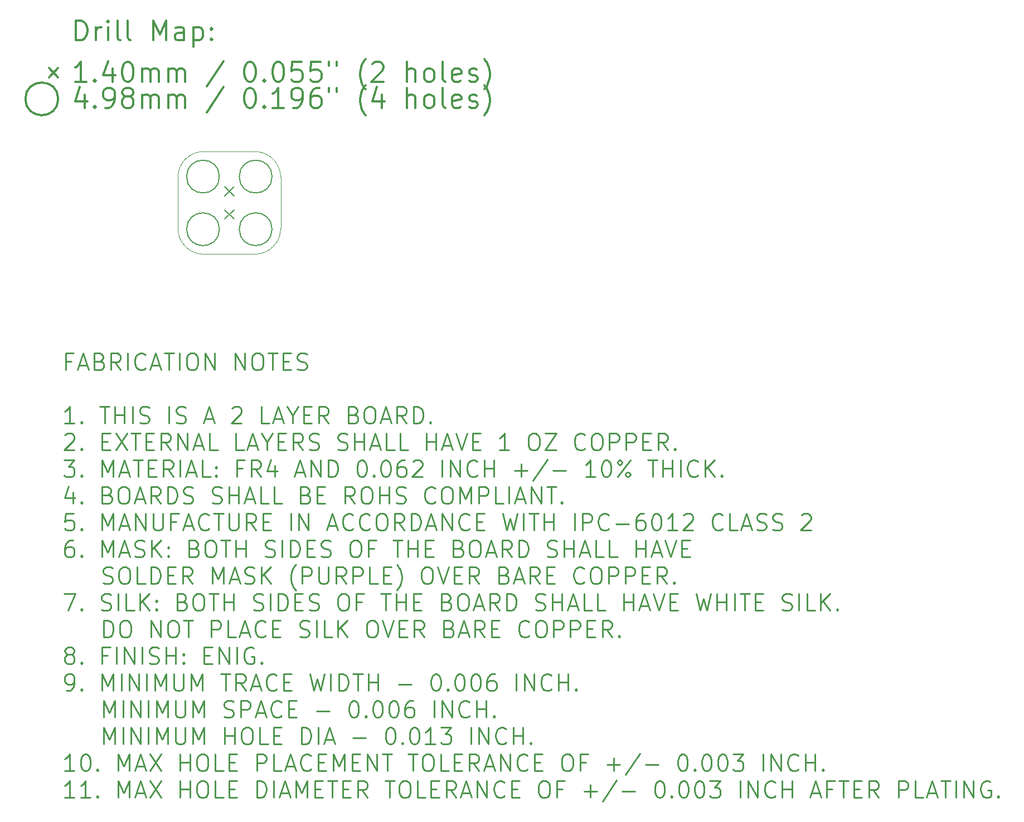
<source format=gbr>
G04 This is an RS-274x file exported by *
G04 gerbv version 2.6.0 *
G04 More information is available about gerbv at *
G04 http://gerbv.gpleda.org/ *
G04 --End of header info--*
%MOIN*%
%FSLAX34Y34*%
%IPPOS*%
G04 --Define apertures--*
%ADD10C,0.0050*%
%ADD11C,0.0079*%
%ADD12C,0.0118*%
%ADD13C,0.0138*%
%ADD14C,0.0016*%
%ADD15C,0.0100*%
G04 --Start main section--*
G54D11*
G01X0009960Y-010601D02*
G01X0010511Y-011152D01*
G01X0010511Y-010601D02*
G01X0009960Y-011152D01*
G01X0009960Y-011979D02*
G01X0010511Y-012530D01*
G01X0010511Y-011979D02*
G01X0009960Y-012530D01*
G01X0009641Y-009990D02*
G75*
G03X0009641Y-009990I-000980J0000000D01*
G01X0009641Y-013140D02*
G75*
G03X0009641Y-013140I-000980J0000000D01*
G01X0012790Y-009990D02*
G75*
G03X0012790Y-009990I-000980J0000000D01*
G01X0012790Y-013140D02*
G75*
G03X0012790Y-013140I-000980J0000000D01*
G54D12*
G01X0001069Y-001834D02*
G01X0001069Y-000652D01*
G01X0001069Y-000652D02*
G01X0001350Y-000652D01*
G01X0001350Y-000652D02*
G01X0001519Y-000709D01*
G01X0001519Y-000709D02*
G01X0001631Y-000821D01*
G01X0001631Y-000821D02*
G01X0001687Y-000934D01*
G01X0001687Y-000934D02*
G01X0001744Y-001159D01*
G01X0001744Y-001159D02*
G01X0001744Y-001327D01*
G01X0001744Y-001327D02*
G01X0001687Y-001552D01*
G01X0001687Y-001552D02*
G01X0001631Y-001665D01*
G01X0001631Y-001665D02*
G01X0001519Y-001777D01*
G01X0001519Y-001777D02*
G01X0001350Y-001834D01*
G01X0001350Y-001834D02*
G01X0001069Y-001834D01*
G01X0002250Y-001834D02*
G01X0002250Y-001046D01*
G01X0002250Y-001271D02*
G01X0002306Y-001159D01*
G01X0002306Y-001159D02*
G01X0002362Y-001102D01*
G01X0002362Y-001102D02*
G01X0002475Y-001046D01*
G01X0002475Y-001046D02*
G01X0002587Y-001046D01*
G01X0002981Y-001834D02*
G01X0002981Y-001046D01*
G01X0002981Y-000652D02*
G01X0002925Y-000709D01*
G01X0002925Y-000709D02*
G01X0002981Y-000765D01*
G01X0002981Y-000765D02*
G01X0003037Y-000709D01*
G01X0003037Y-000709D02*
G01X0002981Y-000652D01*
G01X0002981Y-000652D02*
G01X0002981Y-000765D01*
G01X0003712Y-001834D02*
G01X0003600Y-001777D01*
G01X0003600Y-001777D02*
G01X0003543Y-001665D01*
G01X0003543Y-001665D02*
G01X0003543Y-000652D01*
G01X0004331Y-001834D02*
G01X0004218Y-001777D01*
G01X0004218Y-001777D02*
G01X0004162Y-001665D01*
G01X0004162Y-001665D02*
G01X0004162Y-000652D01*
G01X0005681Y-001834D02*
G01X0005681Y-000652D01*
G01X0005681Y-000652D02*
G01X0006074Y-001496D01*
G01X0006074Y-001496D02*
G01X0006468Y-000652D01*
G01X0006468Y-000652D02*
G01X0006468Y-001834D01*
G01X0007537Y-001834D02*
G01X0007537Y-001215D01*
G01X0007537Y-001215D02*
G01X0007480Y-001102D01*
G01X0007480Y-001102D02*
G01X0007368Y-001046D01*
G01X0007368Y-001046D02*
G01X0007143Y-001046D01*
G01X0007143Y-001046D02*
G01X0007030Y-001102D01*
G01X0007537Y-001777D02*
G01X0007424Y-001834D01*
G01X0007424Y-001834D02*
G01X0007143Y-001834D01*
G01X0007143Y-001834D02*
G01X0007030Y-001777D01*
G01X0007030Y-001777D02*
G01X0006974Y-001665D01*
G01X0006974Y-001665D02*
G01X0006974Y-001552D01*
G01X0006974Y-001552D02*
G01X0007030Y-001440D01*
G01X0007030Y-001440D02*
G01X0007143Y-001384D01*
G01X0007143Y-001384D02*
G01X0007424Y-001384D01*
G01X0007424Y-001384D02*
G01X0007537Y-001327D01*
G01X0008099Y-001046D02*
G01X0008099Y-002227D01*
G01X0008099Y-001102D02*
G01X0008211Y-001046D01*
G01X0008211Y-001046D02*
G01X0008436Y-001046D01*
G01X0008436Y-001046D02*
G01X0008549Y-001102D01*
G01X0008549Y-001102D02*
G01X0008605Y-001159D01*
G01X0008605Y-001159D02*
G01X0008661Y-001271D01*
G01X0008661Y-001271D02*
G01X0008661Y-001609D01*
G01X0008661Y-001609D02*
G01X0008605Y-001721D01*
G01X0008605Y-001721D02*
G01X0008549Y-001777D01*
G01X0008549Y-001777D02*
G01X0008436Y-001834D01*
G01X0008436Y-001834D02*
G01X0008211Y-001834D01*
G01X0008211Y-001834D02*
G01X0008099Y-001777D01*
G01X0009168Y-001721D02*
G01X0009224Y-001777D01*
G01X0009224Y-001777D02*
G01X0009168Y-001834D01*
G01X0009168Y-001834D02*
G01X0009111Y-001777D01*
G01X0009111Y-001777D02*
G01X0009168Y-001721D01*
G01X0009168Y-001721D02*
G01X0009168Y-001834D01*
G01X0009168Y-001102D02*
G01X0009224Y-001159D01*
G01X0009224Y-001159D02*
G01X0009168Y-001215D01*
G01X0009168Y-001215D02*
G01X0009111Y-001159D01*
G01X0009111Y-001159D02*
G01X0009168Y-001102D01*
G01X0009168Y-001102D02*
G01X0009168Y-001215D01*
G01X-000551Y-003504D02*
G01X0000000Y-004055D01*
G01X0000000Y-003504D02*
G01X-000551Y-004055D01*
G01X0001687Y-004314D02*
G01X0001012Y-004314D01*
G01X0001350Y-004314D02*
G01X0001350Y-003133D01*
G01X0001350Y-003133D02*
G01X0001237Y-003301D01*
G01X0001237Y-003301D02*
G01X0001125Y-003414D01*
G01X0001125Y-003414D02*
G01X0001012Y-003470D01*
G01X0002193Y-004201D02*
G01X0002250Y-004258D01*
G01X0002250Y-004258D02*
G01X0002193Y-004314D01*
G01X0002193Y-004314D02*
G01X0002137Y-004258D01*
G01X0002137Y-004258D02*
G01X0002193Y-004201D01*
G01X0002193Y-004201D02*
G01X0002193Y-004314D01*
G01X0003262Y-003526D02*
G01X0003262Y-004314D01*
G01X0002981Y-003076D02*
G01X0002700Y-003920D01*
G01X0002700Y-003920D02*
G01X0003431Y-003920D01*
G01X0004106Y-003133D02*
G01X0004218Y-003133D01*
G01X0004218Y-003133D02*
G01X0004331Y-003189D01*
G01X0004331Y-003189D02*
G01X0004387Y-003245D01*
G01X0004387Y-003245D02*
G01X0004443Y-003358D01*
G01X0004443Y-003358D02*
G01X0004499Y-003583D01*
G01X0004499Y-003583D02*
G01X0004499Y-003864D01*
G01X0004499Y-003864D02*
G01X0004443Y-004089D01*
G01X0004443Y-004089D02*
G01X0004387Y-004201D01*
G01X0004387Y-004201D02*
G01X0004331Y-004258D01*
G01X0004331Y-004258D02*
G01X0004218Y-004314D01*
G01X0004218Y-004314D02*
G01X0004106Y-004314D01*
G01X0004106Y-004314D02*
G01X0003993Y-004258D01*
G01X0003993Y-004258D02*
G01X0003937Y-004201D01*
G01X0003937Y-004201D02*
G01X0003881Y-004089D01*
G01X0003881Y-004089D02*
G01X0003825Y-003864D01*
G01X0003825Y-003864D02*
G01X0003825Y-003583D01*
G01X0003825Y-003583D02*
G01X0003881Y-003358D01*
G01X0003881Y-003358D02*
G01X0003937Y-003245D01*
G01X0003937Y-003245D02*
G01X0003993Y-003189D01*
G01X0003993Y-003189D02*
G01X0004106Y-003133D01*
G01X0005006Y-004314D02*
G01X0005006Y-003526D01*
G01X0005006Y-003639D02*
G01X0005062Y-003583D01*
G01X0005062Y-003583D02*
G01X0005174Y-003526D01*
G01X0005174Y-003526D02*
G01X0005343Y-003526D01*
G01X0005343Y-003526D02*
G01X0005456Y-003583D01*
G01X0005456Y-003583D02*
G01X0005512Y-003695D01*
G01X0005512Y-003695D02*
G01X0005512Y-004314D01*
G01X0005512Y-003695D02*
G01X0005568Y-003583D01*
G01X0005568Y-003583D02*
G01X0005681Y-003526D01*
G01X0005681Y-003526D02*
G01X0005849Y-003526D01*
G01X0005849Y-003526D02*
G01X0005962Y-003583D01*
G01X0005962Y-003583D02*
G01X0006018Y-003695D01*
G01X0006018Y-003695D02*
G01X0006018Y-004314D01*
G01X0006580Y-004314D02*
G01X0006580Y-003526D01*
G01X0006580Y-003639D02*
G01X0006637Y-003583D01*
G01X0006637Y-003583D02*
G01X0006749Y-003526D01*
G01X0006749Y-003526D02*
G01X0006918Y-003526D01*
G01X0006918Y-003526D02*
G01X0007030Y-003583D01*
G01X0007030Y-003583D02*
G01X0007087Y-003695D01*
G01X0007087Y-003695D02*
G01X0007087Y-004314D01*
G01X0007087Y-003695D02*
G01X0007143Y-003583D01*
G01X0007143Y-003583D02*
G01X0007255Y-003526D01*
G01X0007255Y-003526D02*
G01X0007424Y-003526D01*
G01X0007424Y-003526D02*
G01X0007537Y-003583D01*
G01X0007537Y-003583D02*
G01X0007593Y-003695D01*
G01X0007593Y-003695D02*
G01X0007593Y-004314D01*
G01X0009899Y-003076D02*
G01X0008886Y-004595D01*
G01X0011417Y-003133D02*
G01X0011530Y-003133D01*
G01X0011530Y-003133D02*
G01X0011642Y-003189D01*
G01X0011642Y-003189D02*
G01X0011699Y-003245D01*
G01X0011699Y-003245D02*
G01X0011755Y-003358D01*
G01X0011755Y-003358D02*
G01X0011811Y-003583D01*
G01X0011811Y-003583D02*
G01X0011811Y-003864D01*
G01X0011811Y-003864D02*
G01X0011755Y-004089D01*
G01X0011755Y-004089D02*
G01X0011699Y-004201D01*
G01X0011699Y-004201D02*
G01X0011642Y-004258D01*
G01X0011642Y-004258D02*
G01X0011530Y-004314D01*
G01X0011530Y-004314D02*
G01X0011417Y-004314D01*
G01X0011417Y-004314D02*
G01X0011305Y-004258D01*
G01X0011305Y-004258D02*
G01X0011249Y-004201D01*
G01X0011249Y-004201D02*
G01X0011192Y-004089D01*
G01X0011192Y-004089D02*
G01X0011136Y-003864D01*
G01X0011136Y-003864D02*
G01X0011136Y-003583D01*
G01X0011136Y-003583D02*
G01X0011192Y-003358D01*
G01X0011192Y-003358D02*
G01X0011249Y-003245D01*
G01X0011249Y-003245D02*
G01X0011305Y-003189D01*
G01X0011305Y-003189D02*
G01X0011417Y-003133D01*
G01X0012317Y-004201D02*
G01X0012373Y-004258D01*
G01X0012373Y-004258D02*
G01X0012317Y-004314D01*
G01X0012317Y-004314D02*
G01X0012261Y-004258D01*
G01X0012261Y-004258D02*
G01X0012317Y-004201D01*
G01X0012317Y-004201D02*
G01X0012317Y-004314D01*
G01X0013105Y-003133D02*
G01X0013217Y-003133D01*
G01X0013217Y-003133D02*
G01X0013330Y-003189D01*
G01X0013330Y-003189D02*
G01X0013386Y-003245D01*
G01X0013386Y-003245D02*
G01X0013442Y-003358D01*
G01X0013442Y-003358D02*
G01X0013498Y-003583D01*
G01X0013498Y-003583D02*
G01X0013498Y-003864D01*
G01X0013498Y-003864D02*
G01X0013442Y-004089D01*
G01X0013442Y-004089D02*
G01X0013386Y-004201D01*
G01X0013386Y-004201D02*
G01X0013330Y-004258D01*
G01X0013330Y-004258D02*
G01X0013217Y-004314D01*
G01X0013217Y-004314D02*
G01X0013105Y-004314D01*
G01X0013105Y-004314D02*
G01X0012992Y-004258D01*
G01X0012992Y-004258D02*
G01X0012936Y-004201D01*
G01X0012936Y-004201D02*
G01X0012880Y-004089D01*
G01X0012880Y-004089D02*
G01X0012823Y-003864D01*
G01X0012823Y-003864D02*
G01X0012823Y-003583D01*
G01X0012823Y-003583D02*
G01X0012880Y-003358D01*
G01X0012880Y-003358D02*
G01X0012936Y-003245D01*
G01X0012936Y-003245D02*
G01X0012992Y-003189D01*
G01X0012992Y-003189D02*
G01X0013105Y-003133D01*
G01X0014567Y-003133D02*
G01X0014005Y-003133D01*
G01X0014005Y-003133D02*
G01X0013948Y-003695D01*
G01X0013948Y-003695D02*
G01X0014005Y-003639D01*
G01X0014005Y-003639D02*
G01X0014117Y-003583D01*
G01X0014117Y-003583D02*
G01X0014398Y-003583D01*
G01X0014398Y-003583D02*
G01X0014511Y-003639D01*
G01X0014511Y-003639D02*
G01X0014567Y-003695D01*
G01X0014567Y-003695D02*
G01X0014623Y-003808D01*
G01X0014623Y-003808D02*
G01X0014623Y-004089D01*
G01X0014623Y-004089D02*
G01X0014567Y-004201D01*
G01X0014567Y-004201D02*
G01X0014511Y-004258D01*
G01X0014511Y-004258D02*
G01X0014398Y-004314D01*
G01X0014398Y-004314D02*
G01X0014117Y-004314D01*
G01X0014117Y-004314D02*
G01X0014005Y-004258D01*
G01X0014005Y-004258D02*
G01X0013948Y-004201D01*
G01X0015692Y-003133D02*
G01X0015129Y-003133D01*
G01X0015129Y-003133D02*
G01X0015073Y-003695D01*
G01X0015073Y-003695D02*
G01X0015129Y-003639D01*
G01X0015129Y-003639D02*
G01X0015242Y-003583D01*
G01X0015242Y-003583D02*
G01X0015523Y-003583D01*
G01X0015523Y-003583D02*
G01X0015636Y-003639D01*
G01X0015636Y-003639D02*
G01X0015692Y-003695D01*
G01X0015692Y-003695D02*
G01X0015748Y-003808D01*
G01X0015748Y-003808D02*
G01X0015748Y-004089D01*
G01X0015748Y-004089D02*
G01X0015692Y-004201D01*
G01X0015692Y-004201D02*
G01X0015636Y-004258D01*
G01X0015636Y-004258D02*
G01X0015523Y-004314D01*
G01X0015523Y-004314D02*
G01X0015242Y-004314D01*
G01X0015242Y-004314D02*
G01X0015129Y-004258D01*
G01X0015129Y-004258D02*
G01X0015073Y-004201D01*
G01X0016198Y-003133D02*
G01X0016198Y-003358D01*
G01X0016648Y-003133D02*
G01X0016648Y-003358D01*
G01X0018391Y-004764D02*
G01X0018335Y-004708D01*
G01X0018335Y-004708D02*
G01X0018223Y-004539D01*
G01X0018223Y-004539D02*
G01X0018166Y-004426D01*
G01X0018166Y-004426D02*
G01X0018110Y-004258D01*
G01X0018110Y-004258D02*
G01X0018054Y-003976D01*
G01X0018054Y-003976D02*
G01X0018054Y-003751D01*
G01X0018054Y-003751D02*
G01X0018110Y-003470D01*
G01X0018110Y-003470D02*
G01X0018166Y-003301D01*
G01X0018166Y-003301D02*
G01X0018223Y-003189D01*
G01X0018223Y-003189D02*
G01X0018335Y-003020D01*
G01X0018335Y-003020D02*
G01X0018391Y-002964D01*
G01X0018785Y-003245D02*
G01X0018841Y-003189D01*
G01X0018841Y-003189D02*
G01X0018954Y-003133D01*
G01X0018954Y-003133D02*
G01X0019235Y-003133D01*
G01X0019235Y-003133D02*
G01X0019348Y-003189D01*
G01X0019348Y-003189D02*
G01X0019404Y-003245D01*
G01X0019404Y-003245D02*
G01X0019460Y-003358D01*
G01X0019460Y-003358D02*
G01X0019460Y-003470D01*
G01X0019460Y-003470D02*
G01X0019404Y-003639D01*
G01X0019404Y-003639D02*
G01X0018729Y-004314D01*
G01X0018729Y-004314D02*
G01X0019460Y-004314D01*
G01X0020866Y-004314D02*
G01X0020866Y-003133D01*
G01X0021372Y-004314D02*
G01X0021372Y-003695D01*
G01X0021372Y-003695D02*
G01X0021316Y-003583D01*
G01X0021316Y-003583D02*
G01X0021204Y-003526D01*
G01X0021204Y-003526D02*
G01X0021035Y-003526D01*
G01X0021035Y-003526D02*
G01X0020922Y-003583D01*
G01X0020922Y-003583D02*
G01X0020866Y-003639D01*
G01X0022103Y-004314D02*
G01X0021991Y-004258D01*
G01X0021991Y-004258D02*
G01X0021935Y-004201D01*
G01X0021935Y-004201D02*
G01X0021879Y-004089D01*
G01X0021879Y-004089D02*
G01X0021879Y-003751D01*
G01X0021879Y-003751D02*
G01X0021935Y-003639D01*
G01X0021935Y-003639D02*
G01X0021991Y-003583D01*
G01X0021991Y-003583D02*
G01X0022103Y-003526D01*
G01X0022103Y-003526D02*
G01X0022272Y-003526D01*
G01X0022272Y-003526D02*
G01X0022385Y-003583D01*
G01X0022385Y-003583D02*
G01X0022441Y-003639D01*
G01X0022441Y-003639D02*
G01X0022497Y-003751D01*
G01X0022497Y-003751D02*
G01X0022497Y-004089D01*
G01X0022497Y-004089D02*
G01X0022441Y-004201D01*
G01X0022441Y-004201D02*
G01X0022385Y-004258D01*
G01X0022385Y-004258D02*
G01X0022272Y-004314D01*
G01X0022272Y-004314D02*
G01X0022103Y-004314D01*
G01X0023172Y-004314D02*
G01X0023060Y-004258D01*
G01X0023060Y-004258D02*
G01X0023003Y-004145D01*
G01X0023003Y-004145D02*
G01X0023003Y-003133D01*
G01X0024072Y-004258D02*
G01X0023960Y-004314D01*
G01X0023960Y-004314D02*
G01X0023735Y-004314D01*
G01X0023735Y-004314D02*
G01X0023622Y-004258D01*
G01X0023622Y-004258D02*
G01X0023566Y-004145D01*
G01X0023566Y-004145D02*
G01X0023566Y-003695D01*
G01X0023566Y-003695D02*
G01X0023622Y-003583D01*
G01X0023622Y-003583D02*
G01X0023735Y-003526D01*
G01X0023735Y-003526D02*
G01X0023960Y-003526D01*
G01X0023960Y-003526D02*
G01X0024072Y-003583D01*
G01X0024072Y-003583D02*
G01X0024128Y-003695D01*
G01X0024128Y-003695D02*
G01X0024128Y-003808D01*
G01X0024128Y-003808D02*
G01X0023566Y-003920D01*
G01X0024578Y-004258D02*
G01X0024691Y-004314D01*
G01X0024691Y-004314D02*
G01X0024916Y-004314D01*
G01X0024916Y-004314D02*
G01X0025028Y-004258D01*
G01X0025028Y-004258D02*
G01X0025084Y-004145D01*
G01X0025084Y-004145D02*
G01X0025084Y-004089D01*
G01X0025084Y-004089D02*
G01X0025028Y-003976D01*
G01X0025028Y-003976D02*
G01X0024916Y-003920D01*
G01X0024916Y-003920D02*
G01X0024747Y-003920D01*
G01X0024747Y-003920D02*
G01X0024634Y-003864D01*
G01X0024634Y-003864D02*
G01X0024578Y-003751D01*
G01X0024578Y-003751D02*
G01X0024578Y-003695D01*
G01X0024578Y-003695D02*
G01X0024634Y-003583D01*
G01X0024634Y-003583D02*
G01X0024747Y-003526D01*
G01X0024747Y-003526D02*
G01X0024916Y-003526D01*
G01X0024916Y-003526D02*
G01X0025028Y-003583D01*
G01X0025478Y-004764D02*
G01X0025534Y-004708D01*
G01X0025534Y-004708D02*
G01X0025647Y-004539D01*
G01X0025647Y-004539D02*
G01X0025703Y-004426D01*
G01X0025703Y-004426D02*
G01X0025759Y-004258D01*
G01X0025759Y-004258D02*
G01X0025816Y-003976D01*
G01X0025816Y-003976D02*
G01X0025816Y-003751D01*
G01X0025816Y-003751D02*
G01X0025759Y-003470D01*
G01X0025759Y-003470D02*
G01X0025703Y-003301D01*
G01X0025703Y-003301D02*
G01X0025647Y-003189D01*
G01X0025647Y-003189D02*
G01X0025534Y-003020D01*
G01X0025534Y-003020D02*
G01X0025478Y-002964D01*
G01X0000000Y-005339D02*
G75*
G03X0000000Y-005339I-000980J0000000D01*
G01X0001575Y-005085D02*
G01X0001575Y-005873D01*
G01X0001294Y-004636D02*
G01X0001012Y-005479D01*
G01X0001012Y-005479D02*
G01X0001744Y-005479D01*
G01X0002193Y-005760D02*
G01X0002250Y-005817D01*
G01X0002250Y-005817D02*
G01X0002193Y-005873D01*
G01X0002193Y-005873D02*
G01X0002137Y-005817D01*
G01X0002137Y-005817D02*
G01X0002193Y-005760D01*
G01X0002193Y-005760D02*
G01X0002193Y-005873D01*
G01X0002812Y-005873D02*
G01X0003037Y-005873D01*
G01X0003037Y-005873D02*
G01X0003150Y-005817D01*
G01X0003150Y-005817D02*
G01X0003206Y-005760D01*
G01X0003206Y-005760D02*
G01X0003318Y-005592D01*
G01X0003318Y-005592D02*
G01X0003375Y-005367D01*
G01X0003375Y-005367D02*
G01X0003375Y-004917D01*
G01X0003375Y-004917D02*
G01X0003318Y-004804D01*
G01X0003318Y-004804D02*
G01X0003262Y-004748D01*
G01X0003262Y-004748D02*
G01X0003150Y-004692D01*
G01X0003150Y-004692D02*
G01X0002925Y-004692D01*
G01X0002925Y-004692D02*
G01X0002812Y-004748D01*
G01X0002812Y-004748D02*
G01X0002756Y-004804D01*
G01X0002756Y-004804D02*
G01X0002700Y-004917D01*
G01X0002700Y-004917D02*
G01X0002700Y-005198D01*
G01X0002700Y-005198D02*
G01X0002756Y-005310D01*
G01X0002756Y-005310D02*
G01X0002812Y-005367D01*
G01X0002812Y-005367D02*
G01X0002925Y-005423D01*
G01X0002925Y-005423D02*
G01X0003150Y-005423D01*
G01X0003150Y-005423D02*
G01X0003262Y-005367D01*
G01X0003262Y-005367D02*
G01X0003318Y-005310D01*
G01X0003318Y-005310D02*
G01X0003375Y-005198D01*
G01X0004049Y-005198D02*
G01X0003937Y-005142D01*
G01X0003937Y-005142D02*
G01X0003881Y-005085D01*
G01X0003881Y-005085D02*
G01X0003825Y-004973D01*
G01X0003825Y-004973D02*
G01X0003825Y-004917D01*
G01X0003825Y-004917D02*
G01X0003881Y-004804D01*
G01X0003881Y-004804D02*
G01X0003937Y-004748D01*
G01X0003937Y-004748D02*
G01X0004049Y-004692D01*
G01X0004049Y-004692D02*
G01X0004274Y-004692D01*
G01X0004274Y-004692D02*
G01X0004387Y-004748D01*
G01X0004387Y-004748D02*
G01X0004443Y-004804D01*
G01X0004443Y-004804D02*
G01X0004499Y-004917D01*
G01X0004499Y-004917D02*
G01X0004499Y-004973D01*
G01X0004499Y-004973D02*
G01X0004443Y-005085D01*
G01X0004443Y-005085D02*
G01X0004387Y-005142D01*
G01X0004387Y-005142D02*
G01X0004274Y-005198D01*
G01X0004274Y-005198D02*
G01X0004049Y-005198D01*
G01X0004049Y-005198D02*
G01X0003937Y-005254D01*
G01X0003937Y-005254D02*
G01X0003881Y-005310D01*
G01X0003881Y-005310D02*
G01X0003825Y-005423D01*
G01X0003825Y-005423D02*
G01X0003825Y-005648D01*
G01X0003825Y-005648D02*
G01X0003881Y-005760D01*
G01X0003881Y-005760D02*
G01X0003937Y-005817D01*
G01X0003937Y-005817D02*
G01X0004049Y-005873D01*
G01X0004049Y-005873D02*
G01X0004274Y-005873D01*
G01X0004274Y-005873D02*
G01X0004387Y-005817D01*
G01X0004387Y-005817D02*
G01X0004443Y-005760D01*
G01X0004443Y-005760D02*
G01X0004499Y-005648D01*
G01X0004499Y-005648D02*
G01X0004499Y-005423D01*
G01X0004499Y-005423D02*
G01X0004443Y-005310D01*
G01X0004443Y-005310D02*
G01X0004387Y-005254D01*
G01X0004387Y-005254D02*
G01X0004274Y-005198D01*
G01X0005006Y-005873D02*
G01X0005006Y-005085D01*
G01X0005006Y-005198D02*
G01X0005062Y-005142D01*
G01X0005062Y-005142D02*
G01X0005174Y-005085D01*
G01X0005174Y-005085D02*
G01X0005343Y-005085D01*
G01X0005343Y-005085D02*
G01X0005456Y-005142D01*
G01X0005456Y-005142D02*
G01X0005512Y-005254D01*
G01X0005512Y-005254D02*
G01X0005512Y-005873D01*
G01X0005512Y-005254D02*
G01X0005568Y-005142D01*
G01X0005568Y-005142D02*
G01X0005681Y-005085D01*
G01X0005681Y-005085D02*
G01X0005849Y-005085D01*
G01X0005849Y-005085D02*
G01X0005962Y-005142D01*
G01X0005962Y-005142D02*
G01X0006018Y-005254D01*
G01X0006018Y-005254D02*
G01X0006018Y-005873D01*
G01X0006580Y-005873D02*
G01X0006580Y-005085D01*
G01X0006580Y-005198D02*
G01X0006637Y-005142D01*
G01X0006637Y-005142D02*
G01X0006749Y-005085D01*
G01X0006749Y-005085D02*
G01X0006918Y-005085D01*
G01X0006918Y-005085D02*
G01X0007030Y-005142D01*
G01X0007030Y-005142D02*
G01X0007087Y-005254D01*
G01X0007087Y-005254D02*
G01X0007087Y-005873D01*
G01X0007087Y-005254D02*
G01X0007143Y-005142D01*
G01X0007143Y-005142D02*
G01X0007255Y-005085D01*
G01X0007255Y-005085D02*
G01X0007424Y-005085D01*
G01X0007424Y-005085D02*
G01X0007537Y-005142D01*
G01X0007537Y-005142D02*
G01X0007593Y-005254D01*
G01X0007593Y-005254D02*
G01X0007593Y-005873D01*
G01X0009899Y-004636D02*
G01X0008886Y-006154D01*
G01X0011417Y-004692D02*
G01X0011530Y-004692D01*
G01X0011530Y-004692D02*
G01X0011642Y-004748D01*
G01X0011642Y-004748D02*
G01X0011699Y-004804D01*
G01X0011699Y-004804D02*
G01X0011755Y-004917D01*
G01X0011755Y-004917D02*
G01X0011811Y-005142D01*
G01X0011811Y-005142D02*
G01X0011811Y-005423D01*
G01X0011811Y-005423D02*
G01X0011755Y-005648D01*
G01X0011755Y-005648D02*
G01X0011699Y-005760D01*
G01X0011699Y-005760D02*
G01X0011642Y-005817D01*
G01X0011642Y-005817D02*
G01X0011530Y-005873D01*
G01X0011530Y-005873D02*
G01X0011417Y-005873D01*
G01X0011417Y-005873D02*
G01X0011305Y-005817D01*
G01X0011305Y-005817D02*
G01X0011249Y-005760D01*
G01X0011249Y-005760D02*
G01X0011192Y-005648D01*
G01X0011192Y-005648D02*
G01X0011136Y-005423D01*
G01X0011136Y-005423D02*
G01X0011136Y-005142D01*
G01X0011136Y-005142D02*
G01X0011192Y-004917D01*
G01X0011192Y-004917D02*
G01X0011249Y-004804D01*
G01X0011249Y-004804D02*
G01X0011305Y-004748D01*
G01X0011305Y-004748D02*
G01X0011417Y-004692D01*
G01X0012317Y-005760D02*
G01X0012373Y-005817D01*
G01X0012373Y-005817D02*
G01X0012317Y-005873D01*
G01X0012317Y-005873D02*
G01X0012261Y-005817D01*
G01X0012261Y-005817D02*
G01X0012317Y-005760D01*
G01X0012317Y-005760D02*
G01X0012317Y-005873D01*
G01X0013498Y-005873D02*
G01X0012823Y-005873D01*
G01X0013161Y-005873D02*
G01X0013161Y-004692D01*
G01X0013161Y-004692D02*
G01X0013048Y-004861D01*
G01X0013048Y-004861D02*
G01X0012936Y-004973D01*
G01X0012936Y-004973D02*
G01X0012823Y-005029D01*
G01X0014061Y-005873D02*
G01X0014286Y-005873D01*
G01X0014286Y-005873D02*
G01X0014398Y-005817D01*
G01X0014398Y-005817D02*
G01X0014454Y-005760D01*
G01X0014454Y-005760D02*
G01X0014567Y-005592D01*
G01X0014567Y-005592D02*
G01X0014623Y-005367D01*
G01X0014623Y-005367D02*
G01X0014623Y-004917D01*
G01X0014623Y-004917D02*
G01X0014567Y-004804D01*
G01X0014567Y-004804D02*
G01X0014511Y-004748D01*
G01X0014511Y-004748D02*
G01X0014398Y-004692D01*
G01X0014398Y-004692D02*
G01X0014173Y-004692D01*
G01X0014173Y-004692D02*
G01X0014061Y-004748D01*
G01X0014061Y-004748D02*
G01X0014005Y-004804D01*
G01X0014005Y-004804D02*
G01X0013948Y-004917D01*
G01X0013948Y-004917D02*
G01X0013948Y-005198D01*
G01X0013948Y-005198D02*
G01X0014005Y-005310D01*
G01X0014005Y-005310D02*
G01X0014061Y-005367D01*
G01X0014061Y-005367D02*
G01X0014173Y-005423D01*
G01X0014173Y-005423D02*
G01X0014398Y-005423D01*
G01X0014398Y-005423D02*
G01X0014511Y-005367D01*
G01X0014511Y-005367D02*
G01X0014567Y-005310D01*
G01X0014567Y-005310D02*
G01X0014623Y-005198D01*
G01X0015636Y-004692D02*
G01X0015411Y-004692D01*
G01X0015411Y-004692D02*
G01X0015298Y-004748D01*
G01X0015298Y-004748D02*
G01X0015242Y-004804D01*
G01X0015242Y-004804D02*
G01X0015129Y-004973D01*
G01X0015129Y-004973D02*
G01X0015073Y-005198D01*
G01X0015073Y-005198D02*
G01X0015073Y-005648D01*
G01X0015073Y-005648D02*
G01X0015129Y-005760D01*
G01X0015129Y-005760D02*
G01X0015186Y-005817D01*
G01X0015186Y-005817D02*
G01X0015298Y-005873D01*
G01X0015298Y-005873D02*
G01X0015523Y-005873D01*
G01X0015523Y-005873D02*
G01X0015636Y-005817D01*
G01X0015636Y-005817D02*
G01X0015692Y-005760D01*
G01X0015692Y-005760D02*
G01X0015748Y-005648D01*
G01X0015748Y-005648D02*
G01X0015748Y-005367D01*
G01X0015748Y-005367D02*
G01X0015692Y-005254D01*
G01X0015692Y-005254D02*
G01X0015636Y-005198D01*
G01X0015636Y-005198D02*
G01X0015523Y-005142D01*
G01X0015523Y-005142D02*
G01X0015298Y-005142D01*
G01X0015298Y-005142D02*
G01X0015186Y-005198D01*
G01X0015186Y-005198D02*
G01X0015129Y-005254D01*
G01X0015129Y-005254D02*
G01X0015073Y-005367D01*
G01X0016198Y-004692D02*
G01X0016198Y-004917D01*
G01X0016648Y-004692D02*
G01X0016648Y-004917D01*
G01X0018391Y-006323D02*
G01X0018335Y-006267D01*
G01X0018335Y-006267D02*
G01X0018223Y-006098D01*
G01X0018223Y-006098D02*
G01X0018166Y-005985D01*
G01X0018166Y-005985D02*
G01X0018110Y-005817D01*
G01X0018110Y-005817D02*
G01X0018054Y-005535D01*
G01X0018054Y-005535D02*
G01X0018054Y-005310D01*
G01X0018054Y-005310D02*
G01X0018110Y-005029D01*
G01X0018110Y-005029D02*
G01X0018166Y-004861D01*
G01X0018166Y-004861D02*
G01X0018223Y-004748D01*
G01X0018223Y-004748D02*
G01X0018335Y-004579D01*
G01X0018335Y-004579D02*
G01X0018391Y-004523D01*
G01X0019348Y-005085D02*
G01X0019348Y-005873D01*
G01X0019066Y-004636D02*
G01X0018785Y-005479D01*
G01X0018785Y-005479D02*
G01X0019516Y-005479D01*
G01X0020866Y-005873D02*
G01X0020866Y-004692D01*
G01X0021372Y-005873D02*
G01X0021372Y-005254D01*
G01X0021372Y-005254D02*
G01X0021316Y-005142D01*
G01X0021316Y-005142D02*
G01X0021204Y-005085D01*
G01X0021204Y-005085D02*
G01X0021035Y-005085D01*
G01X0021035Y-005085D02*
G01X0020922Y-005142D01*
G01X0020922Y-005142D02*
G01X0020866Y-005198D01*
G01X0022103Y-005873D02*
G01X0021991Y-005817D01*
G01X0021991Y-005817D02*
G01X0021935Y-005760D01*
G01X0021935Y-005760D02*
G01X0021879Y-005648D01*
G01X0021879Y-005648D02*
G01X0021879Y-005310D01*
G01X0021879Y-005310D02*
G01X0021935Y-005198D01*
G01X0021935Y-005198D02*
G01X0021991Y-005142D01*
G01X0021991Y-005142D02*
G01X0022103Y-005085D01*
G01X0022103Y-005085D02*
G01X0022272Y-005085D01*
G01X0022272Y-005085D02*
G01X0022385Y-005142D01*
G01X0022385Y-005142D02*
G01X0022441Y-005198D01*
G01X0022441Y-005198D02*
G01X0022497Y-005310D01*
G01X0022497Y-005310D02*
G01X0022497Y-005648D01*
G01X0022497Y-005648D02*
G01X0022441Y-005760D01*
G01X0022441Y-005760D02*
G01X0022385Y-005817D01*
G01X0022385Y-005817D02*
G01X0022272Y-005873D01*
G01X0022272Y-005873D02*
G01X0022103Y-005873D01*
G01X0023172Y-005873D02*
G01X0023060Y-005817D01*
G01X0023060Y-005817D02*
G01X0023003Y-005704D01*
G01X0023003Y-005704D02*
G01X0023003Y-004692D01*
G01X0024072Y-005817D02*
G01X0023960Y-005873D01*
G01X0023960Y-005873D02*
G01X0023735Y-005873D01*
G01X0023735Y-005873D02*
G01X0023622Y-005817D01*
G01X0023622Y-005817D02*
G01X0023566Y-005704D01*
G01X0023566Y-005704D02*
G01X0023566Y-005254D01*
G01X0023566Y-005254D02*
G01X0023622Y-005142D01*
G01X0023622Y-005142D02*
G01X0023735Y-005085D01*
G01X0023735Y-005085D02*
G01X0023960Y-005085D01*
G01X0023960Y-005085D02*
G01X0024072Y-005142D01*
G01X0024072Y-005142D02*
G01X0024128Y-005254D01*
G01X0024128Y-005254D02*
G01X0024128Y-005367D01*
G01X0024128Y-005367D02*
G01X0023566Y-005479D01*
G01X0024578Y-005817D02*
G01X0024691Y-005873D01*
G01X0024691Y-005873D02*
G01X0024916Y-005873D01*
G01X0024916Y-005873D02*
G01X0025028Y-005817D01*
G01X0025028Y-005817D02*
G01X0025084Y-005704D01*
G01X0025084Y-005704D02*
G01X0025084Y-005648D01*
G01X0025084Y-005648D02*
G01X0025028Y-005535D01*
G01X0025028Y-005535D02*
G01X0024916Y-005479D01*
G01X0024916Y-005479D02*
G01X0024747Y-005479D01*
G01X0024747Y-005479D02*
G01X0024634Y-005423D01*
G01X0024634Y-005423D02*
G01X0024578Y-005310D01*
G01X0024578Y-005310D02*
G01X0024578Y-005254D01*
G01X0024578Y-005254D02*
G01X0024634Y-005142D01*
G01X0024634Y-005142D02*
G01X0024747Y-005085D01*
G01X0024747Y-005085D02*
G01X0024916Y-005085D01*
G01X0024916Y-005085D02*
G01X0025028Y-005142D01*
G01X0025478Y-006323D02*
G01X0025534Y-006267D01*
G01X0025534Y-006267D02*
G01X0025647Y-006098D01*
G01X0025647Y-006098D02*
G01X0025703Y-005985D01*
G01X0025703Y-005985D02*
G01X0025759Y-005817D01*
G01X0025759Y-005817D02*
G01X0025816Y-005535D01*
G01X0025816Y-005535D02*
G01X0025816Y-005310D01*
G01X0025816Y-005310D02*
G01X0025759Y-005029D01*
G01X0025759Y-005029D02*
G01X0025703Y-004861D01*
G01X0025703Y-004861D02*
G01X0025647Y-004748D01*
G01X0025647Y-004748D02*
G01X0025534Y-004579D01*
G01X0025534Y-004579D02*
G01X0025478Y-004523D01*
G01X0000000Y0000000D02*
G54D14*
G01X0011771Y-008494D02*
G01X0008700Y-008494D01*
G01X0011771Y-014636D02*
G01X0008700Y-014636D01*
G01X0013306Y-013101D02*
G01X0013306Y-010030D01*
G01X0007164Y-013101D02*
G01X0007164Y-010030D01*
G01X0013306Y-010030D02*
G75*
G03X0011771Y-008494I-001535J0000000D01*
G01X0011771Y-014636D02*
G75*
G03X0013306Y-013101I0000000J0001535D01*
G01X0007164Y-013101D02*
G75*
G03X0008700Y-014636I0001535J0000000D01*
G01X0008700Y-008494D02*
G75*
G03X0007164Y-010030I0000000J-001535D01*
G01X0000000Y0000000D02*
G54D15*
G01X0000781Y-021039D02*
G01X0000448Y-021039D01*
G01X0000448Y-021562D02*
G01X0000448Y-020562D01*
G01X0000448Y-020562D02*
G01X0000924Y-020562D01*
G01X0001258Y-021277D02*
G01X0001734Y-021277D01*
G01X0001162Y-021562D02*
G01X0001496Y-020562D01*
G01X0001496Y-020562D02*
G01X0001829Y-021562D01*
G01X0002496Y-021039D02*
G01X0002639Y-021086D01*
G01X0002639Y-021086D02*
G01X0002686Y-021134D01*
G01X0002686Y-021134D02*
G01X0002734Y-021229D01*
G01X0002734Y-021229D02*
G01X0002734Y-021372D01*
G01X0002734Y-021372D02*
G01X0002686Y-021467D01*
G01X0002686Y-021467D02*
G01X0002639Y-021515D01*
G01X0002639Y-021515D02*
G01X0002543Y-021562D01*
G01X0002543Y-021562D02*
G01X0002162Y-021562D01*
G01X0002162Y-021562D02*
G01X0002162Y-020562D01*
G01X0002162Y-020562D02*
G01X0002496Y-020562D01*
G01X0002496Y-020562D02*
G01X0002591Y-020610D01*
G01X0002591Y-020610D02*
G01X0002639Y-020658D01*
G01X0002639Y-020658D02*
G01X0002686Y-020753D01*
G01X0002686Y-020753D02*
G01X0002686Y-020848D01*
G01X0002686Y-020848D02*
G01X0002639Y-020943D01*
G01X0002639Y-020943D02*
G01X0002591Y-020991D01*
G01X0002591Y-020991D02*
G01X0002496Y-021039D01*
G01X0002496Y-021039D02*
G01X0002162Y-021039D01*
G01X0003734Y-021562D02*
G01X0003400Y-021086D01*
G01X0003162Y-021562D02*
G01X0003162Y-020562D01*
G01X0003162Y-020562D02*
G01X0003543Y-020562D01*
G01X0003543Y-020562D02*
G01X0003639Y-020610D01*
G01X0003639Y-020610D02*
G01X0003686Y-020658D01*
G01X0003686Y-020658D02*
G01X0003734Y-020753D01*
G01X0003734Y-020753D02*
G01X0003734Y-020896D01*
G01X0003734Y-020896D02*
G01X0003686Y-020991D01*
G01X0003686Y-020991D02*
G01X0003639Y-021039D01*
G01X0003639Y-021039D02*
G01X0003543Y-021086D01*
G01X0003543Y-021086D02*
G01X0003162Y-021086D01*
G01X0004162Y-021562D02*
G01X0004162Y-020562D01*
G01X0005210Y-021467D02*
G01X0005162Y-021515D01*
G01X0005162Y-021515D02*
G01X0005020Y-021562D01*
G01X0005020Y-021562D02*
G01X0004924Y-021562D01*
G01X0004924Y-021562D02*
G01X0004781Y-021515D01*
G01X0004781Y-021515D02*
G01X0004686Y-021420D01*
G01X0004686Y-021420D02*
G01X0004639Y-021324D01*
G01X0004639Y-021324D02*
G01X0004591Y-021134D01*
G01X0004591Y-021134D02*
G01X0004591Y-020991D01*
G01X0004591Y-020991D02*
G01X0004639Y-020800D01*
G01X0004639Y-020800D02*
G01X0004686Y-020705D01*
G01X0004686Y-020705D02*
G01X0004781Y-020610D01*
G01X0004781Y-020610D02*
G01X0004924Y-020562D01*
G01X0004924Y-020562D02*
G01X0005020Y-020562D01*
G01X0005020Y-020562D02*
G01X0005162Y-020610D01*
G01X0005162Y-020610D02*
G01X0005210Y-020658D01*
G01X0005591Y-021277D02*
G01X0006067Y-021277D01*
G01X0005496Y-021562D02*
G01X0005829Y-020562D01*
G01X0005829Y-020562D02*
G01X0006162Y-021562D01*
G01X0006353Y-020562D02*
G01X0006924Y-020562D01*
G01X0006639Y-021562D02*
G01X0006639Y-020562D01*
G01X0007258Y-021562D02*
G01X0007258Y-020562D01*
G01X0007924Y-020562D02*
G01X0008115Y-020562D01*
G01X0008115Y-020562D02*
G01X0008210Y-020610D01*
G01X0008210Y-020610D02*
G01X0008305Y-020705D01*
G01X0008305Y-020705D02*
G01X0008353Y-020896D01*
G01X0008353Y-020896D02*
G01X0008353Y-021229D01*
G01X0008353Y-021229D02*
G01X0008305Y-021420D01*
G01X0008305Y-021420D02*
G01X0008210Y-021515D01*
G01X0008210Y-021515D02*
G01X0008115Y-021562D01*
G01X0008115Y-021562D02*
G01X0007924Y-021562D01*
G01X0007924Y-021562D02*
G01X0007829Y-021515D01*
G01X0007829Y-021515D02*
G01X0007734Y-021420D01*
G01X0007734Y-021420D02*
G01X0007686Y-021229D01*
G01X0007686Y-021229D02*
G01X0007686Y-020896D01*
G01X0007686Y-020896D02*
G01X0007734Y-020705D01*
G01X0007734Y-020705D02*
G01X0007829Y-020610D01*
G01X0007829Y-020610D02*
G01X0007924Y-020562D01*
G01X0008781Y-021562D02*
G01X0008781Y-020562D01*
G01X0008781Y-020562D02*
G01X0009353Y-021562D01*
G01X0009353Y-021562D02*
G01X0009353Y-020562D01*
G01X0010591Y-021562D02*
G01X0010591Y-020562D01*
G01X0010591Y-020562D02*
G01X0011162Y-021562D01*
G01X0011162Y-021562D02*
G01X0011162Y-020562D01*
G01X0011829Y-020562D02*
G01X0012020Y-020562D01*
G01X0012020Y-020562D02*
G01X0012115Y-020610D01*
G01X0012115Y-020610D02*
G01X0012210Y-020705D01*
G01X0012210Y-020705D02*
G01X0012258Y-020896D01*
G01X0012258Y-020896D02*
G01X0012258Y-021229D01*
G01X0012258Y-021229D02*
G01X0012210Y-021420D01*
G01X0012210Y-021420D02*
G01X0012115Y-021515D01*
G01X0012115Y-021515D02*
G01X0012020Y-021562D01*
G01X0012020Y-021562D02*
G01X0011829Y-021562D01*
G01X0011829Y-021562D02*
G01X0011734Y-021515D01*
G01X0011734Y-021515D02*
G01X0011639Y-021420D01*
G01X0011639Y-021420D02*
G01X0011591Y-021229D01*
G01X0011591Y-021229D02*
G01X0011591Y-020896D01*
G01X0011591Y-020896D02*
G01X0011639Y-020705D01*
G01X0011639Y-020705D02*
G01X0011734Y-020610D01*
G01X0011734Y-020610D02*
G01X0011829Y-020562D01*
G01X0012543Y-020562D02*
G01X0013115Y-020562D01*
G01X0012829Y-021562D02*
G01X0012829Y-020562D01*
G01X0013448Y-021039D02*
G01X0013781Y-021039D01*
G01X0013924Y-021562D02*
G01X0013448Y-021562D01*
G01X0013448Y-021562D02*
G01X0013448Y-020562D01*
G01X0013448Y-020562D02*
G01X0013924Y-020562D01*
G01X0014305Y-021515D02*
G01X0014448Y-021562D01*
G01X0014448Y-021562D02*
G01X0014686Y-021562D01*
G01X0014686Y-021562D02*
G01X0014781Y-021515D01*
G01X0014781Y-021515D02*
G01X0014829Y-021467D01*
G01X0014829Y-021467D02*
G01X0014877Y-021372D01*
G01X0014877Y-021372D02*
G01X0014877Y-021277D01*
G01X0014877Y-021277D02*
G01X0014829Y-021181D01*
G01X0014829Y-021181D02*
G01X0014781Y-021134D01*
G01X0014781Y-021134D02*
G01X0014686Y-021086D01*
G01X0014686Y-021086D02*
G01X0014496Y-021039D01*
G01X0014496Y-021039D02*
G01X0014400Y-020991D01*
G01X0014400Y-020991D02*
G01X0014353Y-020943D01*
G01X0014353Y-020943D02*
G01X0014305Y-020848D01*
G01X0014305Y-020848D02*
G01X0014305Y-020753D01*
G01X0014305Y-020753D02*
G01X0014353Y-020658D01*
G01X0014353Y-020658D02*
G01X0014400Y-020610D01*
G01X0014400Y-020610D02*
G01X0014496Y-020562D01*
G01X0014496Y-020562D02*
G01X0014734Y-020562D01*
G01X0014734Y-020562D02*
G01X0014877Y-020610D01*
G01X0000972Y-024762D02*
G01X0000400Y-024762D01*
G01X0000686Y-024762D02*
G01X0000686Y-023762D01*
G01X0000686Y-023762D02*
G01X0000591Y-023905D01*
G01X0000591Y-023905D02*
G01X0000496Y-024000D01*
G01X0000496Y-024000D02*
G01X0000400Y-024048D01*
G01X0001400Y-024667D02*
G01X0001448Y-024715D01*
G01X0001448Y-024715D02*
G01X0001400Y-024762D01*
G01X0001400Y-024762D02*
G01X0001353Y-024715D01*
G01X0001353Y-024715D02*
G01X0001400Y-024667D01*
G01X0001400Y-024667D02*
G01X0001400Y-024762D01*
G01X0002496Y-023762D02*
G01X0003067Y-023762D01*
G01X0002781Y-024762D02*
G01X0002781Y-023762D01*
G01X0003400Y-024762D02*
G01X0003400Y-023762D01*
G01X0003400Y-024239D02*
G01X0003972Y-024239D01*
G01X0003972Y-024762D02*
G01X0003972Y-023762D01*
G01X0004448Y-024762D02*
G01X0004448Y-023762D01*
G01X0004877Y-024715D02*
G01X0005020Y-024762D01*
G01X0005020Y-024762D02*
G01X0005258Y-024762D01*
G01X0005258Y-024762D02*
G01X0005353Y-024715D01*
G01X0005353Y-024715D02*
G01X0005400Y-024667D01*
G01X0005400Y-024667D02*
G01X0005448Y-024572D01*
G01X0005448Y-024572D02*
G01X0005448Y-024477D01*
G01X0005448Y-024477D02*
G01X0005400Y-024381D01*
G01X0005400Y-024381D02*
G01X0005353Y-024334D01*
G01X0005353Y-024334D02*
G01X0005258Y-024286D01*
G01X0005258Y-024286D02*
G01X0005067Y-024239D01*
G01X0005067Y-024239D02*
G01X0004972Y-024191D01*
G01X0004972Y-024191D02*
G01X0004924Y-024143D01*
G01X0004924Y-024143D02*
G01X0004877Y-024048D01*
G01X0004877Y-024048D02*
G01X0004877Y-023953D01*
G01X0004877Y-023953D02*
G01X0004924Y-023858D01*
G01X0004924Y-023858D02*
G01X0004972Y-023810D01*
G01X0004972Y-023810D02*
G01X0005067Y-023762D01*
G01X0005067Y-023762D02*
G01X0005305Y-023762D01*
G01X0005305Y-023762D02*
G01X0005448Y-023810D01*
G01X0006639Y-024762D02*
G01X0006639Y-023762D01*
G01X0007067Y-024715D02*
G01X0007210Y-024762D01*
G01X0007210Y-024762D02*
G01X0007448Y-024762D01*
G01X0007448Y-024762D02*
G01X0007543Y-024715D01*
G01X0007543Y-024715D02*
G01X0007591Y-024667D01*
G01X0007591Y-024667D02*
G01X0007639Y-024572D01*
G01X0007639Y-024572D02*
G01X0007639Y-024477D01*
G01X0007639Y-024477D02*
G01X0007591Y-024381D01*
G01X0007591Y-024381D02*
G01X0007543Y-024334D01*
G01X0007543Y-024334D02*
G01X0007448Y-024286D01*
G01X0007448Y-024286D02*
G01X0007258Y-024239D01*
G01X0007258Y-024239D02*
G01X0007162Y-024191D01*
G01X0007162Y-024191D02*
G01X0007115Y-024143D01*
G01X0007115Y-024143D02*
G01X0007067Y-024048D01*
G01X0007067Y-024048D02*
G01X0007067Y-023953D01*
G01X0007067Y-023953D02*
G01X0007115Y-023858D01*
G01X0007115Y-023858D02*
G01X0007162Y-023810D01*
G01X0007162Y-023810D02*
G01X0007258Y-023762D01*
G01X0007258Y-023762D02*
G01X0007496Y-023762D01*
G01X0007496Y-023762D02*
G01X0007639Y-023810D01*
G01X0008781Y-024477D02*
G01X0009258Y-024477D01*
G01X0008686Y-024762D02*
G01X0009020Y-023762D01*
G01X0009020Y-023762D02*
G01X0009353Y-024762D01*
G01X0010400Y-023858D02*
G01X0010448Y-023810D01*
G01X0010448Y-023810D02*
G01X0010543Y-023762D01*
G01X0010543Y-023762D02*
G01X0010781Y-023762D01*
G01X0010781Y-023762D02*
G01X0010877Y-023810D01*
G01X0010877Y-023810D02*
G01X0010924Y-023858D01*
G01X0010924Y-023858D02*
G01X0010972Y-023953D01*
G01X0010972Y-023953D02*
G01X0010972Y-024048D01*
G01X0010972Y-024048D02*
G01X0010924Y-024191D01*
G01X0010924Y-024191D02*
G01X0010353Y-024762D01*
G01X0010353Y-024762D02*
G01X0010972Y-024762D01*
G01X0012639Y-024762D02*
G01X0012162Y-024762D01*
G01X0012162Y-024762D02*
G01X0012162Y-023762D01*
G01X0012924Y-024477D02*
G01X0013400Y-024477D01*
G01X0012829Y-024762D02*
G01X0013162Y-023762D01*
G01X0013162Y-023762D02*
G01X0013496Y-024762D01*
G01X0014020Y-024286D02*
G01X0014020Y-024762D01*
G01X0013686Y-023762D02*
G01X0014020Y-024286D01*
G01X0014020Y-024286D02*
G01X0014353Y-023762D01*
G01X0014686Y-024239D02*
G01X0015020Y-024239D01*
G01X0015162Y-024762D02*
G01X0014686Y-024762D01*
G01X0014686Y-024762D02*
G01X0014686Y-023762D01*
G01X0014686Y-023762D02*
G01X0015162Y-023762D01*
G01X0016162Y-024762D02*
G01X0015829Y-024286D01*
G01X0015591Y-024762D02*
G01X0015591Y-023762D01*
G01X0015591Y-023762D02*
G01X0015972Y-023762D01*
G01X0015972Y-023762D02*
G01X0016067Y-023810D01*
G01X0016067Y-023810D02*
G01X0016115Y-023858D01*
G01X0016115Y-023858D02*
G01X0016162Y-023953D01*
G01X0016162Y-023953D02*
G01X0016162Y-024096D01*
G01X0016162Y-024096D02*
G01X0016115Y-024191D01*
G01X0016115Y-024191D02*
G01X0016067Y-024239D01*
G01X0016067Y-024239D02*
G01X0015972Y-024286D01*
G01X0015972Y-024286D02*
G01X0015591Y-024286D01*
G01X0017686Y-024239D02*
G01X0017829Y-024286D01*
G01X0017829Y-024286D02*
G01X0017877Y-024334D01*
G01X0017877Y-024334D02*
G01X0017924Y-024429D01*
G01X0017924Y-024429D02*
G01X0017924Y-024572D01*
G01X0017924Y-024572D02*
G01X0017877Y-024667D01*
G01X0017877Y-024667D02*
G01X0017829Y-024715D01*
G01X0017829Y-024715D02*
G01X0017734Y-024762D01*
G01X0017734Y-024762D02*
G01X0017353Y-024762D01*
G01X0017353Y-024762D02*
G01X0017353Y-023762D01*
G01X0017353Y-023762D02*
G01X0017686Y-023762D01*
G01X0017686Y-023762D02*
G01X0017781Y-023810D01*
G01X0017781Y-023810D02*
G01X0017829Y-023858D01*
G01X0017829Y-023858D02*
G01X0017877Y-023953D01*
G01X0017877Y-023953D02*
G01X0017877Y-024048D01*
G01X0017877Y-024048D02*
G01X0017829Y-024143D01*
G01X0017829Y-024143D02*
G01X0017781Y-024191D01*
G01X0017781Y-024191D02*
G01X0017686Y-024239D01*
G01X0017686Y-024239D02*
G01X0017353Y-024239D01*
G01X0018543Y-023762D02*
G01X0018734Y-023762D01*
G01X0018734Y-023762D02*
G01X0018829Y-023810D01*
G01X0018829Y-023810D02*
G01X0018924Y-023905D01*
G01X0018924Y-023905D02*
G01X0018972Y-024096D01*
G01X0018972Y-024096D02*
G01X0018972Y-024429D01*
G01X0018972Y-024429D02*
G01X0018924Y-024620D01*
G01X0018924Y-024620D02*
G01X0018829Y-024715D01*
G01X0018829Y-024715D02*
G01X0018734Y-024762D01*
G01X0018734Y-024762D02*
G01X0018543Y-024762D01*
G01X0018543Y-024762D02*
G01X0018448Y-024715D01*
G01X0018448Y-024715D02*
G01X0018353Y-024620D01*
G01X0018353Y-024620D02*
G01X0018305Y-024429D01*
G01X0018305Y-024429D02*
G01X0018305Y-024096D01*
G01X0018305Y-024096D02*
G01X0018353Y-023905D01*
G01X0018353Y-023905D02*
G01X0018448Y-023810D01*
G01X0018448Y-023810D02*
G01X0018543Y-023762D01*
G01X0019353Y-024477D02*
G01X0019829Y-024477D01*
G01X0019258Y-024762D02*
G01X0019591Y-023762D01*
G01X0019591Y-023762D02*
G01X0019924Y-024762D01*
G01X0020829Y-024762D02*
G01X0020496Y-024286D01*
G01X0020258Y-024762D02*
G01X0020258Y-023762D01*
G01X0020258Y-023762D02*
G01X0020639Y-023762D01*
G01X0020639Y-023762D02*
G01X0020734Y-023810D01*
G01X0020734Y-023810D02*
G01X0020781Y-023858D01*
G01X0020781Y-023858D02*
G01X0020829Y-023953D01*
G01X0020829Y-023953D02*
G01X0020829Y-024096D01*
G01X0020829Y-024096D02*
G01X0020781Y-024191D01*
G01X0020781Y-024191D02*
G01X0020734Y-024239D01*
G01X0020734Y-024239D02*
G01X0020639Y-024286D01*
G01X0020639Y-024286D02*
G01X0020258Y-024286D01*
G01X0021258Y-024762D02*
G01X0021258Y-023762D01*
G01X0021258Y-023762D02*
G01X0021496Y-023762D01*
G01X0021496Y-023762D02*
G01X0021639Y-023810D01*
G01X0021639Y-023810D02*
G01X0021734Y-023905D01*
G01X0021734Y-023905D02*
G01X0021781Y-024000D01*
G01X0021781Y-024000D02*
G01X0021829Y-024191D01*
G01X0021829Y-024191D02*
G01X0021829Y-024334D01*
G01X0021829Y-024334D02*
G01X0021781Y-024524D01*
G01X0021781Y-024524D02*
G01X0021734Y-024620D01*
G01X0021734Y-024620D02*
G01X0021639Y-024715D01*
G01X0021639Y-024715D02*
G01X0021496Y-024762D01*
G01X0021496Y-024762D02*
G01X0021258Y-024762D01*
G01X0022258Y-024667D02*
G01X0022305Y-024715D01*
G01X0022305Y-024715D02*
G01X0022258Y-024762D01*
G01X0022258Y-024762D02*
G01X0022210Y-024715D01*
G01X0022210Y-024715D02*
G01X0022258Y-024667D01*
G01X0022258Y-024667D02*
G01X0022258Y-024762D01*
G01X0000400Y-025458D02*
G01X0000448Y-025410D01*
G01X0000448Y-025410D02*
G01X0000543Y-025362D01*
G01X0000543Y-025362D02*
G01X0000781Y-025362D01*
G01X0000781Y-025362D02*
G01X0000877Y-025410D01*
G01X0000877Y-025410D02*
G01X0000924Y-025458D01*
G01X0000924Y-025458D02*
G01X0000972Y-025553D01*
G01X0000972Y-025553D02*
G01X0000972Y-025648D01*
G01X0000972Y-025648D02*
G01X0000924Y-025791D01*
G01X0000924Y-025791D02*
G01X0000353Y-026362D01*
G01X0000353Y-026362D02*
G01X0000972Y-026362D01*
G01X0001400Y-026267D02*
G01X0001448Y-026315D01*
G01X0001448Y-026315D02*
G01X0001400Y-026362D01*
G01X0001400Y-026362D02*
G01X0001353Y-026315D01*
G01X0001353Y-026315D02*
G01X0001400Y-026267D01*
G01X0001400Y-026267D02*
G01X0001400Y-026362D01*
G01X0002639Y-025839D02*
G01X0002972Y-025839D01*
G01X0003115Y-026362D02*
G01X0002639Y-026362D01*
G01X0002639Y-026362D02*
G01X0002639Y-025362D01*
G01X0002639Y-025362D02*
G01X0003115Y-025362D01*
G01X0003448Y-025362D02*
G01X0004115Y-026362D01*
G01X0004115Y-025362D02*
G01X0003448Y-026362D01*
G01X0004353Y-025362D02*
G01X0004924Y-025362D01*
G01X0004639Y-026362D02*
G01X0004639Y-025362D01*
G01X0005258Y-025839D02*
G01X0005591Y-025839D01*
G01X0005734Y-026362D02*
G01X0005258Y-026362D01*
G01X0005258Y-026362D02*
G01X0005258Y-025362D01*
G01X0005258Y-025362D02*
G01X0005734Y-025362D01*
G01X0006734Y-026362D02*
G01X0006400Y-025886D01*
G01X0006162Y-026362D02*
G01X0006162Y-025362D01*
G01X0006162Y-025362D02*
G01X0006543Y-025362D01*
G01X0006543Y-025362D02*
G01X0006639Y-025410D01*
G01X0006639Y-025410D02*
G01X0006686Y-025458D01*
G01X0006686Y-025458D02*
G01X0006734Y-025553D01*
G01X0006734Y-025553D02*
G01X0006734Y-025696D01*
G01X0006734Y-025696D02*
G01X0006686Y-025791D01*
G01X0006686Y-025791D02*
G01X0006639Y-025839D01*
G01X0006639Y-025839D02*
G01X0006543Y-025886D01*
G01X0006543Y-025886D02*
G01X0006162Y-025886D01*
G01X0007162Y-026362D02*
G01X0007162Y-025362D01*
G01X0007162Y-025362D02*
G01X0007734Y-026362D01*
G01X0007734Y-026362D02*
G01X0007734Y-025362D01*
G01X0008162Y-026077D02*
G01X0008639Y-026077D01*
G01X0008067Y-026362D02*
G01X0008400Y-025362D01*
G01X0008400Y-025362D02*
G01X0008734Y-026362D01*
G01X0009543Y-026362D02*
G01X0009067Y-026362D01*
G01X0009067Y-026362D02*
G01X0009067Y-025362D01*
G01X0011115Y-026362D02*
G01X0010639Y-026362D01*
G01X0010639Y-026362D02*
G01X0010639Y-025362D01*
G01X0011400Y-026077D02*
G01X0011877Y-026077D01*
G01X0011305Y-026362D02*
G01X0011639Y-025362D01*
G01X0011639Y-025362D02*
G01X0011972Y-026362D01*
G01X0012496Y-025886D02*
G01X0012496Y-026362D01*
G01X0012162Y-025362D02*
G01X0012496Y-025886D01*
G01X0012496Y-025886D02*
G01X0012829Y-025362D01*
G01X0013162Y-025839D02*
G01X0013496Y-025839D01*
G01X0013639Y-026362D02*
G01X0013162Y-026362D01*
G01X0013162Y-026362D02*
G01X0013162Y-025362D01*
G01X0013162Y-025362D02*
G01X0013639Y-025362D01*
G01X0014639Y-026362D02*
G01X0014305Y-025886D01*
G01X0014067Y-026362D02*
G01X0014067Y-025362D01*
G01X0014067Y-025362D02*
G01X0014448Y-025362D01*
G01X0014448Y-025362D02*
G01X0014543Y-025410D01*
G01X0014543Y-025410D02*
G01X0014591Y-025458D01*
G01X0014591Y-025458D02*
G01X0014639Y-025553D01*
G01X0014639Y-025553D02*
G01X0014639Y-025696D01*
G01X0014639Y-025696D02*
G01X0014591Y-025791D01*
G01X0014591Y-025791D02*
G01X0014543Y-025839D01*
G01X0014543Y-025839D02*
G01X0014448Y-025886D01*
G01X0014448Y-025886D02*
G01X0014067Y-025886D01*
G01X0015020Y-026315D02*
G01X0015162Y-026362D01*
G01X0015162Y-026362D02*
G01X0015400Y-026362D01*
G01X0015400Y-026362D02*
G01X0015496Y-026315D01*
G01X0015496Y-026315D02*
G01X0015543Y-026267D01*
G01X0015543Y-026267D02*
G01X0015591Y-026172D01*
G01X0015591Y-026172D02*
G01X0015591Y-026077D01*
G01X0015591Y-026077D02*
G01X0015543Y-025981D01*
G01X0015543Y-025981D02*
G01X0015496Y-025934D01*
G01X0015496Y-025934D02*
G01X0015400Y-025886D01*
G01X0015400Y-025886D02*
G01X0015210Y-025839D01*
G01X0015210Y-025839D02*
G01X0015115Y-025791D01*
G01X0015115Y-025791D02*
G01X0015067Y-025743D01*
G01X0015067Y-025743D02*
G01X0015020Y-025648D01*
G01X0015020Y-025648D02*
G01X0015020Y-025553D01*
G01X0015020Y-025553D02*
G01X0015067Y-025458D01*
G01X0015067Y-025458D02*
G01X0015115Y-025410D01*
G01X0015115Y-025410D02*
G01X0015210Y-025362D01*
G01X0015210Y-025362D02*
G01X0015448Y-025362D01*
G01X0015448Y-025362D02*
G01X0015591Y-025410D01*
G01X0016734Y-026315D02*
G01X0016877Y-026362D01*
G01X0016877Y-026362D02*
G01X0017115Y-026362D01*
G01X0017115Y-026362D02*
G01X0017210Y-026315D01*
G01X0017210Y-026315D02*
G01X0017258Y-026267D01*
G01X0017258Y-026267D02*
G01X0017305Y-026172D01*
G01X0017305Y-026172D02*
G01X0017305Y-026077D01*
G01X0017305Y-026077D02*
G01X0017258Y-025981D01*
G01X0017258Y-025981D02*
G01X0017210Y-025934D01*
G01X0017210Y-025934D02*
G01X0017115Y-025886D01*
G01X0017115Y-025886D02*
G01X0016924Y-025839D01*
G01X0016924Y-025839D02*
G01X0016829Y-025791D01*
G01X0016829Y-025791D02*
G01X0016781Y-025743D01*
G01X0016781Y-025743D02*
G01X0016734Y-025648D01*
G01X0016734Y-025648D02*
G01X0016734Y-025553D01*
G01X0016734Y-025553D02*
G01X0016781Y-025458D01*
G01X0016781Y-025458D02*
G01X0016829Y-025410D01*
G01X0016829Y-025410D02*
G01X0016924Y-025362D01*
G01X0016924Y-025362D02*
G01X0017162Y-025362D01*
G01X0017162Y-025362D02*
G01X0017305Y-025410D01*
G01X0017734Y-026362D02*
G01X0017734Y-025362D01*
G01X0017734Y-025839D02*
G01X0018305Y-025839D01*
G01X0018305Y-026362D02*
G01X0018305Y-025362D01*
G01X0018734Y-026077D02*
G01X0019210Y-026077D01*
G01X0018639Y-026362D02*
G01X0018972Y-025362D01*
G01X0018972Y-025362D02*
G01X0019305Y-026362D01*
G01X0020115Y-026362D02*
G01X0019639Y-026362D01*
G01X0019639Y-026362D02*
G01X0019639Y-025362D01*
G01X0020924Y-026362D02*
G01X0020448Y-026362D01*
G01X0020448Y-026362D02*
G01X0020448Y-025362D01*
G01X0022020Y-026362D02*
G01X0022020Y-025362D01*
G01X0022020Y-025839D02*
G01X0022591Y-025839D01*
G01X0022591Y-026362D02*
G01X0022591Y-025362D01*
G01X0023020Y-026077D02*
G01X0023496Y-026077D01*
G01X0022924Y-026362D02*
G01X0023258Y-025362D01*
G01X0023258Y-025362D02*
G01X0023591Y-026362D01*
G01X0023781Y-025362D02*
G01X0024115Y-026362D01*
G01X0024115Y-026362D02*
G01X0024448Y-025362D01*
G01X0024781Y-025839D02*
G01X0025115Y-025839D01*
G01X0025258Y-026362D02*
G01X0024781Y-026362D01*
G01X0024781Y-026362D02*
G01X0024781Y-025362D01*
G01X0024781Y-025362D02*
G01X0025258Y-025362D01*
G01X0026972Y-026362D02*
G01X0026400Y-026362D01*
G01X0026686Y-026362D02*
G01X0026686Y-025362D01*
G01X0026686Y-025362D02*
G01X0026591Y-025505D01*
G01X0026591Y-025505D02*
G01X0026496Y-025600D01*
G01X0026496Y-025600D02*
G01X0026400Y-025648D01*
G01X0028353Y-025362D02*
G01X0028543Y-025362D01*
G01X0028543Y-025362D02*
G01X0028639Y-025410D01*
G01X0028639Y-025410D02*
G01X0028734Y-025505D01*
G01X0028734Y-025505D02*
G01X0028781Y-025696D01*
G01X0028781Y-025696D02*
G01X0028781Y-026029D01*
G01X0028781Y-026029D02*
G01X0028734Y-026220D01*
G01X0028734Y-026220D02*
G01X0028639Y-026315D01*
G01X0028639Y-026315D02*
G01X0028543Y-026362D01*
G01X0028543Y-026362D02*
G01X0028353Y-026362D01*
G01X0028353Y-026362D02*
G01X0028258Y-026315D01*
G01X0028258Y-026315D02*
G01X0028162Y-026220D01*
G01X0028162Y-026220D02*
G01X0028115Y-026029D01*
G01X0028115Y-026029D02*
G01X0028115Y-025696D01*
G01X0028115Y-025696D02*
G01X0028162Y-025505D01*
G01X0028162Y-025505D02*
G01X0028258Y-025410D01*
G01X0028258Y-025410D02*
G01X0028353Y-025362D01*
G01X0029115Y-025362D02*
G01X0029781Y-025362D01*
G01X0029781Y-025362D02*
G01X0029115Y-026362D01*
G01X0029115Y-026362D02*
G01X0029781Y-026362D01*
G01X0031496Y-026267D02*
G01X0031448Y-026315D01*
G01X0031448Y-026315D02*
G01X0031305Y-026362D01*
G01X0031305Y-026362D02*
G01X0031210Y-026362D01*
G01X0031210Y-026362D02*
G01X0031067Y-026315D01*
G01X0031067Y-026315D02*
G01X0030972Y-026220D01*
G01X0030972Y-026220D02*
G01X0030924Y-026124D01*
G01X0030924Y-026124D02*
G01X0030877Y-025934D01*
G01X0030877Y-025934D02*
G01X0030877Y-025791D01*
G01X0030877Y-025791D02*
G01X0030924Y-025600D01*
G01X0030924Y-025600D02*
G01X0030972Y-025505D01*
G01X0030972Y-025505D02*
G01X0031067Y-025410D01*
G01X0031067Y-025410D02*
G01X0031210Y-025362D01*
G01X0031210Y-025362D02*
G01X0031305Y-025362D01*
G01X0031305Y-025362D02*
G01X0031448Y-025410D01*
G01X0031448Y-025410D02*
G01X0031496Y-025458D01*
G01X0032115Y-025362D02*
G01X0032305Y-025362D01*
G01X0032305Y-025362D02*
G01X0032400Y-025410D01*
G01X0032400Y-025410D02*
G01X0032496Y-025505D01*
G01X0032496Y-025505D02*
G01X0032543Y-025696D01*
G01X0032543Y-025696D02*
G01X0032543Y-026029D01*
G01X0032543Y-026029D02*
G01X0032496Y-026220D01*
G01X0032496Y-026220D02*
G01X0032400Y-026315D01*
G01X0032400Y-026315D02*
G01X0032305Y-026362D01*
G01X0032305Y-026362D02*
G01X0032115Y-026362D01*
G01X0032115Y-026362D02*
G01X0032020Y-026315D01*
G01X0032020Y-026315D02*
G01X0031924Y-026220D01*
G01X0031924Y-026220D02*
G01X0031877Y-026029D01*
G01X0031877Y-026029D02*
G01X0031877Y-025696D01*
G01X0031877Y-025696D02*
G01X0031924Y-025505D01*
G01X0031924Y-025505D02*
G01X0032020Y-025410D01*
G01X0032020Y-025410D02*
G01X0032115Y-025362D01*
G01X0032972Y-026362D02*
G01X0032972Y-025362D01*
G01X0032972Y-025362D02*
G01X0033353Y-025362D01*
G01X0033353Y-025362D02*
G01X0033448Y-025410D01*
G01X0033448Y-025410D02*
G01X0033496Y-025458D01*
G01X0033496Y-025458D02*
G01X0033543Y-025553D01*
G01X0033543Y-025553D02*
G01X0033543Y-025696D01*
G01X0033543Y-025696D02*
G01X0033496Y-025791D01*
G01X0033496Y-025791D02*
G01X0033448Y-025839D01*
G01X0033448Y-025839D02*
G01X0033353Y-025886D01*
G01X0033353Y-025886D02*
G01X0032972Y-025886D01*
G01X0033972Y-026362D02*
G01X0033972Y-025362D01*
G01X0033972Y-025362D02*
G01X0034353Y-025362D01*
G01X0034353Y-025362D02*
G01X0034448Y-025410D01*
G01X0034448Y-025410D02*
G01X0034496Y-025458D01*
G01X0034496Y-025458D02*
G01X0034543Y-025553D01*
G01X0034543Y-025553D02*
G01X0034543Y-025696D01*
G01X0034543Y-025696D02*
G01X0034496Y-025791D01*
G01X0034496Y-025791D02*
G01X0034448Y-025839D01*
G01X0034448Y-025839D02*
G01X0034353Y-025886D01*
G01X0034353Y-025886D02*
G01X0033972Y-025886D01*
G01X0034972Y-025839D02*
G01X0035305Y-025839D01*
G01X0035448Y-026362D02*
G01X0034972Y-026362D01*
G01X0034972Y-026362D02*
G01X0034972Y-025362D01*
G01X0034972Y-025362D02*
G01X0035448Y-025362D01*
G01X0036448Y-026362D02*
G01X0036115Y-025886D01*
G01X0035877Y-026362D02*
G01X0035877Y-025362D01*
G01X0035877Y-025362D02*
G01X0036258Y-025362D01*
G01X0036258Y-025362D02*
G01X0036353Y-025410D01*
G01X0036353Y-025410D02*
G01X0036400Y-025458D01*
G01X0036400Y-025458D02*
G01X0036448Y-025553D01*
G01X0036448Y-025553D02*
G01X0036448Y-025696D01*
G01X0036448Y-025696D02*
G01X0036400Y-025791D01*
G01X0036400Y-025791D02*
G01X0036353Y-025839D01*
G01X0036353Y-025839D02*
G01X0036258Y-025886D01*
G01X0036258Y-025886D02*
G01X0035877Y-025886D01*
G01X0036877Y-026267D02*
G01X0036924Y-026315D01*
G01X0036924Y-026315D02*
G01X0036877Y-026362D01*
G01X0036877Y-026362D02*
G01X0036829Y-026315D01*
G01X0036829Y-026315D02*
G01X0036877Y-026267D01*
G01X0036877Y-026267D02*
G01X0036877Y-026362D01*
G01X0000353Y-026962D02*
G01X0000972Y-026962D01*
G01X0000972Y-026962D02*
G01X0000639Y-027343D01*
G01X0000639Y-027343D02*
G01X0000781Y-027343D01*
G01X0000781Y-027343D02*
G01X0000877Y-027391D01*
G01X0000877Y-027391D02*
G01X0000924Y-027439D01*
G01X0000924Y-027439D02*
G01X0000972Y-027534D01*
G01X0000972Y-027534D02*
G01X0000972Y-027772D01*
G01X0000972Y-027772D02*
G01X0000924Y-027867D01*
G01X0000924Y-027867D02*
G01X0000877Y-027915D01*
G01X0000877Y-027915D02*
G01X0000781Y-027962D01*
G01X0000781Y-027962D02*
G01X0000496Y-027962D01*
G01X0000496Y-027962D02*
G01X0000400Y-027915D01*
G01X0000400Y-027915D02*
G01X0000353Y-027867D01*
G01X0001400Y-027867D02*
G01X0001448Y-027915D01*
G01X0001448Y-027915D02*
G01X0001400Y-027962D01*
G01X0001400Y-027962D02*
G01X0001353Y-027915D01*
G01X0001353Y-027915D02*
G01X0001400Y-027867D01*
G01X0001400Y-027867D02*
G01X0001400Y-027962D01*
G01X0002639Y-027962D02*
G01X0002639Y-026962D01*
G01X0002639Y-026962D02*
G01X0002972Y-027677D01*
G01X0002972Y-027677D02*
G01X0003305Y-026962D01*
G01X0003305Y-026962D02*
G01X0003305Y-027962D01*
G01X0003734Y-027677D02*
G01X0004210Y-027677D01*
G01X0003639Y-027962D02*
G01X0003972Y-026962D01*
G01X0003972Y-026962D02*
G01X0004305Y-027962D01*
G01X0004496Y-026962D02*
G01X0005067Y-026962D01*
G01X0004781Y-027962D02*
G01X0004781Y-026962D01*
G01X0005400Y-027439D02*
G01X0005734Y-027439D01*
G01X0005877Y-027962D02*
G01X0005400Y-027962D01*
G01X0005400Y-027962D02*
G01X0005400Y-026962D01*
G01X0005400Y-026962D02*
G01X0005877Y-026962D01*
G01X0006877Y-027962D02*
G01X0006543Y-027486D01*
G01X0006305Y-027962D02*
G01X0006305Y-026962D01*
G01X0006305Y-026962D02*
G01X0006686Y-026962D01*
G01X0006686Y-026962D02*
G01X0006781Y-027010D01*
G01X0006781Y-027010D02*
G01X0006829Y-027058D01*
G01X0006829Y-027058D02*
G01X0006877Y-027153D01*
G01X0006877Y-027153D02*
G01X0006877Y-027296D01*
G01X0006877Y-027296D02*
G01X0006829Y-027391D01*
G01X0006829Y-027391D02*
G01X0006781Y-027439D01*
G01X0006781Y-027439D02*
G01X0006686Y-027486D01*
G01X0006686Y-027486D02*
G01X0006305Y-027486D01*
G01X0007305Y-027962D02*
G01X0007305Y-026962D01*
G01X0007734Y-027677D02*
G01X0008210Y-027677D01*
G01X0007639Y-027962D02*
G01X0007972Y-026962D01*
G01X0007972Y-026962D02*
G01X0008305Y-027962D01*
G01X0009115Y-027962D02*
G01X0008639Y-027962D01*
G01X0008639Y-027962D02*
G01X0008639Y-026962D01*
G01X0009448Y-027867D02*
G01X0009496Y-027915D01*
G01X0009496Y-027915D02*
G01X0009448Y-027962D01*
G01X0009448Y-027962D02*
G01X0009400Y-027915D01*
G01X0009400Y-027915D02*
G01X0009448Y-027867D01*
G01X0009448Y-027867D02*
G01X0009448Y-027962D01*
G01X0009448Y-027343D02*
G01X0009496Y-027391D01*
G01X0009496Y-027391D02*
G01X0009448Y-027439D01*
G01X0009448Y-027439D02*
G01X0009400Y-027391D01*
G01X0009400Y-027391D02*
G01X0009448Y-027343D01*
G01X0009448Y-027343D02*
G01X0009448Y-027439D01*
G01X0011020Y-027439D02*
G01X0010686Y-027439D01*
G01X0010686Y-027962D02*
G01X0010686Y-026962D01*
G01X0010686Y-026962D02*
G01X0011162Y-026962D01*
G01X0012115Y-027962D02*
G01X0011781Y-027486D01*
G01X0011543Y-027962D02*
G01X0011543Y-026962D01*
G01X0011543Y-026962D02*
G01X0011924Y-026962D01*
G01X0011924Y-026962D02*
G01X0012020Y-027010D01*
G01X0012020Y-027010D02*
G01X0012067Y-027058D01*
G01X0012067Y-027058D02*
G01X0012115Y-027153D01*
G01X0012115Y-027153D02*
G01X0012115Y-027296D01*
G01X0012115Y-027296D02*
G01X0012067Y-027391D01*
G01X0012067Y-027391D02*
G01X0012020Y-027439D01*
G01X0012020Y-027439D02*
G01X0011924Y-027486D01*
G01X0011924Y-027486D02*
G01X0011543Y-027486D01*
G01X0012972Y-027296D02*
G01X0012972Y-027962D01*
G01X0012734Y-026915D02*
G01X0012496Y-027629D01*
G01X0012496Y-027629D02*
G01X0013115Y-027629D01*
G01X0014210Y-027677D02*
G01X0014686Y-027677D01*
G01X0014115Y-027962D02*
G01X0014448Y-026962D01*
G01X0014448Y-026962D02*
G01X0014781Y-027962D01*
G01X0015115Y-027962D02*
G01X0015115Y-026962D01*
G01X0015115Y-026962D02*
G01X0015686Y-027962D01*
G01X0015686Y-027962D02*
G01X0015686Y-026962D01*
G01X0016162Y-027962D02*
G01X0016162Y-026962D01*
G01X0016162Y-026962D02*
G01X0016400Y-026962D01*
G01X0016400Y-026962D02*
G01X0016543Y-027010D01*
G01X0016543Y-027010D02*
G01X0016639Y-027105D01*
G01X0016639Y-027105D02*
G01X0016686Y-027200D01*
G01X0016686Y-027200D02*
G01X0016734Y-027391D01*
G01X0016734Y-027391D02*
G01X0016734Y-027534D01*
G01X0016734Y-027534D02*
G01X0016686Y-027724D01*
G01X0016686Y-027724D02*
G01X0016639Y-027820D01*
G01X0016639Y-027820D02*
G01X0016543Y-027915D01*
G01X0016543Y-027915D02*
G01X0016400Y-027962D01*
G01X0016400Y-027962D02*
G01X0016162Y-027962D01*
G01X0018115Y-026962D02*
G01X0018210Y-026962D01*
G01X0018210Y-026962D02*
G01X0018305Y-027010D01*
G01X0018305Y-027010D02*
G01X0018353Y-027058D01*
G01X0018353Y-027058D02*
G01X0018400Y-027153D01*
G01X0018400Y-027153D02*
G01X0018448Y-027343D01*
G01X0018448Y-027343D02*
G01X0018448Y-027581D01*
G01X0018448Y-027581D02*
G01X0018400Y-027772D01*
G01X0018400Y-027772D02*
G01X0018353Y-027867D01*
G01X0018353Y-027867D02*
G01X0018305Y-027915D01*
G01X0018305Y-027915D02*
G01X0018210Y-027962D01*
G01X0018210Y-027962D02*
G01X0018115Y-027962D01*
G01X0018115Y-027962D02*
G01X0018020Y-027915D01*
G01X0018020Y-027915D02*
G01X0017972Y-027867D01*
G01X0017972Y-027867D02*
G01X0017924Y-027772D01*
G01X0017924Y-027772D02*
G01X0017877Y-027581D01*
G01X0017877Y-027581D02*
G01X0017877Y-027343D01*
G01X0017877Y-027343D02*
G01X0017924Y-027153D01*
G01X0017924Y-027153D02*
G01X0017972Y-027058D01*
G01X0017972Y-027058D02*
G01X0018020Y-027010D01*
G01X0018020Y-027010D02*
G01X0018115Y-026962D01*
G01X0018877Y-027867D02*
G01X0018924Y-027915D01*
G01X0018924Y-027915D02*
G01X0018877Y-027962D01*
G01X0018877Y-027962D02*
G01X0018829Y-027915D01*
G01X0018829Y-027915D02*
G01X0018877Y-027867D01*
G01X0018877Y-027867D02*
G01X0018877Y-027962D01*
G01X0019543Y-026962D02*
G01X0019639Y-026962D01*
G01X0019639Y-026962D02*
G01X0019734Y-027010D01*
G01X0019734Y-027010D02*
G01X0019781Y-027058D01*
G01X0019781Y-027058D02*
G01X0019829Y-027153D01*
G01X0019829Y-027153D02*
G01X0019877Y-027343D01*
G01X0019877Y-027343D02*
G01X0019877Y-027581D01*
G01X0019877Y-027581D02*
G01X0019829Y-027772D01*
G01X0019829Y-027772D02*
G01X0019781Y-027867D01*
G01X0019781Y-027867D02*
G01X0019734Y-027915D01*
G01X0019734Y-027915D02*
G01X0019639Y-027962D01*
G01X0019639Y-027962D02*
G01X0019543Y-027962D01*
G01X0019543Y-027962D02*
G01X0019448Y-027915D01*
G01X0019448Y-027915D02*
G01X0019400Y-027867D01*
G01X0019400Y-027867D02*
G01X0019353Y-027772D01*
G01X0019353Y-027772D02*
G01X0019305Y-027581D01*
G01X0019305Y-027581D02*
G01X0019305Y-027343D01*
G01X0019305Y-027343D02*
G01X0019353Y-027153D01*
G01X0019353Y-027153D02*
G01X0019400Y-027058D01*
G01X0019400Y-027058D02*
G01X0019448Y-027010D01*
G01X0019448Y-027010D02*
G01X0019543Y-026962D01*
G01X0020734Y-026962D02*
G01X0020543Y-026962D01*
G01X0020543Y-026962D02*
G01X0020448Y-027010D01*
G01X0020448Y-027010D02*
G01X0020400Y-027058D01*
G01X0020400Y-027058D02*
G01X0020305Y-027200D01*
G01X0020305Y-027200D02*
G01X0020258Y-027391D01*
G01X0020258Y-027391D02*
G01X0020258Y-027772D01*
G01X0020258Y-027772D02*
G01X0020305Y-027867D01*
G01X0020305Y-027867D02*
G01X0020353Y-027915D01*
G01X0020353Y-027915D02*
G01X0020448Y-027962D01*
G01X0020448Y-027962D02*
G01X0020639Y-027962D01*
G01X0020639Y-027962D02*
G01X0020734Y-027915D01*
G01X0020734Y-027915D02*
G01X0020781Y-027867D01*
G01X0020781Y-027867D02*
G01X0020829Y-027772D01*
G01X0020829Y-027772D02*
G01X0020829Y-027534D01*
G01X0020829Y-027534D02*
G01X0020781Y-027439D01*
G01X0020781Y-027439D02*
G01X0020734Y-027391D01*
G01X0020734Y-027391D02*
G01X0020639Y-027343D01*
G01X0020639Y-027343D02*
G01X0020448Y-027343D01*
G01X0020448Y-027343D02*
G01X0020353Y-027391D01*
G01X0020353Y-027391D02*
G01X0020305Y-027439D01*
G01X0020305Y-027439D02*
G01X0020258Y-027534D01*
G01X0021210Y-027058D02*
G01X0021258Y-027010D01*
G01X0021258Y-027010D02*
G01X0021353Y-026962D01*
G01X0021353Y-026962D02*
G01X0021591Y-026962D01*
G01X0021591Y-026962D02*
G01X0021686Y-027010D01*
G01X0021686Y-027010D02*
G01X0021734Y-027058D01*
G01X0021734Y-027058D02*
G01X0021781Y-027153D01*
G01X0021781Y-027153D02*
G01X0021781Y-027248D01*
G01X0021781Y-027248D02*
G01X0021734Y-027391D01*
G01X0021734Y-027391D02*
G01X0021162Y-027962D01*
G01X0021162Y-027962D02*
G01X0021781Y-027962D01*
G01X0022972Y-027962D02*
G01X0022972Y-026962D01*
G01X0023448Y-027962D02*
G01X0023448Y-026962D01*
G01X0023448Y-026962D02*
G01X0024020Y-027962D01*
G01X0024020Y-027962D02*
G01X0024020Y-026962D01*
G01X0025067Y-027867D02*
G01X0025020Y-027915D01*
G01X0025020Y-027915D02*
G01X0024877Y-027962D01*
G01X0024877Y-027962D02*
G01X0024781Y-027962D01*
G01X0024781Y-027962D02*
G01X0024639Y-027915D01*
G01X0024639Y-027915D02*
G01X0024543Y-027820D01*
G01X0024543Y-027820D02*
G01X0024496Y-027724D01*
G01X0024496Y-027724D02*
G01X0024448Y-027534D01*
G01X0024448Y-027534D02*
G01X0024448Y-027391D01*
G01X0024448Y-027391D02*
G01X0024496Y-027200D01*
G01X0024496Y-027200D02*
G01X0024543Y-027105D01*
G01X0024543Y-027105D02*
G01X0024639Y-027010D01*
G01X0024639Y-027010D02*
G01X0024781Y-026962D01*
G01X0024781Y-026962D02*
G01X0024877Y-026962D01*
G01X0024877Y-026962D02*
G01X0025020Y-027010D01*
G01X0025020Y-027010D02*
G01X0025067Y-027058D01*
G01X0025496Y-027962D02*
G01X0025496Y-026962D01*
G01X0025496Y-027439D02*
G01X0026067Y-027439D01*
G01X0026067Y-027962D02*
G01X0026067Y-026962D01*
G01X0027305Y-027581D02*
G01X0028067Y-027581D01*
G01X0027686Y-027962D02*
G01X0027686Y-027200D01*
G01X0029258Y-026915D02*
G01X0028400Y-028200D01*
G01X0029591Y-027581D02*
G01X0030353Y-027581D01*
G01X0032115Y-027962D02*
G01X0031543Y-027962D01*
G01X0031829Y-027962D02*
G01X0031829Y-026962D01*
G01X0031829Y-026962D02*
G01X0031734Y-027105D01*
G01X0031734Y-027105D02*
G01X0031639Y-027200D01*
G01X0031639Y-027200D02*
G01X0031543Y-027248D01*
G01X0032734Y-026962D02*
G01X0032829Y-026962D01*
G01X0032829Y-026962D02*
G01X0032924Y-027010D01*
G01X0032924Y-027010D02*
G01X0032972Y-027058D01*
G01X0032972Y-027058D02*
G01X0033020Y-027153D01*
G01X0033020Y-027153D02*
G01X0033067Y-027343D01*
G01X0033067Y-027343D02*
G01X0033067Y-027581D01*
G01X0033067Y-027581D02*
G01X0033020Y-027772D01*
G01X0033020Y-027772D02*
G01X0032972Y-027867D01*
G01X0032972Y-027867D02*
G01X0032924Y-027915D01*
G01X0032924Y-027915D02*
G01X0032829Y-027962D01*
G01X0032829Y-027962D02*
G01X0032734Y-027962D01*
G01X0032734Y-027962D02*
G01X0032639Y-027915D01*
G01X0032639Y-027915D02*
G01X0032591Y-027867D01*
G01X0032591Y-027867D02*
G01X0032543Y-027772D01*
G01X0032543Y-027772D02*
G01X0032496Y-027581D01*
G01X0032496Y-027581D02*
G01X0032496Y-027343D01*
G01X0032496Y-027343D02*
G01X0032543Y-027153D01*
G01X0032543Y-027153D02*
G01X0032591Y-027058D01*
G01X0032591Y-027058D02*
G01X0032639Y-027010D01*
G01X0032639Y-027010D02*
G01X0032734Y-026962D01*
G01X0033448Y-027962D02*
G01X0034210Y-026962D01*
G01X0033591Y-026962D02*
G01X0033686Y-027010D01*
G01X0033686Y-027010D02*
G01X0033734Y-027105D01*
G01X0033734Y-027105D02*
G01X0033686Y-027200D01*
G01X0033686Y-027200D02*
G01X0033591Y-027248D01*
G01X0033591Y-027248D02*
G01X0033496Y-027200D01*
G01X0033496Y-027200D02*
G01X0033448Y-027105D01*
G01X0033448Y-027105D02*
G01X0033496Y-027010D01*
G01X0033496Y-027010D02*
G01X0033591Y-026962D01*
G01X0034162Y-027915D02*
G01X0034210Y-027820D01*
G01X0034210Y-027820D02*
G01X0034162Y-027724D01*
G01X0034162Y-027724D02*
G01X0034067Y-027677D01*
G01X0034067Y-027677D02*
G01X0033972Y-027724D01*
G01X0033972Y-027724D02*
G01X0033924Y-027820D01*
G01X0033924Y-027820D02*
G01X0033972Y-027915D01*
G01X0033972Y-027915D02*
G01X0034067Y-027962D01*
G01X0034067Y-027962D02*
G01X0034162Y-027915D01*
G01X0035258Y-026962D02*
G01X0035829Y-026962D01*
G01X0035543Y-027962D02*
G01X0035543Y-026962D01*
G01X0036162Y-027962D02*
G01X0036162Y-026962D01*
G01X0036162Y-027439D02*
G01X0036734Y-027439D01*
G01X0036734Y-027962D02*
G01X0036734Y-026962D01*
G01X0037210Y-027962D02*
G01X0037210Y-026962D01*
G01X0038258Y-027867D02*
G01X0038210Y-027915D01*
G01X0038210Y-027915D02*
G01X0038067Y-027962D01*
G01X0038067Y-027962D02*
G01X0037972Y-027962D01*
G01X0037972Y-027962D02*
G01X0037829Y-027915D01*
G01X0037829Y-027915D02*
G01X0037734Y-027820D01*
G01X0037734Y-027820D02*
G01X0037686Y-027724D01*
G01X0037686Y-027724D02*
G01X0037639Y-027534D01*
G01X0037639Y-027534D02*
G01X0037639Y-027391D01*
G01X0037639Y-027391D02*
G01X0037686Y-027200D01*
G01X0037686Y-027200D02*
G01X0037734Y-027105D01*
G01X0037734Y-027105D02*
G01X0037829Y-027010D01*
G01X0037829Y-027010D02*
G01X0037972Y-026962D01*
G01X0037972Y-026962D02*
G01X0038067Y-026962D01*
G01X0038067Y-026962D02*
G01X0038210Y-027010D01*
G01X0038210Y-027010D02*
G01X0038258Y-027058D01*
G01X0038686Y-027962D02*
G01X0038686Y-026962D01*
G01X0039258Y-027962D02*
G01X0038829Y-027391D01*
G01X0039258Y-026962D02*
G01X0038686Y-027534D01*
G01X0039686Y-027867D02*
G01X0039734Y-027915D01*
G01X0039734Y-027915D02*
G01X0039686Y-027962D01*
G01X0039686Y-027962D02*
G01X0039639Y-027915D01*
G01X0039639Y-027915D02*
G01X0039686Y-027867D01*
G01X0039686Y-027867D02*
G01X0039686Y-027962D01*
G01X0000877Y-028896D02*
G01X0000877Y-029562D01*
G01X0000639Y-028515D02*
G01X0000400Y-029229D01*
G01X0000400Y-029229D02*
G01X0001020Y-029229D01*
G01X0001400Y-029467D02*
G01X0001448Y-029515D01*
G01X0001448Y-029515D02*
G01X0001400Y-029562D01*
G01X0001400Y-029562D02*
G01X0001353Y-029515D01*
G01X0001353Y-029515D02*
G01X0001400Y-029467D01*
G01X0001400Y-029467D02*
G01X0001400Y-029562D01*
G01X0002972Y-029039D02*
G01X0003115Y-029086D01*
G01X0003115Y-029086D02*
G01X0003162Y-029134D01*
G01X0003162Y-029134D02*
G01X0003210Y-029229D01*
G01X0003210Y-029229D02*
G01X0003210Y-029372D01*
G01X0003210Y-029372D02*
G01X0003162Y-029467D01*
G01X0003162Y-029467D02*
G01X0003115Y-029515D01*
G01X0003115Y-029515D02*
G01X0003020Y-029562D01*
G01X0003020Y-029562D02*
G01X0002639Y-029562D01*
G01X0002639Y-029562D02*
G01X0002639Y-028562D01*
G01X0002639Y-028562D02*
G01X0002972Y-028562D01*
G01X0002972Y-028562D02*
G01X0003067Y-028610D01*
G01X0003067Y-028610D02*
G01X0003115Y-028658D01*
G01X0003115Y-028658D02*
G01X0003162Y-028753D01*
G01X0003162Y-028753D02*
G01X0003162Y-028848D01*
G01X0003162Y-028848D02*
G01X0003115Y-028943D01*
G01X0003115Y-028943D02*
G01X0003067Y-028991D01*
G01X0003067Y-028991D02*
G01X0002972Y-029039D01*
G01X0002972Y-029039D02*
G01X0002639Y-029039D01*
G01X0003829Y-028562D02*
G01X0004020Y-028562D01*
G01X0004020Y-028562D02*
G01X0004115Y-028610D01*
G01X0004115Y-028610D02*
G01X0004210Y-028705D01*
G01X0004210Y-028705D02*
G01X0004258Y-028896D01*
G01X0004258Y-028896D02*
G01X0004258Y-029229D01*
G01X0004258Y-029229D02*
G01X0004210Y-029420D01*
G01X0004210Y-029420D02*
G01X0004115Y-029515D01*
G01X0004115Y-029515D02*
G01X0004020Y-029562D01*
G01X0004020Y-029562D02*
G01X0003829Y-029562D01*
G01X0003829Y-029562D02*
G01X0003734Y-029515D01*
G01X0003734Y-029515D02*
G01X0003639Y-029420D01*
G01X0003639Y-029420D02*
G01X0003591Y-029229D01*
G01X0003591Y-029229D02*
G01X0003591Y-028896D01*
G01X0003591Y-028896D02*
G01X0003639Y-028705D01*
G01X0003639Y-028705D02*
G01X0003734Y-028610D01*
G01X0003734Y-028610D02*
G01X0003829Y-028562D01*
G01X0004639Y-029277D02*
G01X0005115Y-029277D01*
G01X0004543Y-029562D02*
G01X0004877Y-028562D01*
G01X0004877Y-028562D02*
G01X0005210Y-029562D01*
G01X0006115Y-029562D02*
G01X0005781Y-029086D01*
G01X0005543Y-029562D02*
G01X0005543Y-028562D01*
G01X0005543Y-028562D02*
G01X0005924Y-028562D01*
G01X0005924Y-028562D02*
G01X0006020Y-028610D01*
G01X0006020Y-028610D02*
G01X0006067Y-028658D01*
G01X0006067Y-028658D02*
G01X0006115Y-028753D01*
G01X0006115Y-028753D02*
G01X0006115Y-028896D01*
G01X0006115Y-028896D02*
G01X0006067Y-028991D01*
G01X0006067Y-028991D02*
G01X0006020Y-029039D01*
G01X0006020Y-029039D02*
G01X0005924Y-029086D01*
G01X0005924Y-029086D02*
G01X0005543Y-029086D01*
G01X0006543Y-029562D02*
G01X0006543Y-028562D01*
G01X0006543Y-028562D02*
G01X0006781Y-028562D01*
G01X0006781Y-028562D02*
G01X0006924Y-028610D01*
G01X0006924Y-028610D02*
G01X0007020Y-028705D01*
G01X0007020Y-028705D02*
G01X0007067Y-028800D01*
G01X0007067Y-028800D02*
G01X0007115Y-028991D01*
G01X0007115Y-028991D02*
G01X0007115Y-029134D01*
G01X0007115Y-029134D02*
G01X0007067Y-029324D01*
G01X0007067Y-029324D02*
G01X0007020Y-029420D01*
G01X0007020Y-029420D02*
G01X0006924Y-029515D01*
G01X0006924Y-029515D02*
G01X0006781Y-029562D01*
G01X0006781Y-029562D02*
G01X0006543Y-029562D01*
G01X0007496Y-029515D02*
G01X0007639Y-029562D01*
G01X0007639Y-029562D02*
G01X0007877Y-029562D01*
G01X0007877Y-029562D02*
G01X0007972Y-029515D01*
G01X0007972Y-029515D02*
G01X0008020Y-029467D01*
G01X0008020Y-029467D02*
G01X0008067Y-029372D01*
G01X0008067Y-029372D02*
G01X0008067Y-029277D01*
G01X0008067Y-029277D02*
G01X0008020Y-029181D01*
G01X0008020Y-029181D02*
G01X0007972Y-029134D01*
G01X0007972Y-029134D02*
G01X0007877Y-029086D01*
G01X0007877Y-029086D02*
G01X0007686Y-029039D01*
G01X0007686Y-029039D02*
G01X0007591Y-028991D01*
G01X0007591Y-028991D02*
G01X0007543Y-028943D01*
G01X0007543Y-028943D02*
G01X0007496Y-028848D01*
G01X0007496Y-028848D02*
G01X0007496Y-028753D01*
G01X0007496Y-028753D02*
G01X0007543Y-028658D01*
G01X0007543Y-028658D02*
G01X0007591Y-028610D01*
G01X0007591Y-028610D02*
G01X0007686Y-028562D01*
G01X0007686Y-028562D02*
G01X0007924Y-028562D01*
G01X0007924Y-028562D02*
G01X0008067Y-028610D01*
G01X0009210Y-029515D02*
G01X0009353Y-029562D01*
G01X0009353Y-029562D02*
G01X0009591Y-029562D01*
G01X0009591Y-029562D02*
G01X0009686Y-029515D01*
G01X0009686Y-029515D02*
G01X0009734Y-029467D01*
G01X0009734Y-029467D02*
G01X0009781Y-029372D01*
G01X0009781Y-029372D02*
G01X0009781Y-029277D01*
G01X0009781Y-029277D02*
G01X0009734Y-029181D01*
G01X0009734Y-029181D02*
G01X0009686Y-029134D01*
G01X0009686Y-029134D02*
G01X0009591Y-029086D01*
G01X0009591Y-029086D02*
G01X0009400Y-029039D01*
G01X0009400Y-029039D02*
G01X0009305Y-028991D01*
G01X0009305Y-028991D02*
G01X0009258Y-028943D01*
G01X0009258Y-028943D02*
G01X0009210Y-028848D01*
G01X0009210Y-028848D02*
G01X0009210Y-028753D01*
G01X0009210Y-028753D02*
G01X0009258Y-028658D01*
G01X0009258Y-028658D02*
G01X0009305Y-028610D01*
G01X0009305Y-028610D02*
G01X0009400Y-028562D01*
G01X0009400Y-028562D02*
G01X0009639Y-028562D01*
G01X0009639Y-028562D02*
G01X0009781Y-028610D01*
G01X0010210Y-029562D02*
G01X0010210Y-028562D01*
G01X0010210Y-029039D02*
G01X0010781Y-029039D01*
G01X0010781Y-029562D02*
G01X0010781Y-028562D01*
G01X0011210Y-029277D02*
G01X0011686Y-029277D01*
G01X0011115Y-029562D02*
G01X0011448Y-028562D01*
G01X0011448Y-028562D02*
G01X0011781Y-029562D01*
G01X0012591Y-029562D02*
G01X0012115Y-029562D01*
G01X0012115Y-029562D02*
G01X0012115Y-028562D01*
G01X0013400Y-029562D02*
G01X0012924Y-029562D01*
G01X0012924Y-029562D02*
G01X0012924Y-028562D01*
G01X0014829Y-029039D02*
G01X0014972Y-029086D01*
G01X0014972Y-029086D02*
G01X0015020Y-029134D01*
G01X0015020Y-029134D02*
G01X0015067Y-029229D01*
G01X0015067Y-029229D02*
G01X0015067Y-029372D01*
G01X0015067Y-029372D02*
G01X0015020Y-029467D01*
G01X0015020Y-029467D02*
G01X0014972Y-029515D01*
G01X0014972Y-029515D02*
G01X0014877Y-029562D01*
G01X0014877Y-029562D02*
G01X0014496Y-029562D01*
G01X0014496Y-029562D02*
G01X0014496Y-028562D01*
G01X0014496Y-028562D02*
G01X0014829Y-028562D01*
G01X0014829Y-028562D02*
G01X0014924Y-028610D01*
G01X0014924Y-028610D02*
G01X0014972Y-028658D01*
G01X0014972Y-028658D02*
G01X0015020Y-028753D01*
G01X0015020Y-028753D02*
G01X0015020Y-028848D01*
G01X0015020Y-028848D02*
G01X0014972Y-028943D01*
G01X0014972Y-028943D02*
G01X0014924Y-028991D01*
G01X0014924Y-028991D02*
G01X0014829Y-029039D01*
G01X0014829Y-029039D02*
G01X0014496Y-029039D01*
G01X0015496Y-029039D02*
G01X0015829Y-029039D01*
G01X0015972Y-029562D02*
G01X0015496Y-029562D01*
G01X0015496Y-029562D02*
G01X0015496Y-028562D01*
G01X0015496Y-028562D02*
G01X0015972Y-028562D01*
G01X0017734Y-029562D02*
G01X0017400Y-029086D01*
G01X0017162Y-029562D02*
G01X0017162Y-028562D01*
G01X0017162Y-028562D02*
G01X0017543Y-028562D01*
G01X0017543Y-028562D02*
G01X0017639Y-028610D01*
G01X0017639Y-028610D02*
G01X0017686Y-028658D01*
G01X0017686Y-028658D02*
G01X0017734Y-028753D01*
G01X0017734Y-028753D02*
G01X0017734Y-028896D01*
G01X0017734Y-028896D02*
G01X0017686Y-028991D01*
G01X0017686Y-028991D02*
G01X0017639Y-029039D01*
G01X0017639Y-029039D02*
G01X0017543Y-029086D01*
G01X0017543Y-029086D02*
G01X0017162Y-029086D01*
G01X0018353Y-028562D02*
G01X0018543Y-028562D01*
G01X0018543Y-028562D02*
G01X0018639Y-028610D01*
G01X0018639Y-028610D02*
G01X0018734Y-028705D01*
G01X0018734Y-028705D02*
G01X0018781Y-028896D01*
G01X0018781Y-028896D02*
G01X0018781Y-029229D01*
G01X0018781Y-029229D02*
G01X0018734Y-029420D01*
G01X0018734Y-029420D02*
G01X0018639Y-029515D01*
G01X0018639Y-029515D02*
G01X0018543Y-029562D01*
G01X0018543Y-029562D02*
G01X0018353Y-029562D01*
G01X0018353Y-029562D02*
G01X0018258Y-029515D01*
G01X0018258Y-029515D02*
G01X0018162Y-029420D01*
G01X0018162Y-029420D02*
G01X0018115Y-029229D01*
G01X0018115Y-029229D02*
G01X0018115Y-028896D01*
G01X0018115Y-028896D02*
G01X0018162Y-028705D01*
G01X0018162Y-028705D02*
G01X0018258Y-028610D01*
G01X0018258Y-028610D02*
G01X0018353Y-028562D01*
G01X0019210Y-029562D02*
G01X0019210Y-028562D01*
G01X0019210Y-029039D02*
G01X0019781Y-029039D01*
G01X0019781Y-029562D02*
G01X0019781Y-028562D01*
G01X0020210Y-029515D02*
G01X0020353Y-029562D01*
G01X0020353Y-029562D02*
G01X0020591Y-029562D01*
G01X0020591Y-029562D02*
G01X0020686Y-029515D01*
G01X0020686Y-029515D02*
G01X0020734Y-029467D01*
G01X0020734Y-029467D02*
G01X0020781Y-029372D01*
G01X0020781Y-029372D02*
G01X0020781Y-029277D01*
G01X0020781Y-029277D02*
G01X0020734Y-029181D01*
G01X0020734Y-029181D02*
G01X0020686Y-029134D01*
G01X0020686Y-029134D02*
G01X0020591Y-029086D01*
G01X0020591Y-029086D02*
G01X0020400Y-029039D01*
G01X0020400Y-029039D02*
G01X0020305Y-028991D01*
G01X0020305Y-028991D02*
G01X0020258Y-028943D01*
G01X0020258Y-028943D02*
G01X0020210Y-028848D01*
G01X0020210Y-028848D02*
G01X0020210Y-028753D01*
G01X0020210Y-028753D02*
G01X0020258Y-028658D01*
G01X0020258Y-028658D02*
G01X0020305Y-028610D01*
G01X0020305Y-028610D02*
G01X0020400Y-028562D01*
G01X0020400Y-028562D02*
G01X0020639Y-028562D01*
G01X0020639Y-028562D02*
G01X0020781Y-028610D01*
G01X0022543Y-029467D02*
G01X0022496Y-029515D01*
G01X0022496Y-029515D02*
G01X0022353Y-029562D01*
G01X0022353Y-029562D02*
G01X0022258Y-029562D01*
G01X0022258Y-029562D02*
G01X0022115Y-029515D01*
G01X0022115Y-029515D02*
G01X0022020Y-029420D01*
G01X0022020Y-029420D02*
G01X0021972Y-029324D01*
G01X0021972Y-029324D02*
G01X0021924Y-029134D01*
G01X0021924Y-029134D02*
G01X0021924Y-028991D01*
G01X0021924Y-028991D02*
G01X0021972Y-028800D01*
G01X0021972Y-028800D02*
G01X0022020Y-028705D01*
G01X0022020Y-028705D02*
G01X0022115Y-028610D01*
G01X0022115Y-028610D02*
G01X0022258Y-028562D01*
G01X0022258Y-028562D02*
G01X0022353Y-028562D01*
G01X0022353Y-028562D02*
G01X0022496Y-028610D01*
G01X0022496Y-028610D02*
G01X0022543Y-028658D01*
G01X0023162Y-028562D02*
G01X0023353Y-028562D01*
G01X0023353Y-028562D02*
G01X0023448Y-028610D01*
G01X0023448Y-028610D02*
G01X0023543Y-028705D01*
G01X0023543Y-028705D02*
G01X0023591Y-028896D01*
G01X0023591Y-028896D02*
G01X0023591Y-029229D01*
G01X0023591Y-029229D02*
G01X0023543Y-029420D01*
G01X0023543Y-029420D02*
G01X0023448Y-029515D01*
G01X0023448Y-029515D02*
G01X0023353Y-029562D01*
G01X0023353Y-029562D02*
G01X0023162Y-029562D01*
G01X0023162Y-029562D02*
G01X0023067Y-029515D01*
G01X0023067Y-029515D02*
G01X0022972Y-029420D01*
G01X0022972Y-029420D02*
G01X0022924Y-029229D01*
G01X0022924Y-029229D02*
G01X0022924Y-028896D01*
G01X0022924Y-028896D02*
G01X0022972Y-028705D01*
G01X0022972Y-028705D02*
G01X0023067Y-028610D01*
G01X0023067Y-028610D02*
G01X0023162Y-028562D01*
G01X0024020Y-029562D02*
G01X0024020Y-028562D01*
G01X0024020Y-028562D02*
G01X0024353Y-029277D01*
G01X0024353Y-029277D02*
G01X0024686Y-028562D01*
G01X0024686Y-028562D02*
G01X0024686Y-029562D01*
G01X0025162Y-029562D02*
G01X0025162Y-028562D01*
G01X0025162Y-028562D02*
G01X0025543Y-028562D01*
G01X0025543Y-028562D02*
G01X0025639Y-028610D01*
G01X0025639Y-028610D02*
G01X0025686Y-028658D01*
G01X0025686Y-028658D02*
G01X0025734Y-028753D01*
G01X0025734Y-028753D02*
G01X0025734Y-028896D01*
G01X0025734Y-028896D02*
G01X0025686Y-028991D01*
G01X0025686Y-028991D02*
G01X0025639Y-029039D01*
G01X0025639Y-029039D02*
G01X0025543Y-029086D01*
G01X0025543Y-029086D02*
G01X0025162Y-029086D01*
G01X0026639Y-029562D02*
G01X0026162Y-029562D01*
G01X0026162Y-029562D02*
G01X0026162Y-028562D01*
G01X0026972Y-029562D02*
G01X0026972Y-028562D01*
G01X0027400Y-029277D02*
G01X0027877Y-029277D01*
G01X0027305Y-029562D02*
G01X0027639Y-028562D01*
G01X0027639Y-028562D02*
G01X0027972Y-029562D01*
G01X0028305Y-029562D02*
G01X0028305Y-028562D01*
G01X0028305Y-028562D02*
G01X0028877Y-029562D01*
G01X0028877Y-029562D02*
G01X0028877Y-028562D01*
G01X0029210Y-028562D02*
G01X0029781Y-028562D01*
G01X0029496Y-029562D02*
G01X0029496Y-028562D01*
G01X0030115Y-029467D02*
G01X0030162Y-029515D01*
G01X0030162Y-029515D02*
G01X0030115Y-029562D01*
G01X0030115Y-029562D02*
G01X0030067Y-029515D01*
G01X0030067Y-029515D02*
G01X0030115Y-029467D01*
G01X0030115Y-029467D02*
G01X0030115Y-029562D01*
G01X0000924Y-030162D02*
G01X0000448Y-030162D01*
G01X0000448Y-030162D02*
G01X0000400Y-030639D01*
G01X0000400Y-030639D02*
G01X0000448Y-030591D01*
G01X0000448Y-030591D02*
G01X0000543Y-030543D01*
G01X0000543Y-030543D02*
G01X0000781Y-030543D01*
G01X0000781Y-030543D02*
G01X0000877Y-030591D01*
G01X0000877Y-030591D02*
G01X0000924Y-030639D01*
G01X0000924Y-030639D02*
G01X0000972Y-030734D01*
G01X0000972Y-030734D02*
G01X0000972Y-030972D01*
G01X0000972Y-030972D02*
G01X0000924Y-031067D01*
G01X0000924Y-031067D02*
G01X0000877Y-031115D01*
G01X0000877Y-031115D02*
G01X0000781Y-031162D01*
G01X0000781Y-031162D02*
G01X0000543Y-031162D01*
G01X0000543Y-031162D02*
G01X0000448Y-031115D01*
G01X0000448Y-031115D02*
G01X0000400Y-031067D01*
G01X0001400Y-031067D02*
G01X0001448Y-031115D01*
G01X0001448Y-031115D02*
G01X0001400Y-031162D01*
G01X0001400Y-031162D02*
G01X0001353Y-031115D01*
G01X0001353Y-031115D02*
G01X0001400Y-031067D01*
G01X0001400Y-031067D02*
G01X0001400Y-031162D01*
G01X0002639Y-031162D02*
G01X0002639Y-030162D01*
G01X0002639Y-030162D02*
G01X0002972Y-030877D01*
G01X0002972Y-030877D02*
G01X0003305Y-030162D01*
G01X0003305Y-030162D02*
G01X0003305Y-031162D01*
G01X0003734Y-030877D02*
G01X0004210Y-030877D01*
G01X0003639Y-031162D02*
G01X0003972Y-030162D01*
G01X0003972Y-030162D02*
G01X0004305Y-031162D01*
G01X0004639Y-031162D02*
G01X0004639Y-030162D01*
G01X0004639Y-030162D02*
G01X0005210Y-031162D01*
G01X0005210Y-031162D02*
G01X0005210Y-030162D01*
G01X0005686Y-030162D02*
G01X0005686Y-030972D01*
G01X0005686Y-030972D02*
G01X0005734Y-031067D01*
G01X0005734Y-031067D02*
G01X0005781Y-031115D01*
G01X0005781Y-031115D02*
G01X0005877Y-031162D01*
G01X0005877Y-031162D02*
G01X0006067Y-031162D01*
G01X0006067Y-031162D02*
G01X0006162Y-031115D01*
G01X0006162Y-031115D02*
G01X0006210Y-031067D01*
G01X0006210Y-031067D02*
G01X0006258Y-030972D01*
G01X0006258Y-030972D02*
G01X0006258Y-030162D01*
G01X0007067Y-030639D02*
G01X0006734Y-030639D01*
G01X0006734Y-031162D02*
G01X0006734Y-030162D01*
G01X0006734Y-030162D02*
G01X0007210Y-030162D01*
G01X0007543Y-030877D02*
G01X0008020Y-030877D01*
G01X0007448Y-031162D02*
G01X0007781Y-030162D01*
G01X0007781Y-030162D02*
G01X0008115Y-031162D01*
G01X0009020Y-031067D02*
G01X0008972Y-031115D01*
G01X0008972Y-031115D02*
G01X0008829Y-031162D01*
G01X0008829Y-031162D02*
G01X0008734Y-031162D01*
G01X0008734Y-031162D02*
G01X0008591Y-031115D01*
G01X0008591Y-031115D02*
G01X0008496Y-031020D01*
G01X0008496Y-031020D02*
G01X0008448Y-030924D01*
G01X0008448Y-030924D02*
G01X0008400Y-030734D01*
G01X0008400Y-030734D02*
G01X0008400Y-030591D01*
G01X0008400Y-030591D02*
G01X0008448Y-030400D01*
G01X0008448Y-030400D02*
G01X0008496Y-030305D01*
G01X0008496Y-030305D02*
G01X0008591Y-030210D01*
G01X0008591Y-030210D02*
G01X0008734Y-030162D01*
G01X0008734Y-030162D02*
G01X0008829Y-030162D01*
G01X0008829Y-030162D02*
G01X0008972Y-030210D01*
G01X0008972Y-030210D02*
G01X0009020Y-030258D01*
G01X0009305Y-030162D02*
G01X0009877Y-030162D01*
G01X0009591Y-031162D02*
G01X0009591Y-030162D01*
G01X0010210Y-030162D02*
G01X0010210Y-030972D01*
G01X0010210Y-030972D02*
G01X0010258Y-031067D01*
G01X0010258Y-031067D02*
G01X0010305Y-031115D01*
G01X0010305Y-031115D02*
G01X0010400Y-031162D01*
G01X0010400Y-031162D02*
G01X0010591Y-031162D01*
G01X0010591Y-031162D02*
G01X0010686Y-031115D01*
G01X0010686Y-031115D02*
G01X0010734Y-031067D01*
G01X0010734Y-031067D02*
G01X0010781Y-030972D01*
G01X0010781Y-030972D02*
G01X0010781Y-030162D01*
G01X0011829Y-031162D02*
G01X0011496Y-030686D01*
G01X0011258Y-031162D02*
G01X0011258Y-030162D01*
G01X0011258Y-030162D02*
G01X0011639Y-030162D01*
G01X0011639Y-030162D02*
G01X0011734Y-030210D01*
G01X0011734Y-030210D02*
G01X0011781Y-030258D01*
G01X0011781Y-030258D02*
G01X0011829Y-030353D01*
G01X0011829Y-030353D02*
G01X0011829Y-030496D01*
G01X0011829Y-030496D02*
G01X0011781Y-030591D01*
G01X0011781Y-030591D02*
G01X0011734Y-030639D01*
G01X0011734Y-030639D02*
G01X0011639Y-030686D01*
G01X0011639Y-030686D02*
G01X0011258Y-030686D01*
G01X0012258Y-030639D02*
G01X0012591Y-030639D01*
G01X0012734Y-031162D02*
G01X0012258Y-031162D01*
G01X0012258Y-031162D02*
G01X0012258Y-030162D01*
G01X0012258Y-030162D02*
G01X0012734Y-030162D01*
G01X0013924Y-031162D02*
G01X0013924Y-030162D01*
G01X0014400Y-031162D02*
G01X0014400Y-030162D01*
G01X0014400Y-030162D02*
G01X0014972Y-031162D01*
G01X0014972Y-031162D02*
G01X0014972Y-030162D01*
G01X0016162Y-030877D02*
G01X0016639Y-030877D01*
G01X0016067Y-031162D02*
G01X0016400Y-030162D01*
G01X0016400Y-030162D02*
G01X0016734Y-031162D01*
G01X0017639Y-031067D02*
G01X0017591Y-031115D01*
G01X0017591Y-031115D02*
G01X0017448Y-031162D01*
G01X0017448Y-031162D02*
G01X0017353Y-031162D01*
G01X0017353Y-031162D02*
G01X0017210Y-031115D01*
G01X0017210Y-031115D02*
G01X0017115Y-031020D01*
G01X0017115Y-031020D02*
G01X0017067Y-030924D01*
G01X0017067Y-030924D02*
G01X0017020Y-030734D01*
G01X0017020Y-030734D02*
G01X0017020Y-030591D01*
G01X0017020Y-030591D02*
G01X0017067Y-030400D01*
G01X0017067Y-030400D02*
G01X0017115Y-030305D01*
G01X0017115Y-030305D02*
G01X0017210Y-030210D01*
G01X0017210Y-030210D02*
G01X0017353Y-030162D01*
G01X0017353Y-030162D02*
G01X0017448Y-030162D01*
G01X0017448Y-030162D02*
G01X0017591Y-030210D01*
G01X0017591Y-030210D02*
G01X0017639Y-030258D01*
G01X0018639Y-031067D02*
G01X0018591Y-031115D01*
G01X0018591Y-031115D02*
G01X0018448Y-031162D01*
G01X0018448Y-031162D02*
G01X0018353Y-031162D01*
G01X0018353Y-031162D02*
G01X0018210Y-031115D01*
G01X0018210Y-031115D02*
G01X0018115Y-031020D01*
G01X0018115Y-031020D02*
G01X0018067Y-030924D01*
G01X0018067Y-030924D02*
G01X0018020Y-030734D01*
G01X0018020Y-030734D02*
G01X0018020Y-030591D01*
G01X0018020Y-030591D02*
G01X0018067Y-030400D01*
G01X0018067Y-030400D02*
G01X0018115Y-030305D01*
G01X0018115Y-030305D02*
G01X0018210Y-030210D01*
G01X0018210Y-030210D02*
G01X0018353Y-030162D01*
G01X0018353Y-030162D02*
G01X0018448Y-030162D01*
G01X0018448Y-030162D02*
G01X0018591Y-030210D01*
G01X0018591Y-030210D02*
G01X0018639Y-030258D01*
G01X0019258Y-030162D02*
G01X0019448Y-030162D01*
G01X0019448Y-030162D02*
G01X0019543Y-030210D01*
G01X0019543Y-030210D02*
G01X0019639Y-030305D01*
G01X0019639Y-030305D02*
G01X0019686Y-030496D01*
G01X0019686Y-030496D02*
G01X0019686Y-030829D01*
G01X0019686Y-030829D02*
G01X0019639Y-031020D01*
G01X0019639Y-031020D02*
G01X0019543Y-031115D01*
G01X0019543Y-031115D02*
G01X0019448Y-031162D01*
G01X0019448Y-031162D02*
G01X0019258Y-031162D01*
G01X0019258Y-031162D02*
G01X0019162Y-031115D01*
G01X0019162Y-031115D02*
G01X0019067Y-031020D01*
G01X0019067Y-031020D02*
G01X0019020Y-030829D01*
G01X0019020Y-030829D02*
G01X0019020Y-030496D01*
G01X0019020Y-030496D02*
G01X0019067Y-030305D01*
G01X0019067Y-030305D02*
G01X0019162Y-030210D01*
G01X0019162Y-030210D02*
G01X0019258Y-030162D01*
G01X0020686Y-031162D02*
G01X0020353Y-030686D01*
G01X0020115Y-031162D02*
G01X0020115Y-030162D01*
G01X0020115Y-030162D02*
G01X0020496Y-030162D01*
G01X0020496Y-030162D02*
G01X0020591Y-030210D01*
G01X0020591Y-030210D02*
G01X0020639Y-030258D01*
G01X0020639Y-030258D02*
G01X0020686Y-030353D01*
G01X0020686Y-030353D02*
G01X0020686Y-030496D01*
G01X0020686Y-030496D02*
G01X0020639Y-030591D01*
G01X0020639Y-030591D02*
G01X0020591Y-030639D01*
G01X0020591Y-030639D02*
G01X0020496Y-030686D01*
G01X0020496Y-030686D02*
G01X0020115Y-030686D01*
G01X0021115Y-031162D02*
G01X0021115Y-030162D01*
G01X0021115Y-030162D02*
G01X0021353Y-030162D01*
G01X0021353Y-030162D02*
G01X0021496Y-030210D01*
G01X0021496Y-030210D02*
G01X0021591Y-030305D01*
G01X0021591Y-030305D02*
G01X0021639Y-030400D01*
G01X0021639Y-030400D02*
G01X0021686Y-030591D01*
G01X0021686Y-030591D02*
G01X0021686Y-030734D01*
G01X0021686Y-030734D02*
G01X0021639Y-030924D01*
G01X0021639Y-030924D02*
G01X0021591Y-031020D01*
G01X0021591Y-031020D02*
G01X0021496Y-031115D01*
G01X0021496Y-031115D02*
G01X0021353Y-031162D01*
G01X0021353Y-031162D02*
G01X0021115Y-031162D01*
G01X0022067Y-030877D02*
G01X0022543Y-030877D01*
G01X0021972Y-031162D02*
G01X0022305Y-030162D01*
G01X0022305Y-030162D02*
G01X0022639Y-031162D01*
G01X0022972Y-031162D02*
G01X0022972Y-030162D01*
G01X0022972Y-030162D02*
G01X0023543Y-031162D01*
G01X0023543Y-031162D02*
G01X0023543Y-030162D01*
G01X0024591Y-031067D02*
G01X0024543Y-031115D01*
G01X0024543Y-031115D02*
G01X0024400Y-031162D01*
G01X0024400Y-031162D02*
G01X0024305Y-031162D01*
G01X0024305Y-031162D02*
G01X0024162Y-031115D01*
G01X0024162Y-031115D02*
G01X0024067Y-031020D01*
G01X0024067Y-031020D02*
G01X0024020Y-030924D01*
G01X0024020Y-030924D02*
G01X0023972Y-030734D01*
G01X0023972Y-030734D02*
G01X0023972Y-030591D01*
G01X0023972Y-030591D02*
G01X0024020Y-030400D01*
G01X0024020Y-030400D02*
G01X0024067Y-030305D01*
G01X0024067Y-030305D02*
G01X0024162Y-030210D01*
G01X0024162Y-030210D02*
G01X0024305Y-030162D01*
G01X0024305Y-030162D02*
G01X0024400Y-030162D01*
G01X0024400Y-030162D02*
G01X0024543Y-030210D01*
G01X0024543Y-030210D02*
G01X0024591Y-030258D01*
G01X0025020Y-030639D02*
G01X0025353Y-030639D01*
G01X0025496Y-031162D02*
G01X0025020Y-031162D01*
G01X0025020Y-031162D02*
G01X0025020Y-030162D01*
G01X0025020Y-030162D02*
G01X0025496Y-030162D01*
G01X0026591Y-030162D02*
G01X0026829Y-031162D01*
G01X0026829Y-031162D02*
G01X0027020Y-030448D01*
G01X0027020Y-030448D02*
G01X0027210Y-031162D01*
G01X0027210Y-031162D02*
G01X0027448Y-030162D01*
G01X0027829Y-031162D02*
G01X0027829Y-030162D01*
G01X0028162Y-030162D02*
G01X0028734Y-030162D01*
G01X0028448Y-031162D02*
G01X0028448Y-030162D01*
G01X0029067Y-031162D02*
G01X0029067Y-030162D01*
G01X0029067Y-030639D02*
G01X0029639Y-030639D01*
G01X0029639Y-031162D02*
G01X0029639Y-030162D01*
G01X0030877Y-031162D02*
G01X0030877Y-030162D01*
G01X0031353Y-031162D02*
G01X0031353Y-030162D01*
G01X0031353Y-030162D02*
G01X0031734Y-030162D01*
G01X0031734Y-030162D02*
G01X0031829Y-030210D01*
G01X0031829Y-030210D02*
G01X0031877Y-030258D01*
G01X0031877Y-030258D02*
G01X0031924Y-030353D01*
G01X0031924Y-030353D02*
G01X0031924Y-030496D01*
G01X0031924Y-030496D02*
G01X0031877Y-030591D01*
G01X0031877Y-030591D02*
G01X0031829Y-030639D01*
G01X0031829Y-030639D02*
G01X0031734Y-030686D01*
G01X0031734Y-030686D02*
G01X0031353Y-030686D01*
G01X0032924Y-031067D02*
G01X0032877Y-031115D01*
G01X0032877Y-031115D02*
G01X0032734Y-031162D01*
G01X0032734Y-031162D02*
G01X0032639Y-031162D01*
G01X0032639Y-031162D02*
G01X0032496Y-031115D01*
G01X0032496Y-031115D02*
G01X0032400Y-031020D01*
G01X0032400Y-031020D02*
G01X0032353Y-030924D01*
G01X0032353Y-030924D02*
G01X0032305Y-030734D01*
G01X0032305Y-030734D02*
G01X0032305Y-030591D01*
G01X0032305Y-030591D02*
G01X0032353Y-030400D01*
G01X0032353Y-030400D02*
G01X0032400Y-030305D01*
G01X0032400Y-030305D02*
G01X0032496Y-030210D01*
G01X0032496Y-030210D02*
G01X0032639Y-030162D01*
G01X0032639Y-030162D02*
G01X0032734Y-030162D01*
G01X0032734Y-030162D02*
G01X0032877Y-030210D01*
G01X0032877Y-030210D02*
G01X0032924Y-030258D01*
G01X0033353Y-030781D02*
G01X0034115Y-030781D01*
G01X0035020Y-030162D02*
G01X0034829Y-030162D01*
G01X0034829Y-030162D02*
G01X0034734Y-030210D01*
G01X0034734Y-030210D02*
G01X0034686Y-030258D01*
G01X0034686Y-030258D02*
G01X0034591Y-030400D01*
G01X0034591Y-030400D02*
G01X0034543Y-030591D01*
G01X0034543Y-030591D02*
G01X0034543Y-030972D01*
G01X0034543Y-030972D02*
G01X0034591Y-031067D01*
G01X0034591Y-031067D02*
G01X0034639Y-031115D01*
G01X0034639Y-031115D02*
G01X0034734Y-031162D01*
G01X0034734Y-031162D02*
G01X0034924Y-031162D01*
G01X0034924Y-031162D02*
G01X0035020Y-031115D01*
G01X0035020Y-031115D02*
G01X0035067Y-031067D01*
G01X0035067Y-031067D02*
G01X0035115Y-030972D01*
G01X0035115Y-030972D02*
G01X0035115Y-030734D01*
G01X0035115Y-030734D02*
G01X0035067Y-030639D01*
G01X0035067Y-030639D02*
G01X0035020Y-030591D01*
G01X0035020Y-030591D02*
G01X0034924Y-030543D01*
G01X0034924Y-030543D02*
G01X0034734Y-030543D01*
G01X0034734Y-030543D02*
G01X0034639Y-030591D01*
G01X0034639Y-030591D02*
G01X0034591Y-030639D01*
G01X0034591Y-030639D02*
G01X0034543Y-030734D01*
G01X0035734Y-030162D02*
G01X0035829Y-030162D01*
G01X0035829Y-030162D02*
G01X0035924Y-030210D01*
G01X0035924Y-030210D02*
G01X0035972Y-030258D01*
G01X0035972Y-030258D02*
G01X0036020Y-030353D01*
G01X0036020Y-030353D02*
G01X0036067Y-030543D01*
G01X0036067Y-030543D02*
G01X0036067Y-030781D01*
G01X0036067Y-030781D02*
G01X0036020Y-030972D01*
G01X0036020Y-030972D02*
G01X0035972Y-031067D01*
G01X0035972Y-031067D02*
G01X0035924Y-031115D01*
G01X0035924Y-031115D02*
G01X0035829Y-031162D01*
G01X0035829Y-031162D02*
G01X0035734Y-031162D01*
G01X0035734Y-031162D02*
G01X0035639Y-031115D01*
G01X0035639Y-031115D02*
G01X0035591Y-031067D01*
G01X0035591Y-031067D02*
G01X0035543Y-030972D01*
G01X0035543Y-030972D02*
G01X0035496Y-030781D01*
G01X0035496Y-030781D02*
G01X0035496Y-030543D01*
G01X0035496Y-030543D02*
G01X0035543Y-030353D01*
G01X0035543Y-030353D02*
G01X0035591Y-030258D01*
G01X0035591Y-030258D02*
G01X0035639Y-030210D01*
G01X0035639Y-030210D02*
G01X0035734Y-030162D01*
G01X0037020Y-031162D02*
G01X0036448Y-031162D01*
G01X0036734Y-031162D02*
G01X0036734Y-030162D01*
G01X0036734Y-030162D02*
G01X0036639Y-030305D01*
G01X0036639Y-030305D02*
G01X0036543Y-030400D01*
G01X0036543Y-030400D02*
G01X0036448Y-030448D01*
G01X0037400Y-030258D02*
G01X0037448Y-030210D01*
G01X0037448Y-030210D02*
G01X0037543Y-030162D01*
G01X0037543Y-030162D02*
G01X0037781Y-030162D01*
G01X0037781Y-030162D02*
G01X0037877Y-030210D01*
G01X0037877Y-030210D02*
G01X0037924Y-030258D01*
G01X0037924Y-030258D02*
G01X0037972Y-030353D01*
G01X0037972Y-030353D02*
G01X0037972Y-030448D01*
G01X0037972Y-030448D02*
G01X0037924Y-030591D01*
G01X0037924Y-030591D02*
G01X0037353Y-031162D01*
G01X0037353Y-031162D02*
G01X0037972Y-031162D01*
G01X0039734Y-031067D02*
G01X0039686Y-031115D01*
G01X0039686Y-031115D02*
G01X0039543Y-031162D01*
G01X0039543Y-031162D02*
G01X0039448Y-031162D01*
G01X0039448Y-031162D02*
G01X0039305Y-031115D01*
G01X0039305Y-031115D02*
G01X0039210Y-031020D01*
G01X0039210Y-031020D02*
G01X0039162Y-030924D01*
G01X0039162Y-030924D02*
G01X0039115Y-030734D01*
G01X0039115Y-030734D02*
G01X0039115Y-030591D01*
G01X0039115Y-030591D02*
G01X0039162Y-030400D01*
G01X0039162Y-030400D02*
G01X0039210Y-030305D01*
G01X0039210Y-030305D02*
G01X0039305Y-030210D01*
G01X0039305Y-030210D02*
G01X0039448Y-030162D01*
G01X0039448Y-030162D02*
G01X0039543Y-030162D01*
G01X0039543Y-030162D02*
G01X0039686Y-030210D01*
G01X0039686Y-030210D02*
G01X0039734Y-030258D01*
G01X0040639Y-031162D02*
G01X0040162Y-031162D01*
G01X0040162Y-031162D02*
G01X0040162Y-030162D01*
G01X0040924Y-030877D02*
G01X0041400Y-030877D01*
G01X0040829Y-031162D02*
G01X0041162Y-030162D01*
G01X0041162Y-030162D02*
G01X0041496Y-031162D01*
G01X0041781Y-031115D02*
G01X0041924Y-031162D01*
G01X0041924Y-031162D02*
G01X0042162Y-031162D01*
G01X0042162Y-031162D02*
G01X0042258Y-031115D01*
G01X0042258Y-031115D02*
G01X0042305Y-031067D01*
G01X0042305Y-031067D02*
G01X0042353Y-030972D01*
G01X0042353Y-030972D02*
G01X0042353Y-030877D01*
G01X0042353Y-030877D02*
G01X0042305Y-030781D01*
G01X0042305Y-030781D02*
G01X0042258Y-030734D01*
G01X0042258Y-030734D02*
G01X0042162Y-030686D01*
G01X0042162Y-030686D02*
G01X0041972Y-030639D01*
G01X0041972Y-030639D02*
G01X0041877Y-030591D01*
G01X0041877Y-030591D02*
G01X0041829Y-030543D01*
G01X0041829Y-030543D02*
G01X0041781Y-030448D01*
G01X0041781Y-030448D02*
G01X0041781Y-030353D01*
G01X0041781Y-030353D02*
G01X0041829Y-030258D01*
G01X0041829Y-030258D02*
G01X0041877Y-030210D01*
G01X0041877Y-030210D02*
G01X0041972Y-030162D01*
G01X0041972Y-030162D02*
G01X0042210Y-030162D01*
G01X0042210Y-030162D02*
G01X0042353Y-030210D01*
G01X0042734Y-031115D02*
G01X0042877Y-031162D01*
G01X0042877Y-031162D02*
G01X0043115Y-031162D01*
G01X0043115Y-031162D02*
G01X0043210Y-031115D01*
G01X0043210Y-031115D02*
G01X0043258Y-031067D01*
G01X0043258Y-031067D02*
G01X0043305Y-030972D01*
G01X0043305Y-030972D02*
G01X0043305Y-030877D01*
G01X0043305Y-030877D02*
G01X0043258Y-030781D01*
G01X0043258Y-030781D02*
G01X0043210Y-030734D01*
G01X0043210Y-030734D02*
G01X0043115Y-030686D01*
G01X0043115Y-030686D02*
G01X0042924Y-030639D01*
G01X0042924Y-030639D02*
G01X0042829Y-030591D01*
G01X0042829Y-030591D02*
G01X0042781Y-030543D01*
G01X0042781Y-030543D02*
G01X0042734Y-030448D01*
G01X0042734Y-030448D02*
G01X0042734Y-030353D01*
G01X0042734Y-030353D02*
G01X0042781Y-030258D01*
G01X0042781Y-030258D02*
G01X0042829Y-030210D01*
G01X0042829Y-030210D02*
G01X0042924Y-030162D01*
G01X0042924Y-030162D02*
G01X0043162Y-030162D01*
G01X0043162Y-030162D02*
G01X0043305Y-030210D01*
G01X0044448Y-030258D02*
G01X0044496Y-030210D01*
G01X0044496Y-030210D02*
G01X0044591Y-030162D01*
G01X0044591Y-030162D02*
G01X0044829Y-030162D01*
G01X0044829Y-030162D02*
G01X0044924Y-030210D01*
G01X0044924Y-030210D02*
G01X0044972Y-030258D01*
G01X0044972Y-030258D02*
G01X0045020Y-030353D01*
G01X0045020Y-030353D02*
G01X0045020Y-030448D01*
G01X0045020Y-030448D02*
G01X0044972Y-030591D01*
G01X0044972Y-030591D02*
G01X0044400Y-031162D01*
G01X0044400Y-031162D02*
G01X0045020Y-031162D01*
G01X0000877Y-031762D02*
G01X0000686Y-031762D01*
G01X0000686Y-031762D02*
G01X0000591Y-031810D01*
G01X0000591Y-031810D02*
G01X0000543Y-031858D01*
G01X0000543Y-031858D02*
G01X0000448Y-032000D01*
G01X0000448Y-032000D02*
G01X0000400Y-032191D01*
G01X0000400Y-032191D02*
G01X0000400Y-032572D01*
G01X0000400Y-032572D02*
G01X0000448Y-032667D01*
G01X0000448Y-032667D02*
G01X0000496Y-032715D01*
G01X0000496Y-032715D02*
G01X0000591Y-032762D01*
G01X0000591Y-032762D02*
G01X0000781Y-032762D01*
G01X0000781Y-032762D02*
G01X0000877Y-032715D01*
G01X0000877Y-032715D02*
G01X0000924Y-032667D01*
G01X0000924Y-032667D02*
G01X0000972Y-032572D01*
G01X0000972Y-032572D02*
G01X0000972Y-032334D01*
G01X0000972Y-032334D02*
G01X0000924Y-032239D01*
G01X0000924Y-032239D02*
G01X0000877Y-032191D01*
G01X0000877Y-032191D02*
G01X0000781Y-032143D01*
G01X0000781Y-032143D02*
G01X0000591Y-032143D01*
G01X0000591Y-032143D02*
G01X0000496Y-032191D01*
G01X0000496Y-032191D02*
G01X0000448Y-032239D01*
G01X0000448Y-032239D02*
G01X0000400Y-032334D01*
G01X0001400Y-032667D02*
G01X0001448Y-032715D01*
G01X0001448Y-032715D02*
G01X0001400Y-032762D01*
G01X0001400Y-032762D02*
G01X0001353Y-032715D01*
G01X0001353Y-032715D02*
G01X0001400Y-032667D01*
G01X0001400Y-032667D02*
G01X0001400Y-032762D01*
G01X0002639Y-032762D02*
G01X0002639Y-031762D01*
G01X0002639Y-031762D02*
G01X0002972Y-032477D01*
G01X0002972Y-032477D02*
G01X0003305Y-031762D01*
G01X0003305Y-031762D02*
G01X0003305Y-032762D01*
G01X0003734Y-032477D02*
G01X0004210Y-032477D01*
G01X0003639Y-032762D02*
G01X0003972Y-031762D01*
G01X0003972Y-031762D02*
G01X0004305Y-032762D01*
G01X0004591Y-032715D02*
G01X0004734Y-032762D01*
G01X0004734Y-032762D02*
G01X0004972Y-032762D01*
G01X0004972Y-032762D02*
G01X0005067Y-032715D01*
G01X0005067Y-032715D02*
G01X0005115Y-032667D01*
G01X0005115Y-032667D02*
G01X0005162Y-032572D01*
G01X0005162Y-032572D02*
G01X0005162Y-032477D01*
G01X0005162Y-032477D02*
G01X0005115Y-032381D01*
G01X0005115Y-032381D02*
G01X0005067Y-032334D01*
G01X0005067Y-032334D02*
G01X0004972Y-032286D01*
G01X0004972Y-032286D02*
G01X0004781Y-032239D01*
G01X0004781Y-032239D02*
G01X0004686Y-032191D01*
G01X0004686Y-032191D02*
G01X0004639Y-032143D01*
G01X0004639Y-032143D02*
G01X0004591Y-032048D01*
G01X0004591Y-032048D02*
G01X0004591Y-031953D01*
G01X0004591Y-031953D02*
G01X0004639Y-031858D01*
G01X0004639Y-031858D02*
G01X0004686Y-031810D01*
G01X0004686Y-031810D02*
G01X0004781Y-031762D01*
G01X0004781Y-031762D02*
G01X0005020Y-031762D01*
G01X0005020Y-031762D02*
G01X0005162Y-031810D01*
G01X0005591Y-032762D02*
G01X0005591Y-031762D01*
G01X0006162Y-032762D02*
G01X0005734Y-032191D01*
G01X0006162Y-031762D02*
G01X0005591Y-032334D01*
G01X0006591Y-032667D02*
G01X0006639Y-032715D01*
G01X0006639Y-032715D02*
G01X0006591Y-032762D01*
G01X0006591Y-032762D02*
G01X0006543Y-032715D01*
G01X0006543Y-032715D02*
G01X0006591Y-032667D01*
G01X0006591Y-032667D02*
G01X0006591Y-032762D01*
G01X0006591Y-032143D02*
G01X0006639Y-032191D01*
G01X0006639Y-032191D02*
G01X0006591Y-032239D01*
G01X0006591Y-032239D02*
G01X0006543Y-032191D01*
G01X0006543Y-032191D02*
G01X0006591Y-032143D01*
G01X0006591Y-032143D02*
G01X0006591Y-032239D01*
G01X0008162Y-032239D02*
G01X0008305Y-032286D01*
G01X0008305Y-032286D02*
G01X0008353Y-032334D01*
G01X0008353Y-032334D02*
G01X0008400Y-032429D01*
G01X0008400Y-032429D02*
G01X0008400Y-032572D01*
G01X0008400Y-032572D02*
G01X0008353Y-032667D01*
G01X0008353Y-032667D02*
G01X0008305Y-032715D01*
G01X0008305Y-032715D02*
G01X0008210Y-032762D01*
G01X0008210Y-032762D02*
G01X0007829Y-032762D01*
G01X0007829Y-032762D02*
G01X0007829Y-031762D01*
G01X0007829Y-031762D02*
G01X0008162Y-031762D01*
G01X0008162Y-031762D02*
G01X0008258Y-031810D01*
G01X0008258Y-031810D02*
G01X0008305Y-031858D01*
G01X0008305Y-031858D02*
G01X0008353Y-031953D01*
G01X0008353Y-031953D02*
G01X0008353Y-032048D01*
G01X0008353Y-032048D02*
G01X0008305Y-032143D01*
G01X0008305Y-032143D02*
G01X0008258Y-032191D01*
G01X0008258Y-032191D02*
G01X0008162Y-032239D01*
G01X0008162Y-032239D02*
G01X0007829Y-032239D01*
G01X0009020Y-031762D02*
G01X0009210Y-031762D01*
G01X0009210Y-031762D02*
G01X0009305Y-031810D01*
G01X0009305Y-031810D02*
G01X0009400Y-031905D01*
G01X0009400Y-031905D02*
G01X0009448Y-032096D01*
G01X0009448Y-032096D02*
G01X0009448Y-032429D01*
G01X0009448Y-032429D02*
G01X0009400Y-032620D01*
G01X0009400Y-032620D02*
G01X0009305Y-032715D01*
G01X0009305Y-032715D02*
G01X0009210Y-032762D01*
G01X0009210Y-032762D02*
G01X0009020Y-032762D01*
G01X0009020Y-032762D02*
G01X0008924Y-032715D01*
G01X0008924Y-032715D02*
G01X0008829Y-032620D01*
G01X0008829Y-032620D02*
G01X0008781Y-032429D01*
G01X0008781Y-032429D02*
G01X0008781Y-032096D01*
G01X0008781Y-032096D02*
G01X0008829Y-031905D01*
G01X0008829Y-031905D02*
G01X0008924Y-031810D01*
G01X0008924Y-031810D02*
G01X0009020Y-031762D01*
G01X0009734Y-031762D02*
G01X0010305Y-031762D01*
G01X0010020Y-032762D02*
G01X0010020Y-031762D01*
G01X0010639Y-032762D02*
G01X0010639Y-031762D01*
G01X0010639Y-032239D02*
G01X0011210Y-032239D01*
G01X0011210Y-032762D02*
G01X0011210Y-031762D01*
G01X0012400Y-032715D02*
G01X0012543Y-032762D01*
G01X0012543Y-032762D02*
G01X0012781Y-032762D01*
G01X0012781Y-032762D02*
G01X0012877Y-032715D01*
G01X0012877Y-032715D02*
G01X0012924Y-032667D01*
G01X0012924Y-032667D02*
G01X0012972Y-032572D01*
G01X0012972Y-032572D02*
G01X0012972Y-032477D01*
G01X0012972Y-032477D02*
G01X0012924Y-032381D01*
G01X0012924Y-032381D02*
G01X0012877Y-032334D01*
G01X0012877Y-032334D02*
G01X0012781Y-032286D01*
G01X0012781Y-032286D02*
G01X0012591Y-032239D01*
G01X0012591Y-032239D02*
G01X0012496Y-032191D01*
G01X0012496Y-032191D02*
G01X0012448Y-032143D01*
G01X0012448Y-032143D02*
G01X0012400Y-032048D01*
G01X0012400Y-032048D02*
G01X0012400Y-031953D01*
G01X0012400Y-031953D02*
G01X0012448Y-031858D01*
G01X0012448Y-031858D02*
G01X0012496Y-031810D01*
G01X0012496Y-031810D02*
G01X0012591Y-031762D01*
G01X0012591Y-031762D02*
G01X0012829Y-031762D01*
G01X0012829Y-031762D02*
G01X0012972Y-031810D01*
G01X0013400Y-032762D02*
G01X0013400Y-031762D01*
G01X0013877Y-032762D02*
G01X0013877Y-031762D01*
G01X0013877Y-031762D02*
G01X0014115Y-031762D01*
G01X0014115Y-031762D02*
G01X0014258Y-031810D01*
G01X0014258Y-031810D02*
G01X0014353Y-031905D01*
G01X0014353Y-031905D02*
G01X0014400Y-032000D01*
G01X0014400Y-032000D02*
G01X0014448Y-032191D01*
G01X0014448Y-032191D02*
G01X0014448Y-032334D01*
G01X0014448Y-032334D02*
G01X0014400Y-032524D01*
G01X0014400Y-032524D02*
G01X0014353Y-032620D01*
G01X0014353Y-032620D02*
G01X0014258Y-032715D01*
G01X0014258Y-032715D02*
G01X0014115Y-032762D01*
G01X0014115Y-032762D02*
G01X0013877Y-032762D01*
G01X0014877Y-032239D02*
G01X0015210Y-032239D01*
G01X0015353Y-032762D02*
G01X0014877Y-032762D01*
G01X0014877Y-032762D02*
G01X0014877Y-031762D01*
G01X0014877Y-031762D02*
G01X0015353Y-031762D01*
G01X0015734Y-032715D02*
G01X0015877Y-032762D01*
G01X0015877Y-032762D02*
G01X0016115Y-032762D01*
G01X0016115Y-032762D02*
G01X0016210Y-032715D01*
G01X0016210Y-032715D02*
G01X0016258Y-032667D01*
G01X0016258Y-032667D02*
G01X0016305Y-032572D01*
G01X0016305Y-032572D02*
G01X0016305Y-032477D01*
G01X0016305Y-032477D02*
G01X0016258Y-032381D01*
G01X0016258Y-032381D02*
G01X0016210Y-032334D01*
G01X0016210Y-032334D02*
G01X0016115Y-032286D01*
G01X0016115Y-032286D02*
G01X0015924Y-032239D01*
G01X0015924Y-032239D02*
G01X0015829Y-032191D01*
G01X0015829Y-032191D02*
G01X0015781Y-032143D01*
G01X0015781Y-032143D02*
G01X0015734Y-032048D01*
G01X0015734Y-032048D02*
G01X0015734Y-031953D01*
G01X0015734Y-031953D02*
G01X0015781Y-031858D01*
G01X0015781Y-031858D02*
G01X0015829Y-031810D01*
G01X0015829Y-031810D02*
G01X0015924Y-031762D01*
G01X0015924Y-031762D02*
G01X0016162Y-031762D01*
G01X0016162Y-031762D02*
G01X0016305Y-031810D01*
G01X0017686Y-031762D02*
G01X0017877Y-031762D01*
G01X0017877Y-031762D02*
G01X0017972Y-031810D01*
G01X0017972Y-031810D02*
G01X0018067Y-031905D01*
G01X0018067Y-031905D02*
G01X0018115Y-032096D01*
G01X0018115Y-032096D02*
G01X0018115Y-032429D01*
G01X0018115Y-032429D02*
G01X0018067Y-032620D01*
G01X0018067Y-032620D02*
G01X0017972Y-032715D01*
G01X0017972Y-032715D02*
G01X0017877Y-032762D01*
G01X0017877Y-032762D02*
G01X0017686Y-032762D01*
G01X0017686Y-032762D02*
G01X0017591Y-032715D01*
G01X0017591Y-032715D02*
G01X0017496Y-032620D01*
G01X0017496Y-032620D02*
G01X0017448Y-032429D01*
G01X0017448Y-032429D02*
G01X0017448Y-032096D01*
G01X0017448Y-032096D02*
G01X0017496Y-031905D01*
G01X0017496Y-031905D02*
G01X0017591Y-031810D01*
G01X0017591Y-031810D02*
G01X0017686Y-031762D01*
G01X0018877Y-032239D02*
G01X0018543Y-032239D01*
G01X0018543Y-032762D02*
G01X0018543Y-031762D01*
G01X0018543Y-031762D02*
G01X0019020Y-031762D01*
G01X0020020Y-031762D02*
G01X0020591Y-031762D01*
G01X0020305Y-032762D02*
G01X0020305Y-031762D01*
G01X0020924Y-032762D02*
G01X0020924Y-031762D01*
G01X0020924Y-032239D02*
G01X0021496Y-032239D01*
G01X0021496Y-032762D02*
G01X0021496Y-031762D01*
G01X0021972Y-032239D02*
G01X0022305Y-032239D01*
G01X0022448Y-032762D02*
G01X0021972Y-032762D01*
G01X0021972Y-032762D02*
G01X0021972Y-031762D01*
G01X0021972Y-031762D02*
G01X0022448Y-031762D01*
G01X0023972Y-032239D02*
G01X0024115Y-032286D01*
G01X0024115Y-032286D02*
G01X0024162Y-032334D01*
G01X0024162Y-032334D02*
G01X0024210Y-032429D01*
G01X0024210Y-032429D02*
G01X0024210Y-032572D01*
G01X0024210Y-032572D02*
G01X0024162Y-032667D01*
G01X0024162Y-032667D02*
G01X0024115Y-032715D01*
G01X0024115Y-032715D02*
G01X0024020Y-032762D01*
G01X0024020Y-032762D02*
G01X0023639Y-032762D01*
G01X0023639Y-032762D02*
G01X0023639Y-031762D01*
G01X0023639Y-031762D02*
G01X0023972Y-031762D01*
G01X0023972Y-031762D02*
G01X0024067Y-031810D01*
G01X0024067Y-031810D02*
G01X0024115Y-031858D01*
G01X0024115Y-031858D02*
G01X0024162Y-031953D01*
G01X0024162Y-031953D02*
G01X0024162Y-032048D01*
G01X0024162Y-032048D02*
G01X0024115Y-032143D01*
G01X0024115Y-032143D02*
G01X0024067Y-032191D01*
G01X0024067Y-032191D02*
G01X0023972Y-032239D01*
G01X0023972Y-032239D02*
G01X0023639Y-032239D01*
G01X0024829Y-031762D02*
G01X0025020Y-031762D01*
G01X0025020Y-031762D02*
G01X0025115Y-031810D01*
G01X0025115Y-031810D02*
G01X0025210Y-031905D01*
G01X0025210Y-031905D02*
G01X0025258Y-032096D01*
G01X0025258Y-032096D02*
G01X0025258Y-032429D01*
G01X0025258Y-032429D02*
G01X0025210Y-032620D01*
G01X0025210Y-032620D02*
G01X0025115Y-032715D01*
G01X0025115Y-032715D02*
G01X0025020Y-032762D01*
G01X0025020Y-032762D02*
G01X0024829Y-032762D01*
G01X0024829Y-032762D02*
G01X0024734Y-032715D01*
G01X0024734Y-032715D02*
G01X0024639Y-032620D01*
G01X0024639Y-032620D02*
G01X0024591Y-032429D01*
G01X0024591Y-032429D02*
G01X0024591Y-032096D01*
G01X0024591Y-032096D02*
G01X0024639Y-031905D01*
G01X0024639Y-031905D02*
G01X0024734Y-031810D01*
G01X0024734Y-031810D02*
G01X0024829Y-031762D01*
G01X0025639Y-032477D02*
G01X0026115Y-032477D01*
G01X0025543Y-032762D02*
G01X0025877Y-031762D01*
G01X0025877Y-031762D02*
G01X0026210Y-032762D01*
G01X0027115Y-032762D02*
G01X0026781Y-032286D01*
G01X0026543Y-032762D02*
G01X0026543Y-031762D01*
G01X0026543Y-031762D02*
G01X0026924Y-031762D01*
G01X0026924Y-031762D02*
G01X0027020Y-031810D01*
G01X0027020Y-031810D02*
G01X0027067Y-031858D01*
G01X0027067Y-031858D02*
G01X0027115Y-031953D01*
G01X0027115Y-031953D02*
G01X0027115Y-032096D01*
G01X0027115Y-032096D02*
G01X0027067Y-032191D01*
G01X0027067Y-032191D02*
G01X0027020Y-032239D01*
G01X0027020Y-032239D02*
G01X0026924Y-032286D01*
G01X0026924Y-032286D02*
G01X0026543Y-032286D01*
G01X0027543Y-032762D02*
G01X0027543Y-031762D01*
G01X0027543Y-031762D02*
G01X0027781Y-031762D01*
G01X0027781Y-031762D02*
G01X0027924Y-031810D01*
G01X0027924Y-031810D02*
G01X0028020Y-031905D01*
G01X0028020Y-031905D02*
G01X0028067Y-032000D01*
G01X0028067Y-032000D02*
G01X0028115Y-032191D01*
G01X0028115Y-032191D02*
G01X0028115Y-032334D01*
G01X0028115Y-032334D02*
G01X0028067Y-032524D01*
G01X0028067Y-032524D02*
G01X0028020Y-032620D01*
G01X0028020Y-032620D02*
G01X0027924Y-032715D01*
G01X0027924Y-032715D02*
G01X0027781Y-032762D01*
G01X0027781Y-032762D02*
G01X0027543Y-032762D01*
G01X0029258Y-032715D02*
G01X0029400Y-032762D01*
G01X0029400Y-032762D02*
G01X0029639Y-032762D01*
G01X0029639Y-032762D02*
G01X0029734Y-032715D01*
G01X0029734Y-032715D02*
G01X0029781Y-032667D01*
G01X0029781Y-032667D02*
G01X0029829Y-032572D01*
G01X0029829Y-032572D02*
G01X0029829Y-032477D01*
G01X0029829Y-032477D02*
G01X0029781Y-032381D01*
G01X0029781Y-032381D02*
G01X0029734Y-032334D01*
G01X0029734Y-032334D02*
G01X0029639Y-032286D01*
G01X0029639Y-032286D02*
G01X0029448Y-032239D01*
G01X0029448Y-032239D02*
G01X0029353Y-032191D01*
G01X0029353Y-032191D02*
G01X0029305Y-032143D01*
G01X0029305Y-032143D02*
G01X0029258Y-032048D01*
G01X0029258Y-032048D02*
G01X0029258Y-031953D01*
G01X0029258Y-031953D02*
G01X0029305Y-031858D01*
G01X0029305Y-031858D02*
G01X0029353Y-031810D01*
G01X0029353Y-031810D02*
G01X0029448Y-031762D01*
G01X0029448Y-031762D02*
G01X0029686Y-031762D01*
G01X0029686Y-031762D02*
G01X0029829Y-031810D01*
G01X0030258Y-032762D02*
G01X0030258Y-031762D01*
G01X0030258Y-032239D02*
G01X0030829Y-032239D01*
G01X0030829Y-032762D02*
G01X0030829Y-031762D01*
G01X0031258Y-032477D02*
G01X0031734Y-032477D01*
G01X0031162Y-032762D02*
G01X0031496Y-031762D01*
G01X0031496Y-031762D02*
G01X0031829Y-032762D01*
G01X0032639Y-032762D02*
G01X0032162Y-032762D01*
G01X0032162Y-032762D02*
G01X0032162Y-031762D01*
G01X0033448Y-032762D02*
G01X0032972Y-032762D01*
G01X0032972Y-032762D02*
G01X0032972Y-031762D01*
G01X0034543Y-032762D02*
G01X0034543Y-031762D01*
G01X0034543Y-032239D02*
G01X0035115Y-032239D01*
G01X0035115Y-032762D02*
G01X0035115Y-031762D01*
G01X0035543Y-032477D02*
G01X0036020Y-032477D01*
G01X0035448Y-032762D02*
G01X0035781Y-031762D01*
G01X0035781Y-031762D02*
G01X0036115Y-032762D01*
G01X0036305Y-031762D02*
G01X0036639Y-032762D01*
G01X0036639Y-032762D02*
G01X0036972Y-031762D01*
G01X0037305Y-032239D02*
G01X0037639Y-032239D01*
G01X0037781Y-032762D02*
G01X0037305Y-032762D01*
G01X0037305Y-032762D02*
G01X0037305Y-031762D01*
G01X0037305Y-031762D02*
G01X0037781Y-031762D01*
G01X0002686Y-034315D02*
G01X0002829Y-034362D01*
G01X0002829Y-034362D02*
G01X0003067Y-034362D01*
G01X0003067Y-034362D02*
G01X0003162Y-034315D01*
G01X0003162Y-034315D02*
G01X0003210Y-034267D01*
G01X0003210Y-034267D02*
G01X0003258Y-034172D01*
G01X0003258Y-034172D02*
G01X0003258Y-034077D01*
G01X0003258Y-034077D02*
G01X0003210Y-033981D01*
G01X0003210Y-033981D02*
G01X0003162Y-033934D01*
G01X0003162Y-033934D02*
G01X0003067Y-033886D01*
G01X0003067Y-033886D02*
G01X0002877Y-033839D01*
G01X0002877Y-033839D02*
G01X0002781Y-033791D01*
G01X0002781Y-033791D02*
G01X0002734Y-033743D01*
G01X0002734Y-033743D02*
G01X0002686Y-033648D01*
G01X0002686Y-033648D02*
G01X0002686Y-033553D01*
G01X0002686Y-033553D02*
G01X0002734Y-033458D01*
G01X0002734Y-033458D02*
G01X0002781Y-033410D01*
G01X0002781Y-033410D02*
G01X0002877Y-033362D01*
G01X0002877Y-033362D02*
G01X0003115Y-033362D01*
G01X0003115Y-033362D02*
G01X0003258Y-033410D01*
G01X0003877Y-033362D02*
G01X0004067Y-033362D01*
G01X0004067Y-033362D02*
G01X0004162Y-033410D01*
G01X0004162Y-033410D02*
G01X0004258Y-033505D01*
G01X0004258Y-033505D02*
G01X0004305Y-033696D01*
G01X0004305Y-033696D02*
G01X0004305Y-034029D01*
G01X0004305Y-034029D02*
G01X0004258Y-034220D01*
G01X0004258Y-034220D02*
G01X0004162Y-034315D01*
G01X0004162Y-034315D02*
G01X0004067Y-034362D01*
G01X0004067Y-034362D02*
G01X0003877Y-034362D01*
G01X0003877Y-034362D02*
G01X0003781Y-034315D01*
G01X0003781Y-034315D02*
G01X0003686Y-034220D01*
G01X0003686Y-034220D02*
G01X0003639Y-034029D01*
G01X0003639Y-034029D02*
G01X0003639Y-033696D01*
G01X0003639Y-033696D02*
G01X0003686Y-033505D01*
G01X0003686Y-033505D02*
G01X0003781Y-033410D01*
G01X0003781Y-033410D02*
G01X0003877Y-033362D01*
G01X0005210Y-034362D02*
G01X0004734Y-034362D01*
G01X0004734Y-034362D02*
G01X0004734Y-033362D01*
G01X0005543Y-034362D02*
G01X0005543Y-033362D01*
G01X0005543Y-033362D02*
G01X0005781Y-033362D01*
G01X0005781Y-033362D02*
G01X0005924Y-033410D01*
G01X0005924Y-033410D02*
G01X0006020Y-033505D01*
G01X0006020Y-033505D02*
G01X0006067Y-033600D01*
G01X0006067Y-033600D02*
G01X0006115Y-033791D01*
G01X0006115Y-033791D02*
G01X0006115Y-033934D01*
G01X0006115Y-033934D02*
G01X0006067Y-034124D01*
G01X0006067Y-034124D02*
G01X0006020Y-034220D01*
G01X0006020Y-034220D02*
G01X0005924Y-034315D01*
G01X0005924Y-034315D02*
G01X0005781Y-034362D01*
G01X0005781Y-034362D02*
G01X0005543Y-034362D01*
G01X0006543Y-033839D02*
G01X0006877Y-033839D01*
G01X0007020Y-034362D02*
G01X0006543Y-034362D01*
G01X0006543Y-034362D02*
G01X0006543Y-033362D01*
G01X0006543Y-033362D02*
G01X0007020Y-033362D01*
G01X0008020Y-034362D02*
G01X0007686Y-033886D01*
G01X0007448Y-034362D02*
G01X0007448Y-033362D01*
G01X0007448Y-033362D02*
G01X0007829Y-033362D01*
G01X0007829Y-033362D02*
G01X0007924Y-033410D01*
G01X0007924Y-033410D02*
G01X0007972Y-033458D01*
G01X0007972Y-033458D02*
G01X0008020Y-033553D01*
G01X0008020Y-033553D02*
G01X0008020Y-033696D01*
G01X0008020Y-033696D02*
G01X0007972Y-033791D01*
G01X0007972Y-033791D02*
G01X0007924Y-033839D01*
G01X0007924Y-033839D02*
G01X0007829Y-033886D01*
G01X0007829Y-033886D02*
G01X0007448Y-033886D01*
G01X0009210Y-034362D02*
G01X0009210Y-033362D01*
G01X0009210Y-033362D02*
G01X0009543Y-034077D01*
G01X0009543Y-034077D02*
G01X0009877Y-033362D01*
G01X0009877Y-033362D02*
G01X0009877Y-034362D01*
G01X0010305Y-034077D02*
G01X0010781Y-034077D01*
G01X0010210Y-034362D02*
G01X0010543Y-033362D01*
G01X0010543Y-033362D02*
G01X0010877Y-034362D01*
G01X0011162Y-034315D02*
G01X0011305Y-034362D01*
G01X0011305Y-034362D02*
G01X0011543Y-034362D01*
G01X0011543Y-034362D02*
G01X0011639Y-034315D01*
G01X0011639Y-034315D02*
G01X0011686Y-034267D01*
G01X0011686Y-034267D02*
G01X0011734Y-034172D01*
G01X0011734Y-034172D02*
G01X0011734Y-034077D01*
G01X0011734Y-034077D02*
G01X0011686Y-033981D01*
G01X0011686Y-033981D02*
G01X0011639Y-033934D01*
G01X0011639Y-033934D02*
G01X0011543Y-033886D01*
G01X0011543Y-033886D02*
G01X0011353Y-033839D01*
G01X0011353Y-033839D02*
G01X0011258Y-033791D01*
G01X0011258Y-033791D02*
G01X0011210Y-033743D01*
G01X0011210Y-033743D02*
G01X0011162Y-033648D01*
G01X0011162Y-033648D02*
G01X0011162Y-033553D01*
G01X0011162Y-033553D02*
G01X0011210Y-033458D01*
G01X0011210Y-033458D02*
G01X0011258Y-033410D01*
G01X0011258Y-033410D02*
G01X0011353Y-033362D01*
G01X0011353Y-033362D02*
G01X0011591Y-033362D01*
G01X0011591Y-033362D02*
G01X0011734Y-033410D01*
G01X0012162Y-034362D02*
G01X0012162Y-033362D01*
G01X0012734Y-034362D02*
G01X0012305Y-033791D01*
G01X0012734Y-033362D02*
G01X0012162Y-033934D01*
G01X0014210Y-034743D02*
G01X0014162Y-034696D01*
G01X0014162Y-034696D02*
G01X0014067Y-034553D01*
G01X0014067Y-034553D02*
G01X0014020Y-034458D01*
G01X0014020Y-034458D02*
G01X0013972Y-034315D01*
G01X0013972Y-034315D02*
G01X0013924Y-034077D01*
G01X0013924Y-034077D02*
G01X0013924Y-033886D01*
G01X0013924Y-033886D02*
G01X0013972Y-033648D01*
G01X0013972Y-033648D02*
G01X0014020Y-033505D01*
G01X0014020Y-033505D02*
G01X0014067Y-033410D01*
G01X0014067Y-033410D02*
G01X0014162Y-033267D01*
G01X0014162Y-033267D02*
G01X0014210Y-033220D01*
G01X0014591Y-034362D02*
G01X0014591Y-033362D01*
G01X0014591Y-033362D02*
G01X0014972Y-033362D01*
G01X0014972Y-033362D02*
G01X0015067Y-033410D01*
G01X0015067Y-033410D02*
G01X0015115Y-033458D01*
G01X0015115Y-033458D02*
G01X0015162Y-033553D01*
G01X0015162Y-033553D02*
G01X0015162Y-033696D01*
G01X0015162Y-033696D02*
G01X0015115Y-033791D01*
G01X0015115Y-033791D02*
G01X0015067Y-033839D01*
G01X0015067Y-033839D02*
G01X0014972Y-033886D01*
G01X0014972Y-033886D02*
G01X0014591Y-033886D01*
G01X0015591Y-033362D02*
G01X0015591Y-034172D01*
G01X0015591Y-034172D02*
G01X0015639Y-034267D01*
G01X0015639Y-034267D02*
G01X0015686Y-034315D01*
G01X0015686Y-034315D02*
G01X0015781Y-034362D01*
G01X0015781Y-034362D02*
G01X0015972Y-034362D01*
G01X0015972Y-034362D02*
G01X0016067Y-034315D01*
G01X0016067Y-034315D02*
G01X0016115Y-034267D01*
G01X0016115Y-034267D02*
G01X0016162Y-034172D01*
G01X0016162Y-034172D02*
G01X0016162Y-033362D01*
G01X0017210Y-034362D02*
G01X0016877Y-033886D01*
G01X0016639Y-034362D02*
G01X0016639Y-033362D01*
G01X0016639Y-033362D02*
G01X0017020Y-033362D01*
G01X0017020Y-033362D02*
G01X0017115Y-033410D01*
G01X0017115Y-033410D02*
G01X0017162Y-033458D01*
G01X0017162Y-033458D02*
G01X0017210Y-033553D01*
G01X0017210Y-033553D02*
G01X0017210Y-033696D01*
G01X0017210Y-033696D02*
G01X0017162Y-033791D01*
G01X0017162Y-033791D02*
G01X0017115Y-033839D01*
G01X0017115Y-033839D02*
G01X0017020Y-033886D01*
G01X0017020Y-033886D02*
G01X0016639Y-033886D01*
G01X0017639Y-034362D02*
G01X0017639Y-033362D01*
G01X0017639Y-033362D02*
G01X0018020Y-033362D01*
G01X0018020Y-033362D02*
G01X0018115Y-033410D01*
G01X0018115Y-033410D02*
G01X0018162Y-033458D01*
G01X0018162Y-033458D02*
G01X0018210Y-033553D01*
G01X0018210Y-033553D02*
G01X0018210Y-033696D01*
G01X0018210Y-033696D02*
G01X0018162Y-033791D01*
G01X0018162Y-033791D02*
G01X0018115Y-033839D01*
G01X0018115Y-033839D02*
G01X0018020Y-033886D01*
G01X0018020Y-033886D02*
G01X0017639Y-033886D01*
G01X0019115Y-034362D02*
G01X0018639Y-034362D01*
G01X0018639Y-034362D02*
G01X0018639Y-033362D01*
G01X0019448Y-033839D02*
G01X0019781Y-033839D01*
G01X0019924Y-034362D02*
G01X0019448Y-034362D01*
G01X0019448Y-034362D02*
G01X0019448Y-033362D01*
G01X0019448Y-033362D02*
G01X0019924Y-033362D01*
G01X0020258Y-034743D02*
G01X0020305Y-034696D01*
G01X0020305Y-034696D02*
G01X0020400Y-034553D01*
G01X0020400Y-034553D02*
G01X0020448Y-034458D01*
G01X0020448Y-034458D02*
G01X0020496Y-034315D01*
G01X0020496Y-034315D02*
G01X0020543Y-034077D01*
G01X0020543Y-034077D02*
G01X0020543Y-033886D01*
G01X0020543Y-033886D02*
G01X0020496Y-033648D01*
G01X0020496Y-033648D02*
G01X0020448Y-033505D01*
G01X0020448Y-033505D02*
G01X0020400Y-033410D01*
G01X0020400Y-033410D02*
G01X0020305Y-033267D01*
G01X0020305Y-033267D02*
G01X0020258Y-033220D01*
G01X0021972Y-033362D02*
G01X0022162Y-033362D01*
G01X0022162Y-033362D02*
G01X0022258Y-033410D01*
G01X0022258Y-033410D02*
G01X0022353Y-033505D01*
G01X0022353Y-033505D02*
G01X0022400Y-033696D01*
G01X0022400Y-033696D02*
G01X0022400Y-034029D01*
G01X0022400Y-034029D02*
G01X0022353Y-034220D01*
G01X0022353Y-034220D02*
G01X0022258Y-034315D01*
G01X0022258Y-034315D02*
G01X0022162Y-034362D01*
G01X0022162Y-034362D02*
G01X0021972Y-034362D01*
G01X0021972Y-034362D02*
G01X0021877Y-034315D01*
G01X0021877Y-034315D02*
G01X0021781Y-034220D01*
G01X0021781Y-034220D02*
G01X0021734Y-034029D01*
G01X0021734Y-034029D02*
G01X0021734Y-033696D01*
G01X0021734Y-033696D02*
G01X0021781Y-033505D01*
G01X0021781Y-033505D02*
G01X0021877Y-033410D01*
G01X0021877Y-033410D02*
G01X0021972Y-033362D01*
G01X0022686Y-033362D02*
G01X0023020Y-034362D01*
G01X0023020Y-034362D02*
G01X0023353Y-033362D01*
G01X0023686Y-033839D02*
G01X0024020Y-033839D01*
G01X0024162Y-034362D02*
G01X0023686Y-034362D01*
G01X0023686Y-034362D02*
G01X0023686Y-033362D01*
G01X0023686Y-033362D02*
G01X0024162Y-033362D01*
G01X0025162Y-034362D02*
G01X0024829Y-033886D01*
G01X0024591Y-034362D02*
G01X0024591Y-033362D01*
G01X0024591Y-033362D02*
G01X0024972Y-033362D01*
G01X0024972Y-033362D02*
G01X0025067Y-033410D01*
G01X0025067Y-033410D02*
G01X0025115Y-033458D01*
G01X0025115Y-033458D02*
G01X0025162Y-033553D01*
G01X0025162Y-033553D02*
G01X0025162Y-033696D01*
G01X0025162Y-033696D02*
G01X0025115Y-033791D01*
G01X0025115Y-033791D02*
G01X0025067Y-033839D01*
G01X0025067Y-033839D02*
G01X0024972Y-033886D01*
G01X0024972Y-033886D02*
G01X0024591Y-033886D01*
G01X0026686Y-033839D02*
G01X0026829Y-033886D01*
G01X0026829Y-033886D02*
G01X0026877Y-033934D01*
G01X0026877Y-033934D02*
G01X0026924Y-034029D01*
G01X0026924Y-034029D02*
G01X0026924Y-034172D01*
G01X0026924Y-034172D02*
G01X0026877Y-034267D01*
G01X0026877Y-034267D02*
G01X0026829Y-034315D01*
G01X0026829Y-034315D02*
G01X0026734Y-034362D01*
G01X0026734Y-034362D02*
G01X0026353Y-034362D01*
G01X0026353Y-034362D02*
G01X0026353Y-033362D01*
G01X0026353Y-033362D02*
G01X0026686Y-033362D01*
G01X0026686Y-033362D02*
G01X0026781Y-033410D01*
G01X0026781Y-033410D02*
G01X0026829Y-033458D01*
G01X0026829Y-033458D02*
G01X0026877Y-033553D01*
G01X0026877Y-033553D02*
G01X0026877Y-033648D01*
G01X0026877Y-033648D02*
G01X0026829Y-033743D01*
G01X0026829Y-033743D02*
G01X0026781Y-033791D01*
G01X0026781Y-033791D02*
G01X0026686Y-033839D01*
G01X0026686Y-033839D02*
G01X0026353Y-033839D01*
G01X0027305Y-034077D02*
G01X0027781Y-034077D01*
G01X0027210Y-034362D02*
G01X0027543Y-033362D01*
G01X0027543Y-033362D02*
G01X0027877Y-034362D01*
G01X0028781Y-034362D02*
G01X0028448Y-033886D01*
G01X0028210Y-034362D02*
G01X0028210Y-033362D01*
G01X0028210Y-033362D02*
G01X0028591Y-033362D01*
G01X0028591Y-033362D02*
G01X0028686Y-033410D01*
G01X0028686Y-033410D02*
G01X0028734Y-033458D01*
G01X0028734Y-033458D02*
G01X0028781Y-033553D01*
G01X0028781Y-033553D02*
G01X0028781Y-033696D01*
G01X0028781Y-033696D02*
G01X0028734Y-033791D01*
G01X0028734Y-033791D02*
G01X0028686Y-033839D01*
G01X0028686Y-033839D02*
G01X0028591Y-033886D01*
G01X0028591Y-033886D02*
G01X0028210Y-033886D01*
G01X0029210Y-033839D02*
G01X0029543Y-033839D01*
G01X0029686Y-034362D02*
G01X0029210Y-034362D01*
G01X0029210Y-034362D02*
G01X0029210Y-033362D01*
G01X0029210Y-033362D02*
G01X0029686Y-033362D01*
G01X0031448Y-034267D02*
G01X0031400Y-034315D01*
G01X0031400Y-034315D02*
G01X0031258Y-034362D01*
G01X0031258Y-034362D02*
G01X0031162Y-034362D01*
G01X0031162Y-034362D02*
G01X0031020Y-034315D01*
G01X0031020Y-034315D02*
G01X0030924Y-034220D01*
G01X0030924Y-034220D02*
G01X0030877Y-034124D01*
G01X0030877Y-034124D02*
G01X0030829Y-033934D01*
G01X0030829Y-033934D02*
G01X0030829Y-033791D01*
G01X0030829Y-033791D02*
G01X0030877Y-033600D01*
G01X0030877Y-033600D02*
G01X0030924Y-033505D01*
G01X0030924Y-033505D02*
G01X0031020Y-033410D01*
G01X0031020Y-033410D02*
G01X0031162Y-033362D01*
G01X0031162Y-033362D02*
G01X0031258Y-033362D01*
G01X0031258Y-033362D02*
G01X0031400Y-033410D01*
G01X0031400Y-033410D02*
G01X0031448Y-033458D01*
G01X0032067Y-033362D02*
G01X0032258Y-033362D01*
G01X0032258Y-033362D02*
G01X0032353Y-033410D01*
G01X0032353Y-033410D02*
G01X0032448Y-033505D01*
G01X0032448Y-033505D02*
G01X0032496Y-033696D01*
G01X0032496Y-033696D02*
G01X0032496Y-034029D01*
G01X0032496Y-034029D02*
G01X0032448Y-034220D01*
G01X0032448Y-034220D02*
G01X0032353Y-034315D01*
G01X0032353Y-034315D02*
G01X0032258Y-034362D01*
G01X0032258Y-034362D02*
G01X0032067Y-034362D01*
G01X0032067Y-034362D02*
G01X0031972Y-034315D01*
G01X0031972Y-034315D02*
G01X0031877Y-034220D01*
G01X0031877Y-034220D02*
G01X0031829Y-034029D01*
G01X0031829Y-034029D02*
G01X0031829Y-033696D01*
G01X0031829Y-033696D02*
G01X0031877Y-033505D01*
G01X0031877Y-033505D02*
G01X0031972Y-033410D01*
G01X0031972Y-033410D02*
G01X0032067Y-033362D01*
G01X0032924Y-034362D02*
G01X0032924Y-033362D01*
G01X0032924Y-033362D02*
G01X0033305Y-033362D01*
G01X0033305Y-033362D02*
G01X0033400Y-033410D01*
G01X0033400Y-033410D02*
G01X0033448Y-033458D01*
G01X0033448Y-033458D02*
G01X0033496Y-033553D01*
G01X0033496Y-033553D02*
G01X0033496Y-033696D01*
G01X0033496Y-033696D02*
G01X0033448Y-033791D01*
G01X0033448Y-033791D02*
G01X0033400Y-033839D01*
G01X0033400Y-033839D02*
G01X0033305Y-033886D01*
G01X0033305Y-033886D02*
G01X0032924Y-033886D01*
G01X0033924Y-034362D02*
G01X0033924Y-033362D01*
G01X0033924Y-033362D02*
G01X0034305Y-033362D01*
G01X0034305Y-033362D02*
G01X0034400Y-033410D01*
G01X0034400Y-033410D02*
G01X0034448Y-033458D01*
G01X0034448Y-033458D02*
G01X0034496Y-033553D01*
G01X0034496Y-033553D02*
G01X0034496Y-033696D01*
G01X0034496Y-033696D02*
G01X0034448Y-033791D01*
G01X0034448Y-033791D02*
G01X0034400Y-033839D01*
G01X0034400Y-033839D02*
G01X0034305Y-033886D01*
G01X0034305Y-033886D02*
G01X0033924Y-033886D01*
G01X0034924Y-033839D02*
G01X0035258Y-033839D01*
G01X0035400Y-034362D02*
G01X0034924Y-034362D01*
G01X0034924Y-034362D02*
G01X0034924Y-033362D01*
G01X0034924Y-033362D02*
G01X0035400Y-033362D01*
G01X0036400Y-034362D02*
G01X0036067Y-033886D01*
G01X0035829Y-034362D02*
G01X0035829Y-033362D01*
G01X0035829Y-033362D02*
G01X0036210Y-033362D01*
G01X0036210Y-033362D02*
G01X0036305Y-033410D01*
G01X0036305Y-033410D02*
G01X0036353Y-033458D01*
G01X0036353Y-033458D02*
G01X0036400Y-033553D01*
G01X0036400Y-033553D02*
G01X0036400Y-033696D01*
G01X0036400Y-033696D02*
G01X0036353Y-033791D01*
G01X0036353Y-033791D02*
G01X0036305Y-033839D01*
G01X0036305Y-033839D02*
G01X0036210Y-033886D01*
G01X0036210Y-033886D02*
G01X0035829Y-033886D01*
G01X0036829Y-034267D02*
G01X0036877Y-034315D01*
G01X0036877Y-034315D02*
G01X0036829Y-034362D01*
G01X0036829Y-034362D02*
G01X0036781Y-034315D01*
G01X0036781Y-034315D02*
G01X0036829Y-034267D01*
G01X0036829Y-034267D02*
G01X0036829Y-034362D01*
G01X0000353Y-034962D02*
G01X0001020Y-034962D01*
G01X0001020Y-034962D02*
G01X0000591Y-035962D01*
G01X0001400Y-035867D02*
G01X0001448Y-035915D01*
G01X0001448Y-035915D02*
G01X0001400Y-035962D01*
G01X0001400Y-035962D02*
G01X0001353Y-035915D01*
G01X0001353Y-035915D02*
G01X0001400Y-035867D01*
G01X0001400Y-035867D02*
G01X0001400Y-035962D01*
G01X0002591Y-035915D02*
G01X0002734Y-035962D01*
G01X0002734Y-035962D02*
G01X0002972Y-035962D01*
G01X0002972Y-035962D02*
G01X0003067Y-035915D01*
G01X0003067Y-035915D02*
G01X0003115Y-035867D01*
G01X0003115Y-035867D02*
G01X0003162Y-035772D01*
G01X0003162Y-035772D02*
G01X0003162Y-035677D01*
G01X0003162Y-035677D02*
G01X0003115Y-035581D01*
G01X0003115Y-035581D02*
G01X0003067Y-035534D01*
G01X0003067Y-035534D02*
G01X0002972Y-035486D01*
G01X0002972Y-035486D02*
G01X0002781Y-035439D01*
G01X0002781Y-035439D02*
G01X0002686Y-035391D01*
G01X0002686Y-035391D02*
G01X0002639Y-035343D01*
G01X0002639Y-035343D02*
G01X0002591Y-035248D01*
G01X0002591Y-035248D02*
G01X0002591Y-035153D01*
G01X0002591Y-035153D02*
G01X0002639Y-035058D01*
G01X0002639Y-035058D02*
G01X0002686Y-035010D01*
G01X0002686Y-035010D02*
G01X0002781Y-034962D01*
G01X0002781Y-034962D02*
G01X0003020Y-034962D01*
G01X0003020Y-034962D02*
G01X0003162Y-035010D01*
G01X0003591Y-035962D02*
G01X0003591Y-034962D01*
G01X0004543Y-035962D02*
G01X0004067Y-035962D01*
G01X0004067Y-035962D02*
G01X0004067Y-034962D01*
G01X0004877Y-035962D02*
G01X0004877Y-034962D01*
G01X0005448Y-035962D02*
G01X0005020Y-035391D01*
G01X0005448Y-034962D02*
G01X0004877Y-035534D01*
G01X0005877Y-035867D02*
G01X0005924Y-035915D01*
G01X0005924Y-035915D02*
G01X0005877Y-035962D01*
G01X0005877Y-035962D02*
G01X0005829Y-035915D01*
G01X0005829Y-035915D02*
G01X0005877Y-035867D01*
G01X0005877Y-035867D02*
G01X0005877Y-035962D01*
G01X0005877Y-035343D02*
G01X0005924Y-035391D01*
G01X0005924Y-035391D02*
G01X0005877Y-035439D01*
G01X0005877Y-035439D02*
G01X0005829Y-035391D01*
G01X0005829Y-035391D02*
G01X0005877Y-035343D01*
G01X0005877Y-035343D02*
G01X0005877Y-035439D01*
G01X0007448Y-035439D02*
G01X0007591Y-035486D01*
G01X0007591Y-035486D02*
G01X0007639Y-035534D01*
G01X0007639Y-035534D02*
G01X0007686Y-035629D01*
G01X0007686Y-035629D02*
G01X0007686Y-035772D01*
G01X0007686Y-035772D02*
G01X0007639Y-035867D01*
G01X0007639Y-035867D02*
G01X0007591Y-035915D01*
G01X0007591Y-035915D02*
G01X0007496Y-035962D01*
G01X0007496Y-035962D02*
G01X0007115Y-035962D01*
G01X0007115Y-035962D02*
G01X0007115Y-034962D01*
G01X0007115Y-034962D02*
G01X0007448Y-034962D01*
G01X0007448Y-034962D02*
G01X0007543Y-035010D01*
G01X0007543Y-035010D02*
G01X0007591Y-035058D01*
G01X0007591Y-035058D02*
G01X0007639Y-035153D01*
G01X0007639Y-035153D02*
G01X0007639Y-035248D01*
G01X0007639Y-035248D02*
G01X0007591Y-035343D01*
G01X0007591Y-035343D02*
G01X0007543Y-035391D01*
G01X0007543Y-035391D02*
G01X0007448Y-035439D01*
G01X0007448Y-035439D02*
G01X0007115Y-035439D01*
G01X0008305Y-034962D02*
G01X0008496Y-034962D01*
G01X0008496Y-034962D02*
G01X0008591Y-035010D01*
G01X0008591Y-035010D02*
G01X0008686Y-035105D01*
G01X0008686Y-035105D02*
G01X0008734Y-035296D01*
G01X0008734Y-035296D02*
G01X0008734Y-035629D01*
G01X0008734Y-035629D02*
G01X0008686Y-035820D01*
G01X0008686Y-035820D02*
G01X0008591Y-035915D01*
G01X0008591Y-035915D02*
G01X0008496Y-035962D01*
G01X0008496Y-035962D02*
G01X0008305Y-035962D01*
G01X0008305Y-035962D02*
G01X0008210Y-035915D01*
G01X0008210Y-035915D02*
G01X0008115Y-035820D01*
G01X0008115Y-035820D02*
G01X0008067Y-035629D01*
G01X0008067Y-035629D02*
G01X0008067Y-035296D01*
G01X0008067Y-035296D02*
G01X0008115Y-035105D01*
G01X0008115Y-035105D02*
G01X0008210Y-035010D01*
G01X0008210Y-035010D02*
G01X0008305Y-034962D01*
G01X0009020Y-034962D02*
G01X0009591Y-034962D01*
G01X0009305Y-035962D02*
G01X0009305Y-034962D01*
G01X0009924Y-035962D02*
G01X0009924Y-034962D01*
G01X0009924Y-035439D02*
G01X0010496Y-035439D01*
G01X0010496Y-035962D02*
G01X0010496Y-034962D01*
G01X0011686Y-035915D02*
G01X0011829Y-035962D01*
G01X0011829Y-035962D02*
G01X0012067Y-035962D01*
G01X0012067Y-035962D02*
G01X0012162Y-035915D01*
G01X0012162Y-035915D02*
G01X0012210Y-035867D01*
G01X0012210Y-035867D02*
G01X0012258Y-035772D01*
G01X0012258Y-035772D02*
G01X0012258Y-035677D01*
G01X0012258Y-035677D02*
G01X0012210Y-035581D01*
G01X0012210Y-035581D02*
G01X0012162Y-035534D01*
G01X0012162Y-035534D02*
G01X0012067Y-035486D01*
G01X0012067Y-035486D02*
G01X0011877Y-035439D01*
G01X0011877Y-035439D02*
G01X0011781Y-035391D01*
G01X0011781Y-035391D02*
G01X0011734Y-035343D01*
G01X0011734Y-035343D02*
G01X0011686Y-035248D01*
G01X0011686Y-035248D02*
G01X0011686Y-035153D01*
G01X0011686Y-035153D02*
G01X0011734Y-035058D01*
G01X0011734Y-035058D02*
G01X0011781Y-035010D01*
G01X0011781Y-035010D02*
G01X0011877Y-034962D01*
G01X0011877Y-034962D02*
G01X0012115Y-034962D01*
G01X0012115Y-034962D02*
G01X0012258Y-035010D01*
G01X0012686Y-035962D02*
G01X0012686Y-034962D01*
G01X0013162Y-035962D02*
G01X0013162Y-034962D01*
G01X0013162Y-034962D02*
G01X0013400Y-034962D01*
G01X0013400Y-034962D02*
G01X0013543Y-035010D01*
G01X0013543Y-035010D02*
G01X0013639Y-035105D01*
G01X0013639Y-035105D02*
G01X0013686Y-035200D01*
G01X0013686Y-035200D02*
G01X0013734Y-035391D01*
G01X0013734Y-035391D02*
G01X0013734Y-035534D01*
G01X0013734Y-035534D02*
G01X0013686Y-035724D01*
G01X0013686Y-035724D02*
G01X0013639Y-035820D01*
G01X0013639Y-035820D02*
G01X0013543Y-035915D01*
G01X0013543Y-035915D02*
G01X0013400Y-035962D01*
G01X0013400Y-035962D02*
G01X0013162Y-035962D01*
G01X0014162Y-035439D02*
G01X0014496Y-035439D01*
G01X0014639Y-035962D02*
G01X0014162Y-035962D01*
G01X0014162Y-035962D02*
G01X0014162Y-034962D01*
G01X0014162Y-034962D02*
G01X0014639Y-034962D01*
G01X0015020Y-035915D02*
G01X0015162Y-035962D01*
G01X0015162Y-035962D02*
G01X0015400Y-035962D01*
G01X0015400Y-035962D02*
G01X0015496Y-035915D01*
G01X0015496Y-035915D02*
G01X0015543Y-035867D01*
G01X0015543Y-035867D02*
G01X0015591Y-035772D01*
G01X0015591Y-035772D02*
G01X0015591Y-035677D01*
G01X0015591Y-035677D02*
G01X0015543Y-035581D01*
G01X0015543Y-035581D02*
G01X0015496Y-035534D01*
G01X0015496Y-035534D02*
G01X0015400Y-035486D01*
G01X0015400Y-035486D02*
G01X0015210Y-035439D01*
G01X0015210Y-035439D02*
G01X0015115Y-035391D01*
G01X0015115Y-035391D02*
G01X0015067Y-035343D01*
G01X0015067Y-035343D02*
G01X0015020Y-035248D01*
G01X0015020Y-035248D02*
G01X0015020Y-035153D01*
G01X0015020Y-035153D02*
G01X0015067Y-035058D01*
G01X0015067Y-035058D02*
G01X0015115Y-035010D01*
G01X0015115Y-035010D02*
G01X0015210Y-034962D01*
G01X0015210Y-034962D02*
G01X0015448Y-034962D01*
G01X0015448Y-034962D02*
G01X0015591Y-035010D01*
G01X0016972Y-034962D02*
G01X0017162Y-034962D01*
G01X0017162Y-034962D02*
G01X0017258Y-035010D01*
G01X0017258Y-035010D02*
G01X0017353Y-035105D01*
G01X0017353Y-035105D02*
G01X0017400Y-035296D01*
G01X0017400Y-035296D02*
G01X0017400Y-035629D01*
G01X0017400Y-035629D02*
G01X0017353Y-035820D01*
G01X0017353Y-035820D02*
G01X0017258Y-035915D01*
G01X0017258Y-035915D02*
G01X0017162Y-035962D01*
G01X0017162Y-035962D02*
G01X0016972Y-035962D01*
G01X0016972Y-035962D02*
G01X0016877Y-035915D01*
G01X0016877Y-035915D02*
G01X0016781Y-035820D01*
G01X0016781Y-035820D02*
G01X0016734Y-035629D01*
G01X0016734Y-035629D02*
G01X0016734Y-035296D01*
G01X0016734Y-035296D02*
G01X0016781Y-035105D01*
G01X0016781Y-035105D02*
G01X0016877Y-035010D01*
G01X0016877Y-035010D02*
G01X0016972Y-034962D01*
G01X0018162Y-035439D02*
G01X0017829Y-035439D01*
G01X0017829Y-035962D02*
G01X0017829Y-034962D01*
G01X0017829Y-034962D02*
G01X0018305Y-034962D01*
G01X0019305Y-034962D02*
G01X0019877Y-034962D01*
G01X0019591Y-035962D02*
G01X0019591Y-034962D01*
G01X0020210Y-035962D02*
G01X0020210Y-034962D01*
G01X0020210Y-035439D02*
G01X0020781Y-035439D01*
G01X0020781Y-035962D02*
G01X0020781Y-034962D01*
G01X0021258Y-035439D02*
G01X0021591Y-035439D01*
G01X0021734Y-035962D02*
G01X0021258Y-035962D01*
G01X0021258Y-035962D02*
G01X0021258Y-034962D01*
G01X0021258Y-034962D02*
G01X0021734Y-034962D01*
G01X0023258Y-035439D02*
G01X0023400Y-035486D01*
G01X0023400Y-035486D02*
G01X0023448Y-035534D01*
G01X0023448Y-035534D02*
G01X0023496Y-035629D01*
G01X0023496Y-035629D02*
G01X0023496Y-035772D01*
G01X0023496Y-035772D02*
G01X0023448Y-035867D01*
G01X0023448Y-035867D02*
G01X0023400Y-035915D01*
G01X0023400Y-035915D02*
G01X0023305Y-035962D01*
G01X0023305Y-035962D02*
G01X0022924Y-035962D01*
G01X0022924Y-035962D02*
G01X0022924Y-034962D01*
G01X0022924Y-034962D02*
G01X0023258Y-034962D01*
G01X0023258Y-034962D02*
G01X0023353Y-035010D01*
G01X0023353Y-035010D02*
G01X0023400Y-035058D01*
G01X0023400Y-035058D02*
G01X0023448Y-035153D01*
G01X0023448Y-035153D02*
G01X0023448Y-035248D01*
G01X0023448Y-035248D02*
G01X0023400Y-035343D01*
G01X0023400Y-035343D02*
G01X0023353Y-035391D01*
G01X0023353Y-035391D02*
G01X0023258Y-035439D01*
G01X0023258Y-035439D02*
G01X0022924Y-035439D01*
G01X0024115Y-034962D02*
G01X0024305Y-034962D01*
G01X0024305Y-034962D02*
G01X0024400Y-035010D01*
G01X0024400Y-035010D02*
G01X0024496Y-035105D01*
G01X0024496Y-035105D02*
G01X0024543Y-035296D01*
G01X0024543Y-035296D02*
G01X0024543Y-035629D01*
G01X0024543Y-035629D02*
G01X0024496Y-035820D01*
G01X0024496Y-035820D02*
G01X0024400Y-035915D01*
G01X0024400Y-035915D02*
G01X0024305Y-035962D01*
G01X0024305Y-035962D02*
G01X0024115Y-035962D01*
G01X0024115Y-035962D02*
G01X0024020Y-035915D01*
G01X0024020Y-035915D02*
G01X0023924Y-035820D01*
G01X0023924Y-035820D02*
G01X0023877Y-035629D01*
G01X0023877Y-035629D02*
G01X0023877Y-035296D01*
G01X0023877Y-035296D02*
G01X0023924Y-035105D01*
G01X0023924Y-035105D02*
G01X0024020Y-035010D01*
G01X0024020Y-035010D02*
G01X0024115Y-034962D01*
G01X0024924Y-035677D02*
G01X0025400Y-035677D01*
G01X0024829Y-035962D02*
G01X0025162Y-034962D01*
G01X0025162Y-034962D02*
G01X0025496Y-035962D01*
G01X0026400Y-035962D02*
G01X0026067Y-035486D01*
G01X0025829Y-035962D02*
G01X0025829Y-034962D01*
G01X0025829Y-034962D02*
G01X0026210Y-034962D01*
G01X0026210Y-034962D02*
G01X0026305Y-035010D01*
G01X0026305Y-035010D02*
G01X0026353Y-035058D01*
G01X0026353Y-035058D02*
G01X0026400Y-035153D01*
G01X0026400Y-035153D02*
G01X0026400Y-035296D01*
G01X0026400Y-035296D02*
G01X0026353Y-035391D01*
G01X0026353Y-035391D02*
G01X0026305Y-035439D01*
G01X0026305Y-035439D02*
G01X0026210Y-035486D01*
G01X0026210Y-035486D02*
G01X0025829Y-035486D01*
G01X0026829Y-035962D02*
G01X0026829Y-034962D01*
G01X0026829Y-034962D02*
G01X0027067Y-034962D01*
G01X0027067Y-034962D02*
G01X0027210Y-035010D01*
G01X0027210Y-035010D02*
G01X0027305Y-035105D01*
G01X0027305Y-035105D02*
G01X0027353Y-035200D01*
G01X0027353Y-035200D02*
G01X0027400Y-035391D01*
G01X0027400Y-035391D02*
G01X0027400Y-035534D01*
G01X0027400Y-035534D02*
G01X0027353Y-035724D01*
G01X0027353Y-035724D02*
G01X0027305Y-035820D01*
G01X0027305Y-035820D02*
G01X0027210Y-035915D01*
G01X0027210Y-035915D02*
G01X0027067Y-035962D01*
G01X0027067Y-035962D02*
G01X0026829Y-035962D01*
G01X0028543Y-035915D02*
G01X0028686Y-035962D01*
G01X0028686Y-035962D02*
G01X0028924Y-035962D01*
G01X0028924Y-035962D02*
G01X0029020Y-035915D01*
G01X0029020Y-035915D02*
G01X0029067Y-035867D01*
G01X0029067Y-035867D02*
G01X0029115Y-035772D01*
G01X0029115Y-035772D02*
G01X0029115Y-035677D01*
G01X0029115Y-035677D02*
G01X0029067Y-035581D01*
G01X0029067Y-035581D02*
G01X0029020Y-035534D01*
G01X0029020Y-035534D02*
G01X0028924Y-035486D01*
G01X0028924Y-035486D02*
G01X0028734Y-035439D01*
G01X0028734Y-035439D02*
G01X0028639Y-035391D01*
G01X0028639Y-035391D02*
G01X0028591Y-035343D01*
G01X0028591Y-035343D02*
G01X0028543Y-035248D01*
G01X0028543Y-035248D02*
G01X0028543Y-035153D01*
G01X0028543Y-035153D02*
G01X0028591Y-035058D01*
G01X0028591Y-035058D02*
G01X0028639Y-035010D01*
G01X0028639Y-035010D02*
G01X0028734Y-034962D01*
G01X0028734Y-034962D02*
G01X0028972Y-034962D01*
G01X0028972Y-034962D02*
G01X0029115Y-035010D01*
G01X0029543Y-035962D02*
G01X0029543Y-034962D01*
G01X0029543Y-035439D02*
G01X0030115Y-035439D01*
G01X0030115Y-035962D02*
G01X0030115Y-034962D01*
G01X0030543Y-035677D02*
G01X0031020Y-035677D01*
G01X0030448Y-035962D02*
G01X0030781Y-034962D01*
G01X0030781Y-034962D02*
G01X0031115Y-035962D01*
G01X0031924Y-035962D02*
G01X0031448Y-035962D01*
G01X0031448Y-035962D02*
G01X0031448Y-034962D01*
G01X0032734Y-035962D02*
G01X0032258Y-035962D01*
G01X0032258Y-035962D02*
G01X0032258Y-034962D01*
G01X0033829Y-035962D02*
G01X0033829Y-034962D01*
G01X0033829Y-035439D02*
G01X0034400Y-035439D01*
G01X0034400Y-035962D02*
G01X0034400Y-034962D01*
G01X0034829Y-035677D02*
G01X0035305Y-035677D01*
G01X0034734Y-035962D02*
G01X0035067Y-034962D01*
G01X0035067Y-034962D02*
G01X0035400Y-035962D01*
G01X0035591Y-034962D02*
G01X0035924Y-035962D01*
G01X0035924Y-035962D02*
G01X0036258Y-034962D01*
G01X0036591Y-035439D02*
G01X0036924Y-035439D01*
G01X0037067Y-035962D02*
G01X0036591Y-035962D01*
G01X0036591Y-035962D02*
G01X0036591Y-034962D01*
G01X0036591Y-034962D02*
G01X0037067Y-034962D01*
G01X0038162Y-034962D02*
G01X0038400Y-035962D01*
G01X0038400Y-035962D02*
G01X0038591Y-035248D01*
G01X0038591Y-035248D02*
G01X0038781Y-035962D01*
G01X0038781Y-035962D02*
G01X0039020Y-034962D01*
G01X0039400Y-035962D02*
G01X0039400Y-034962D01*
G01X0039400Y-035439D02*
G01X0039972Y-035439D01*
G01X0039972Y-035962D02*
G01X0039972Y-034962D01*
G01X0040448Y-035962D02*
G01X0040448Y-034962D01*
G01X0040781Y-034962D02*
G01X0041353Y-034962D01*
G01X0041067Y-035962D02*
G01X0041067Y-034962D01*
G01X0041686Y-035439D02*
G01X0042020Y-035439D01*
G01X0042162Y-035962D02*
G01X0041686Y-035962D01*
G01X0041686Y-035962D02*
G01X0041686Y-034962D01*
G01X0041686Y-034962D02*
G01X0042162Y-034962D01*
G01X0043305Y-035915D02*
G01X0043448Y-035962D01*
G01X0043448Y-035962D02*
G01X0043686Y-035962D01*
G01X0043686Y-035962D02*
G01X0043781Y-035915D01*
G01X0043781Y-035915D02*
G01X0043829Y-035867D01*
G01X0043829Y-035867D02*
G01X0043877Y-035772D01*
G01X0043877Y-035772D02*
G01X0043877Y-035677D01*
G01X0043877Y-035677D02*
G01X0043829Y-035581D01*
G01X0043829Y-035581D02*
G01X0043781Y-035534D01*
G01X0043781Y-035534D02*
G01X0043686Y-035486D01*
G01X0043686Y-035486D02*
G01X0043496Y-035439D01*
G01X0043496Y-035439D02*
G01X0043400Y-035391D01*
G01X0043400Y-035391D02*
G01X0043353Y-035343D01*
G01X0043353Y-035343D02*
G01X0043305Y-035248D01*
G01X0043305Y-035248D02*
G01X0043305Y-035153D01*
G01X0043305Y-035153D02*
G01X0043353Y-035058D01*
G01X0043353Y-035058D02*
G01X0043400Y-035010D01*
G01X0043400Y-035010D02*
G01X0043496Y-034962D01*
G01X0043496Y-034962D02*
G01X0043734Y-034962D01*
G01X0043734Y-034962D02*
G01X0043877Y-035010D01*
G01X0044305Y-035962D02*
G01X0044305Y-034962D01*
G01X0045258Y-035962D02*
G01X0044781Y-035962D01*
G01X0044781Y-035962D02*
G01X0044781Y-034962D01*
G01X0045591Y-035962D02*
G01X0045591Y-034962D01*
G01X0046162Y-035962D02*
G01X0045734Y-035391D01*
G01X0046162Y-034962D02*
G01X0045591Y-035534D01*
G01X0046591Y-035867D02*
G01X0046639Y-035915D01*
G01X0046639Y-035915D02*
G01X0046591Y-035962D01*
G01X0046591Y-035962D02*
G01X0046543Y-035915D01*
G01X0046543Y-035915D02*
G01X0046591Y-035867D01*
G01X0046591Y-035867D02*
G01X0046591Y-035962D01*
G01X0002734Y-037562D02*
G01X0002734Y-036562D01*
G01X0002734Y-036562D02*
G01X0002972Y-036562D01*
G01X0002972Y-036562D02*
G01X0003115Y-036610D01*
G01X0003115Y-036610D02*
G01X0003210Y-036705D01*
G01X0003210Y-036705D02*
G01X0003258Y-036800D01*
G01X0003258Y-036800D02*
G01X0003305Y-036991D01*
G01X0003305Y-036991D02*
G01X0003305Y-037134D01*
G01X0003305Y-037134D02*
G01X0003258Y-037324D01*
G01X0003258Y-037324D02*
G01X0003210Y-037420D01*
G01X0003210Y-037420D02*
G01X0003115Y-037515D01*
G01X0003115Y-037515D02*
G01X0002972Y-037562D01*
G01X0002972Y-037562D02*
G01X0002734Y-037562D01*
G01X0003924Y-036562D02*
G01X0004115Y-036562D01*
G01X0004115Y-036562D02*
G01X0004210Y-036610D01*
G01X0004210Y-036610D02*
G01X0004305Y-036705D01*
G01X0004305Y-036705D02*
G01X0004353Y-036896D01*
G01X0004353Y-036896D02*
G01X0004353Y-037229D01*
G01X0004353Y-037229D02*
G01X0004305Y-037420D01*
G01X0004305Y-037420D02*
G01X0004210Y-037515D01*
G01X0004210Y-037515D02*
G01X0004115Y-037562D01*
G01X0004115Y-037562D02*
G01X0003924Y-037562D01*
G01X0003924Y-037562D02*
G01X0003829Y-037515D01*
G01X0003829Y-037515D02*
G01X0003734Y-037420D01*
G01X0003734Y-037420D02*
G01X0003686Y-037229D01*
G01X0003686Y-037229D02*
G01X0003686Y-036896D01*
G01X0003686Y-036896D02*
G01X0003734Y-036705D01*
G01X0003734Y-036705D02*
G01X0003829Y-036610D01*
G01X0003829Y-036610D02*
G01X0003924Y-036562D01*
G01X0005543Y-037562D02*
G01X0005543Y-036562D01*
G01X0005543Y-036562D02*
G01X0006115Y-037562D01*
G01X0006115Y-037562D02*
G01X0006115Y-036562D01*
G01X0006781Y-036562D02*
G01X0006972Y-036562D01*
G01X0006972Y-036562D02*
G01X0007067Y-036610D01*
G01X0007067Y-036610D02*
G01X0007162Y-036705D01*
G01X0007162Y-036705D02*
G01X0007210Y-036896D01*
G01X0007210Y-036896D02*
G01X0007210Y-037229D01*
G01X0007210Y-037229D02*
G01X0007162Y-037420D01*
G01X0007162Y-037420D02*
G01X0007067Y-037515D01*
G01X0007067Y-037515D02*
G01X0006972Y-037562D01*
G01X0006972Y-037562D02*
G01X0006781Y-037562D01*
G01X0006781Y-037562D02*
G01X0006686Y-037515D01*
G01X0006686Y-037515D02*
G01X0006591Y-037420D01*
G01X0006591Y-037420D02*
G01X0006543Y-037229D01*
G01X0006543Y-037229D02*
G01X0006543Y-036896D01*
G01X0006543Y-036896D02*
G01X0006591Y-036705D01*
G01X0006591Y-036705D02*
G01X0006686Y-036610D01*
G01X0006686Y-036610D02*
G01X0006781Y-036562D01*
G01X0007496Y-036562D02*
G01X0008067Y-036562D01*
G01X0007781Y-037562D02*
G01X0007781Y-036562D01*
G01X0009162Y-037562D02*
G01X0009162Y-036562D01*
G01X0009162Y-036562D02*
G01X0009543Y-036562D01*
G01X0009543Y-036562D02*
G01X0009639Y-036610D01*
G01X0009639Y-036610D02*
G01X0009686Y-036658D01*
G01X0009686Y-036658D02*
G01X0009734Y-036753D01*
G01X0009734Y-036753D02*
G01X0009734Y-036896D01*
G01X0009734Y-036896D02*
G01X0009686Y-036991D01*
G01X0009686Y-036991D02*
G01X0009639Y-037039D01*
G01X0009639Y-037039D02*
G01X0009543Y-037086D01*
G01X0009543Y-037086D02*
G01X0009162Y-037086D01*
G01X0010639Y-037562D02*
G01X0010162Y-037562D01*
G01X0010162Y-037562D02*
G01X0010162Y-036562D01*
G01X0010924Y-037277D02*
G01X0011400Y-037277D01*
G01X0010829Y-037562D02*
G01X0011162Y-036562D01*
G01X0011162Y-036562D02*
G01X0011496Y-037562D01*
G01X0012400Y-037467D02*
G01X0012353Y-037515D01*
G01X0012353Y-037515D02*
G01X0012210Y-037562D01*
G01X0012210Y-037562D02*
G01X0012115Y-037562D01*
G01X0012115Y-037562D02*
G01X0011972Y-037515D01*
G01X0011972Y-037515D02*
G01X0011877Y-037420D01*
G01X0011877Y-037420D02*
G01X0011829Y-037324D01*
G01X0011829Y-037324D02*
G01X0011781Y-037134D01*
G01X0011781Y-037134D02*
G01X0011781Y-036991D01*
G01X0011781Y-036991D02*
G01X0011829Y-036800D01*
G01X0011829Y-036800D02*
G01X0011877Y-036705D01*
G01X0011877Y-036705D02*
G01X0011972Y-036610D01*
G01X0011972Y-036610D02*
G01X0012115Y-036562D01*
G01X0012115Y-036562D02*
G01X0012210Y-036562D01*
G01X0012210Y-036562D02*
G01X0012353Y-036610D01*
G01X0012353Y-036610D02*
G01X0012400Y-036658D01*
G01X0012829Y-037039D02*
G01X0013162Y-037039D01*
G01X0013305Y-037562D02*
G01X0012829Y-037562D01*
G01X0012829Y-037562D02*
G01X0012829Y-036562D01*
G01X0012829Y-036562D02*
G01X0013305Y-036562D01*
G01X0014448Y-037515D02*
G01X0014591Y-037562D01*
G01X0014591Y-037562D02*
G01X0014829Y-037562D01*
G01X0014829Y-037562D02*
G01X0014924Y-037515D01*
G01X0014924Y-037515D02*
G01X0014972Y-037467D01*
G01X0014972Y-037467D02*
G01X0015020Y-037372D01*
G01X0015020Y-037372D02*
G01X0015020Y-037277D01*
G01X0015020Y-037277D02*
G01X0014972Y-037181D01*
G01X0014972Y-037181D02*
G01X0014924Y-037134D01*
G01X0014924Y-037134D02*
G01X0014829Y-037086D01*
G01X0014829Y-037086D02*
G01X0014639Y-037039D01*
G01X0014639Y-037039D02*
G01X0014543Y-036991D01*
G01X0014543Y-036991D02*
G01X0014496Y-036943D01*
G01X0014496Y-036943D02*
G01X0014448Y-036848D01*
G01X0014448Y-036848D02*
G01X0014448Y-036753D01*
G01X0014448Y-036753D02*
G01X0014496Y-036658D01*
G01X0014496Y-036658D02*
G01X0014543Y-036610D01*
G01X0014543Y-036610D02*
G01X0014639Y-036562D01*
G01X0014639Y-036562D02*
G01X0014877Y-036562D01*
G01X0014877Y-036562D02*
G01X0015020Y-036610D01*
G01X0015448Y-037562D02*
G01X0015448Y-036562D01*
G01X0016400Y-037562D02*
G01X0015924Y-037562D01*
G01X0015924Y-037562D02*
G01X0015924Y-036562D01*
G01X0016734Y-037562D02*
G01X0016734Y-036562D01*
G01X0017305Y-037562D02*
G01X0016877Y-036991D01*
G01X0017305Y-036562D02*
G01X0016734Y-037134D01*
G01X0018686Y-036562D02*
G01X0018877Y-036562D01*
G01X0018877Y-036562D02*
G01X0018972Y-036610D01*
G01X0018972Y-036610D02*
G01X0019067Y-036705D01*
G01X0019067Y-036705D02*
G01X0019115Y-036896D01*
G01X0019115Y-036896D02*
G01X0019115Y-037229D01*
G01X0019115Y-037229D02*
G01X0019067Y-037420D01*
G01X0019067Y-037420D02*
G01X0018972Y-037515D01*
G01X0018972Y-037515D02*
G01X0018877Y-037562D01*
G01X0018877Y-037562D02*
G01X0018686Y-037562D01*
G01X0018686Y-037562D02*
G01X0018591Y-037515D01*
G01X0018591Y-037515D02*
G01X0018496Y-037420D01*
G01X0018496Y-037420D02*
G01X0018448Y-037229D01*
G01X0018448Y-037229D02*
G01X0018448Y-036896D01*
G01X0018448Y-036896D02*
G01X0018496Y-036705D01*
G01X0018496Y-036705D02*
G01X0018591Y-036610D01*
G01X0018591Y-036610D02*
G01X0018686Y-036562D01*
G01X0019400Y-036562D02*
G01X0019734Y-037562D01*
G01X0019734Y-037562D02*
G01X0020067Y-036562D01*
G01X0020400Y-037039D02*
G01X0020734Y-037039D01*
G01X0020877Y-037562D02*
G01X0020400Y-037562D01*
G01X0020400Y-037562D02*
G01X0020400Y-036562D01*
G01X0020400Y-036562D02*
G01X0020877Y-036562D01*
G01X0021877Y-037562D02*
G01X0021543Y-037086D01*
G01X0021305Y-037562D02*
G01X0021305Y-036562D01*
G01X0021305Y-036562D02*
G01X0021686Y-036562D01*
G01X0021686Y-036562D02*
G01X0021781Y-036610D01*
G01X0021781Y-036610D02*
G01X0021829Y-036658D01*
G01X0021829Y-036658D02*
G01X0021877Y-036753D01*
G01X0021877Y-036753D02*
G01X0021877Y-036896D01*
G01X0021877Y-036896D02*
G01X0021829Y-036991D01*
G01X0021829Y-036991D02*
G01X0021781Y-037039D01*
G01X0021781Y-037039D02*
G01X0021686Y-037086D01*
G01X0021686Y-037086D02*
G01X0021305Y-037086D01*
G01X0023400Y-037039D02*
G01X0023543Y-037086D01*
G01X0023543Y-037086D02*
G01X0023591Y-037134D01*
G01X0023591Y-037134D02*
G01X0023639Y-037229D01*
G01X0023639Y-037229D02*
G01X0023639Y-037372D01*
G01X0023639Y-037372D02*
G01X0023591Y-037467D01*
G01X0023591Y-037467D02*
G01X0023543Y-037515D01*
G01X0023543Y-037515D02*
G01X0023448Y-037562D01*
G01X0023448Y-037562D02*
G01X0023067Y-037562D01*
G01X0023067Y-037562D02*
G01X0023067Y-036562D01*
G01X0023067Y-036562D02*
G01X0023400Y-036562D01*
G01X0023400Y-036562D02*
G01X0023496Y-036610D01*
G01X0023496Y-036610D02*
G01X0023543Y-036658D01*
G01X0023543Y-036658D02*
G01X0023591Y-036753D01*
G01X0023591Y-036753D02*
G01X0023591Y-036848D01*
G01X0023591Y-036848D02*
G01X0023543Y-036943D01*
G01X0023543Y-036943D02*
G01X0023496Y-036991D01*
G01X0023496Y-036991D02*
G01X0023400Y-037039D01*
G01X0023400Y-037039D02*
G01X0023067Y-037039D01*
G01X0024020Y-037277D02*
G01X0024496Y-037277D01*
G01X0023924Y-037562D02*
G01X0024258Y-036562D01*
G01X0024258Y-036562D02*
G01X0024591Y-037562D01*
G01X0025496Y-037562D02*
G01X0025162Y-037086D01*
G01X0024924Y-037562D02*
G01X0024924Y-036562D01*
G01X0024924Y-036562D02*
G01X0025305Y-036562D01*
G01X0025305Y-036562D02*
G01X0025400Y-036610D01*
G01X0025400Y-036610D02*
G01X0025448Y-036658D01*
G01X0025448Y-036658D02*
G01X0025496Y-036753D01*
G01X0025496Y-036753D02*
G01X0025496Y-036896D01*
G01X0025496Y-036896D02*
G01X0025448Y-036991D01*
G01X0025448Y-036991D02*
G01X0025400Y-037039D01*
G01X0025400Y-037039D02*
G01X0025305Y-037086D01*
G01X0025305Y-037086D02*
G01X0024924Y-037086D01*
G01X0025924Y-037039D02*
G01X0026258Y-037039D01*
G01X0026400Y-037562D02*
G01X0025924Y-037562D01*
G01X0025924Y-037562D02*
G01X0025924Y-036562D01*
G01X0025924Y-036562D02*
G01X0026400Y-036562D01*
G01X0028162Y-037467D02*
G01X0028115Y-037515D01*
G01X0028115Y-037515D02*
G01X0027972Y-037562D01*
G01X0027972Y-037562D02*
G01X0027877Y-037562D01*
G01X0027877Y-037562D02*
G01X0027734Y-037515D01*
G01X0027734Y-037515D02*
G01X0027639Y-037420D01*
G01X0027639Y-037420D02*
G01X0027591Y-037324D01*
G01X0027591Y-037324D02*
G01X0027543Y-037134D01*
G01X0027543Y-037134D02*
G01X0027543Y-036991D01*
G01X0027543Y-036991D02*
G01X0027591Y-036800D01*
G01X0027591Y-036800D02*
G01X0027639Y-036705D01*
G01X0027639Y-036705D02*
G01X0027734Y-036610D01*
G01X0027734Y-036610D02*
G01X0027877Y-036562D01*
G01X0027877Y-036562D02*
G01X0027972Y-036562D01*
G01X0027972Y-036562D02*
G01X0028115Y-036610D01*
G01X0028115Y-036610D02*
G01X0028162Y-036658D01*
G01X0028781Y-036562D02*
G01X0028972Y-036562D01*
G01X0028972Y-036562D02*
G01X0029067Y-036610D01*
G01X0029067Y-036610D02*
G01X0029162Y-036705D01*
G01X0029162Y-036705D02*
G01X0029210Y-036896D01*
G01X0029210Y-036896D02*
G01X0029210Y-037229D01*
G01X0029210Y-037229D02*
G01X0029162Y-037420D01*
G01X0029162Y-037420D02*
G01X0029067Y-037515D01*
G01X0029067Y-037515D02*
G01X0028972Y-037562D01*
G01X0028972Y-037562D02*
G01X0028781Y-037562D01*
G01X0028781Y-037562D02*
G01X0028686Y-037515D01*
G01X0028686Y-037515D02*
G01X0028591Y-037420D01*
G01X0028591Y-037420D02*
G01X0028543Y-037229D01*
G01X0028543Y-037229D02*
G01X0028543Y-036896D01*
G01X0028543Y-036896D02*
G01X0028591Y-036705D01*
G01X0028591Y-036705D02*
G01X0028686Y-036610D01*
G01X0028686Y-036610D02*
G01X0028781Y-036562D01*
G01X0029639Y-037562D02*
G01X0029639Y-036562D01*
G01X0029639Y-036562D02*
G01X0030020Y-036562D01*
G01X0030020Y-036562D02*
G01X0030115Y-036610D01*
G01X0030115Y-036610D02*
G01X0030162Y-036658D01*
G01X0030162Y-036658D02*
G01X0030210Y-036753D01*
G01X0030210Y-036753D02*
G01X0030210Y-036896D01*
G01X0030210Y-036896D02*
G01X0030162Y-036991D01*
G01X0030162Y-036991D02*
G01X0030115Y-037039D01*
G01X0030115Y-037039D02*
G01X0030020Y-037086D01*
G01X0030020Y-037086D02*
G01X0029639Y-037086D01*
G01X0030639Y-037562D02*
G01X0030639Y-036562D01*
G01X0030639Y-036562D02*
G01X0031020Y-036562D01*
G01X0031020Y-036562D02*
G01X0031115Y-036610D01*
G01X0031115Y-036610D02*
G01X0031162Y-036658D01*
G01X0031162Y-036658D02*
G01X0031210Y-036753D01*
G01X0031210Y-036753D02*
G01X0031210Y-036896D01*
G01X0031210Y-036896D02*
G01X0031162Y-036991D01*
G01X0031162Y-036991D02*
G01X0031115Y-037039D01*
G01X0031115Y-037039D02*
G01X0031020Y-037086D01*
G01X0031020Y-037086D02*
G01X0030639Y-037086D01*
G01X0031639Y-037039D02*
G01X0031972Y-037039D01*
G01X0032115Y-037562D02*
G01X0031639Y-037562D01*
G01X0031639Y-037562D02*
G01X0031639Y-036562D01*
G01X0031639Y-036562D02*
G01X0032115Y-036562D01*
G01X0033115Y-037562D02*
G01X0032781Y-037086D01*
G01X0032543Y-037562D02*
G01X0032543Y-036562D01*
G01X0032543Y-036562D02*
G01X0032924Y-036562D01*
G01X0032924Y-036562D02*
G01X0033020Y-036610D01*
G01X0033020Y-036610D02*
G01X0033067Y-036658D01*
G01X0033067Y-036658D02*
G01X0033115Y-036753D01*
G01X0033115Y-036753D02*
G01X0033115Y-036896D01*
G01X0033115Y-036896D02*
G01X0033067Y-036991D01*
G01X0033067Y-036991D02*
G01X0033020Y-037039D01*
G01X0033020Y-037039D02*
G01X0032924Y-037086D01*
G01X0032924Y-037086D02*
G01X0032543Y-037086D01*
G01X0033543Y-037467D02*
G01X0033591Y-037515D01*
G01X0033591Y-037515D02*
G01X0033543Y-037562D01*
G01X0033543Y-037562D02*
G01X0033496Y-037515D01*
G01X0033496Y-037515D02*
G01X0033543Y-037467D01*
G01X0033543Y-037467D02*
G01X0033543Y-037562D01*
G01X0000591Y-038591D02*
G01X0000496Y-038543D01*
G01X0000496Y-038543D02*
G01X0000448Y-038496D01*
G01X0000448Y-038496D02*
G01X0000400Y-038400D01*
G01X0000400Y-038400D02*
G01X0000400Y-038353D01*
G01X0000400Y-038353D02*
G01X0000448Y-038258D01*
G01X0000448Y-038258D02*
G01X0000496Y-038210D01*
G01X0000496Y-038210D02*
G01X0000591Y-038162D01*
G01X0000591Y-038162D02*
G01X0000781Y-038162D01*
G01X0000781Y-038162D02*
G01X0000877Y-038210D01*
G01X0000877Y-038210D02*
G01X0000924Y-038258D01*
G01X0000924Y-038258D02*
G01X0000972Y-038353D01*
G01X0000972Y-038353D02*
G01X0000972Y-038400D01*
G01X0000972Y-038400D02*
G01X0000924Y-038496D01*
G01X0000924Y-038496D02*
G01X0000877Y-038543D01*
G01X0000877Y-038543D02*
G01X0000781Y-038591D01*
G01X0000781Y-038591D02*
G01X0000591Y-038591D01*
G01X0000591Y-038591D02*
G01X0000496Y-038639D01*
G01X0000496Y-038639D02*
G01X0000448Y-038686D01*
G01X0000448Y-038686D02*
G01X0000400Y-038781D01*
G01X0000400Y-038781D02*
G01X0000400Y-038972D01*
G01X0000400Y-038972D02*
G01X0000448Y-039067D01*
G01X0000448Y-039067D02*
G01X0000496Y-039115D01*
G01X0000496Y-039115D02*
G01X0000591Y-039162D01*
G01X0000591Y-039162D02*
G01X0000781Y-039162D01*
G01X0000781Y-039162D02*
G01X0000877Y-039115D01*
G01X0000877Y-039115D02*
G01X0000924Y-039067D01*
G01X0000924Y-039067D02*
G01X0000972Y-038972D01*
G01X0000972Y-038972D02*
G01X0000972Y-038781D01*
G01X0000972Y-038781D02*
G01X0000924Y-038686D01*
G01X0000924Y-038686D02*
G01X0000877Y-038639D01*
G01X0000877Y-038639D02*
G01X0000781Y-038591D01*
G01X0001400Y-039067D02*
G01X0001448Y-039115D01*
G01X0001448Y-039115D02*
G01X0001400Y-039162D01*
G01X0001400Y-039162D02*
G01X0001353Y-039115D01*
G01X0001353Y-039115D02*
G01X0001400Y-039067D01*
G01X0001400Y-039067D02*
G01X0001400Y-039162D01*
G01X0002972Y-038639D02*
G01X0002639Y-038639D01*
G01X0002639Y-039162D02*
G01X0002639Y-038162D01*
G01X0002639Y-038162D02*
G01X0003115Y-038162D01*
G01X0003496Y-039162D02*
G01X0003496Y-038162D01*
G01X0003972Y-039162D02*
G01X0003972Y-038162D01*
G01X0003972Y-038162D02*
G01X0004543Y-039162D01*
G01X0004543Y-039162D02*
G01X0004543Y-038162D01*
G01X0005020Y-039162D02*
G01X0005020Y-038162D01*
G01X0005448Y-039115D02*
G01X0005591Y-039162D01*
G01X0005591Y-039162D02*
G01X0005829Y-039162D01*
G01X0005829Y-039162D02*
G01X0005924Y-039115D01*
G01X0005924Y-039115D02*
G01X0005972Y-039067D01*
G01X0005972Y-039067D02*
G01X0006020Y-038972D01*
G01X0006020Y-038972D02*
G01X0006020Y-038877D01*
G01X0006020Y-038877D02*
G01X0005972Y-038781D01*
G01X0005972Y-038781D02*
G01X0005924Y-038734D01*
G01X0005924Y-038734D02*
G01X0005829Y-038686D01*
G01X0005829Y-038686D02*
G01X0005639Y-038639D01*
G01X0005639Y-038639D02*
G01X0005543Y-038591D01*
G01X0005543Y-038591D02*
G01X0005496Y-038543D01*
G01X0005496Y-038543D02*
G01X0005448Y-038448D01*
G01X0005448Y-038448D02*
G01X0005448Y-038353D01*
G01X0005448Y-038353D02*
G01X0005496Y-038258D01*
G01X0005496Y-038258D02*
G01X0005543Y-038210D01*
G01X0005543Y-038210D02*
G01X0005639Y-038162D01*
G01X0005639Y-038162D02*
G01X0005877Y-038162D01*
G01X0005877Y-038162D02*
G01X0006020Y-038210D01*
G01X0006448Y-039162D02*
G01X0006448Y-038162D01*
G01X0006448Y-038639D02*
G01X0007020Y-038639D01*
G01X0007020Y-039162D02*
G01X0007020Y-038162D01*
G01X0007496Y-039067D02*
G01X0007543Y-039115D01*
G01X0007543Y-039115D02*
G01X0007496Y-039162D01*
G01X0007496Y-039162D02*
G01X0007448Y-039115D01*
G01X0007448Y-039115D02*
G01X0007496Y-039067D01*
G01X0007496Y-039067D02*
G01X0007496Y-039162D01*
G01X0007496Y-038543D02*
G01X0007543Y-038591D01*
G01X0007543Y-038591D02*
G01X0007496Y-038639D01*
G01X0007496Y-038639D02*
G01X0007448Y-038591D01*
G01X0007448Y-038591D02*
G01X0007496Y-038543D01*
G01X0007496Y-038543D02*
G01X0007496Y-038639D01*
G01X0008734Y-038639D02*
G01X0009067Y-038639D01*
G01X0009210Y-039162D02*
G01X0008734Y-039162D01*
G01X0008734Y-039162D02*
G01X0008734Y-038162D01*
G01X0008734Y-038162D02*
G01X0009210Y-038162D01*
G01X0009639Y-039162D02*
G01X0009639Y-038162D01*
G01X0009639Y-038162D02*
G01X0010210Y-039162D01*
G01X0010210Y-039162D02*
G01X0010210Y-038162D01*
G01X0010686Y-039162D02*
G01X0010686Y-038162D01*
G01X0011686Y-038210D02*
G01X0011591Y-038162D01*
G01X0011591Y-038162D02*
G01X0011448Y-038162D01*
G01X0011448Y-038162D02*
G01X0011305Y-038210D01*
G01X0011305Y-038210D02*
G01X0011210Y-038305D01*
G01X0011210Y-038305D02*
G01X0011162Y-038400D01*
G01X0011162Y-038400D02*
G01X0011115Y-038591D01*
G01X0011115Y-038591D02*
G01X0011115Y-038734D01*
G01X0011115Y-038734D02*
G01X0011162Y-038924D01*
G01X0011162Y-038924D02*
G01X0011210Y-039020D01*
G01X0011210Y-039020D02*
G01X0011305Y-039115D01*
G01X0011305Y-039115D02*
G01X0011448Y-039162D01*
G01X0011448Y-039162D02*
G01X0011543Y-039162D01*
G01X0011543Y-039162D02*
G01X0011686Y-039115D01*
G01X0011686Y-039115D02*
G01X0011734Y-039067D01*
G01X0011734Y-039067D02*
G01X0011734Y-038734D01*
G01X0011734Y-038734D02*
G01X0011543Y-038734D01*
G01X0012162Y-039067D02*
G01X0012210Y-039115D01*
G01X0012210Y-039115D02*
G01X0012162Y-039162D01*
G01X0012162Y-039162D02*
G01X0012115Y-039115D01*
G01X0012115Y-039115D02*
G01X0012162Y-039067D01*
G01X0012162Y-039067D02*
G01X0012162Y-039162D01*
G01X0000496Y-040762D02*
G01X0000686Y-040762D01*
G01X0000686Y-040762D02*
G01X0000781Y-040715D01*
G01X0000781Y-040715D02*
G01X0000829Y-040667D01*
G01X0000829Y-040667D02*
G01X0000924Y-040524D01*
G01X0000924Y-040524D02*
G01X0000972Y-040334D01*
G01X0000972Y-040334D02*
G01X0000972Y-039953D01*
G01X0000972Y-039953D02*
G01X0000924Y-039858D01*
G01X0000924Y-039858D02*
G01X0000877Y-039810D01*
G01X0000877Y-039810D02*
G01X0000781Y-039762D01*
G01X0000781Y-039762D02*
G01X0000591Y-039762D01*
G01X0000591Y-039762D02*
G01X0000496Y-039810D01*
G01X0000496Y-039810D02*
G01X0000448Y-039858D01*
G01X0000448Y-039858D02*
G01X0000400Y-039953D01*
G01X0000400Y-039953D02*
G01X0000400Y-040191D01*
G01X0000400Y-040191D02*
G01X0000448Y-040286D01*
G01X0000448Y-040286D02*
G01X0000496Y-040334D01*
G01X0000496Y-040334D02*
G01X0000591Y-040381D01*
G01X0000591Y-040381D02*
G01X0000781Y-040381D01*
G01X0000781Y-040381D02*
G01X0000877Y-040334D01*
G01X0000877Y-040334D02*
G01X0000924Y-040286D01*
G01X0000924Y-040286D02*
G01X0000972Y-040191D01*
G01X0001400Y-040667D02*
G01X0001448Y-040715D01*
G01X0001448Y-040715D02*
G01X0001400Y-040762D01*
G01X0001400Y-040762D02*
G01X0001353Y-040715D01*
G01X0001353Y-040715D02*
G01X0001400Y-040667D01*
G01X0001400Y-040667D02*
G01X0001400Y-040762D01*
G01X0002639Y-040762D02*
G01X0002639Y-039762D01*
G01X0002639Y-039762D02*
G01X0002972Y-040477D01*
G01X0002972Y-040477D02*
G01X0003305Y-039762D01*
G01X0003305Y-039762D02*
G01X0003305Y-040762D01*
G01X0003781Y-040762D02*
G01X0003781Y-039762D01*
G01X0004258Y-040762D02*
G01X0004258Y-039762D01*
G01X0004258Y-039762D02*
G01X0004829Y-040762D01*
G01X0004829Y-040762D02*
G01X0004829Y-039762D01*
G01X0005305Y-040762D02*
G01X0005305Y-039762D01*
G01X0005781Y-040762D02*
G01X0005781Y-039762D01*
G01X0005781Y-039762D02*
G01X0006115Y-040477D01*
G01X0006115Y-040477D02*
G01X0006448Y-039762D01*
G01X0006448Y-039762D02*
G01X0006448Y-040762D01*
G01X0006924Y-039762D02*
G01X0006924Y-040572D01*
G01X0006924Y-040572D02*
G01X0006972Y-040667D01*
G01X0006972Y-040667D02*
G01X0007020Y-040715D01*
G01X0007020Y-040715D02*
G01X0007115Y-040762D01*
G01X0007115Y-040762D02*
G01X0007305Y-040762D01*
G01X0007305Y-040762D02*
G01X0007400Y-040715D01*
G01X0007400Y-040715D02*
G01X0007448Y-040667D01*
G01X0007448Y-040667D02*
G01X0007496Y-040572D01*
G01X0007496Y-040572D02*
G01X0007496Y-039762D01*
G01X0007972Y-040762D02*
G01X0007972Y-039762D01*
G01X0007972Y-039762D02*
G01X0008305Y-040477D01*
G01X0008305Y-040477D02*
G01X0008639Y-039762D01*
G01X0008639Y-039762D02*
G01X0008639Y-040762D01*
G01X0009734Y-039762D02*
G01X0010305Y-039762D01*
G01X0010020Y-040762D02*
G01X0010020Y-039762D01*
G01X0011210Y-040762D02*
G01X0010877Y-040286D01*
G01X0010639Y-040762D02*
G01X0010639Y-039762D01*
G01X0010639Y-039762D02*
G01X0011020Y-039762D01*
G01X0011020Y-039762D02*
G01X0011115Y-039810D01*
G01X0011115Y-039810D02*
G01X0011162Y-039858D01*
G01X0011162Y-039858D02*
G01X0011210Y-039953D01*
G01X0011210Y-039953D02*
G01X0011210Y-040096D01*
G01X0011210Y-040096D02*
G01X0011162Y-040191D01*
G01X0011162Y-040191D02*
G01X0011115Y-040239D01*
G01X0011115Y-040239D02*
G01X0011020Y-040286D01*
G01X0011020Y-040286D02*
G01X0010639Y-040286D01*
G01X0011591Y-040477D02*
G01X0012067Y-040477D01*
G01X0011496Y-040762D02*
G01X0011829Y-039762D01*
G01X0011829Y-039762D02*
G01X0012162Y-040762D01*
G01X0013067Y-040667D02*
G01X0013020Y-040715D01*
G01X0013020Y-040715D02*
G01X0012877Y-040762D01*
G01X0012877Y-040762D02*
G01X0012781Y-040762D01*
G01X0012781Y-040762D02*
G01X0012639Y-040715D01*
G01X0012639Y-040715D02*
G01X0012543Y-040620D01*
G01X0012543Y-040620D02*
G01X0012496Y-040524D01*
G01X0012496Y-040524D02*
G01X0012448Y-040334D01*
G01X0012448Y-040334D02*
G01X0012448Y-040191D01*
G01X0012448Y-040191D02*
G01X0012496Y-040000D01*
G01X0012496Y-040000D02*
G01X0012543Y-039905D01*
G01X0012543Y-039905D02*
G01X0012639Y-039810D01*
G01X0012639Y-039810D02*
G01X0012781Y-039762D01*
G01X0012781Y-039762D02*
G01X0012877Y-039762D01*
G01X0012877Y-039762D02*
G01X0013020Y-039810D01*
G01X0013020Y-039810D02*
G01X0013067Y-039858D01*
G01X0013496Y-040239D02*
G01X0013829Y-040239D01*
G01X0013972Y-040762D02*
G01X0013496Y-040762D01*
G01X0013496Y-040762D02*
G01X0013496Y-039762D01*
G01X0013496Y-039762D02*
G01X0013972Y-039762D01*
G01X0015067Y-039762D02*
G01X0015305Y-040762D01*
G01X0015305Y-040762D02*
G01X0015496Y-040048D01*
G01X0015496Y-040048D02*
G01X0015686Y-040762D01*
G01X0015686Y-040762D02*
G01X0015924Y-039762D01*
G01X0016305Y-040762D02*
G01X0016305Y-039762D01*
G01X0016781Y-040762D02*
G01X0016781Y-039762D01*
G01X0016781Y-039762D02*
G01X0017020Y-039762D01*
G01X0017020Y-039762D02*
G01X0017162Y-039810D01*
G01X0017162Y-039810D02*
G01X0017258Y-039905D01*
G01X0017258Y-039905D02*
G01X0017305Y-040000D01*
G01X0017305Y-040000D02*
G01X0017353Y-040191D01*
G01X0017353Y-040191D02*
G01X0017353Y-040334D01*
G01X0017353Y-040334D02*
G01X0017305Y-040524D01*
G01X0017305Y-040524D02*
G01X0017258Y-040620D01*
G01X0017258Y-040620D02*
G01X0017162Y-040715D01*
G01X0017162Y-040715D02*
G01X0017020Y-040762D01*
G01X0017020Y-040762D02*
G01X0016781Y-040762D01*
G01X0017639Y-039762D02*
G01X0018210Y-039762D01*
G01X0017924Y-040762D02*
G01X0017924Y-039762D01*
G01X0018543Y-040762D02*
G01X0018543Y-039762D01*
G01X0018543Y-040239D02*
G01X0019115Y-040239D01*
G01X0019115Y-040762D02*
G01X0019115Y-039762D01*
G01X0020353Y-040381D02*
G01X0021115Y-040381D01*
G01X0022543Y-039762D02*
G01X0022639Y-039762D01*
G01X0022639Y-039762D02*
G01X0022734Y-039810D01*
G01X0022734Y-039810D02*
G01X0022781Y-039858D01*
G01X0022781Y-039858D02*
G01X0022829Y-039953D01*
G01X0022829Y-039953D02*
G01X0022877Y-040143D01*
G01X0022877Y-040143D02*
G01X0022877Y-040381D01*
G01X0022877Y-040381D02*
G01X0022829Y-040572D01*
G01X0022829Y-040572D02*
G01X0022781Y-040667D01*
G01X0022781Y-040667D02*
G01X0022734Y-040715D01*
G01X0022734Y-040715D02*
G01X0022639Y-040762D01*
G01X0022639Y-040762D02*
G01X0022543Y-040762D01*
G01X0022543Y-040762D02*
G01X0022448Y-040715D01*
G01X0022448Y-040715D02*
G01X0022400Y-040667D01*
G01X0022400Y-040667D02*
G01X0022353Y-040572D01*
G01X0022353Y-040572D02*
G01X0022305Y-040381D01*
G01X0022305Y-040381D02*
G01X0022305Y-040143D01*
G01X0022305Y-040143D02*
G01X0022353Y-039953D01*
G01X0022353Y-039953D02*
G01X0022400Y-039858D01*
G01X0022400Y-039858D02*
G01X0022448Y-039810D01*
G01X0022448Y-039810D02*
G01X0022543Y-039762D01*
G01X0023305Y-040667D02*
G01X0023353Y-040715D01*
G01X0023353Y-040715D02*
G01X0023305Y-040762D01*
G01X0023305Y-040762D02*
G01X0023258Y-040715D01*
G01X0023258Y-040715D02*
G01X0023305Y-040667D01*
G01X0023305Y-040667D02*
G01X0023305Y-040762D01*
G01X0023972Y-039762D02*
G01X0024067Y-039762D01*
G01X0024067Y-039762D02*
G01X0024162Y-039810D01*
G01X0024162Y-039810D02*
G01X0024210Y-039858D01*
G01X0024210Y-039858D02*
G01X0024258Y-039953D01*
G01X0024258Y-039953D02*
G01X0024305Y-040143D01*
G01X0024305Y-040143D02*
G01X0024305Y-040381D01*
G01X0024305Y-040381D02*
G01X0024258Y-040572D01*
G01X0024258Y-040572D02*
G01X0024210Y-040667D01*
G01X0024210Y-040667D02*
G01X0024162Y-040715D01*
G01X0024162Y-040715D02*
G01X0024067Y-040762D01*
G01X0024067Y-040762D02*
G01X0023972Y-040762D01*
G01X0023972Y-040762D02*
G01X0023877Y-040715D01*
G01X0023877Y-040715D02*
G01X0023829Y-040667D01*
G01X0023829Y-040667D02*
G01X0023781Y-040572D01*
G01X0023781Y-040572D02*
G01X0023734Y-040381D01*
G01X0023734Y-040381D02*
G01X0023734Y-040143D01*
G01X0023734Y-040143D02*
G01X0023781Y-039953D01*
G01X0023781Y-039953D02*
G01X0023829Y-039858D01*
G01X0023829Y-039858D02*
G01X0023877Y-039810D01*
G01X0023877Y-039810D02*
G01X0023972Y-039762D01*
G01X0024924Y-039762D02*
G01X0025020Y-039762D01*
G01X0025020Y-039762D02*
G01X0025115Y-039810D01*
G01X0025115Y-039810D02*
G01X0025162Y-039858D01*
G01X0025162Y-039858D02*
G01X0025210Y-039953D01*
G01X0025210Y-039953D02*
G01X0025258Y-040143D01*
G01X0025258Y-040143D02*
G01X0025258Y-040381D01*
G01X0025258Y-040381D02*
G01X0025210Y-040572D01*
G01X0025210Y-040572D02*
G01X0025162Y-040667D01*
G01X0025162Y-040667D02*
G01X0025115Y-040715D01*
G01X0025115Y-040715D02*
G01X0025020Y-040762D01*
G01X0025020Y-040762D02*
G01X0024924Y-040762D01*
G01X0024924Y-040762D02*
G01X0024829Y-040715D01*
G01X0024829Y-040715D02*
G01X0024781Y-040667D01*
G01X0024781Y-040667D02*
G01X0024734Y-040572D01*
G01X0024734Y-040572D02*
G01X0024686Y-040381D01*
G01X0024686Y-040381D02*
G01X0024686Y-040143D01*
G01X0024686Y-040143D02*
G01X0024734Y-039953D01*
G01X0024734Y-039953D02*
G01X0024781Y-039858D01*
G01X0024781Y-039858D02*
G01X0024829Y-039810D01*
G01X0024829Y-039810D02*
G01X0024924Y-039762D01*
G01X0026115Y-039762D02*
G01X0025924Y-039762D01*
G01X0025924Y-039762D02*
G01X0025829Y-039810D01*
G01X0025829Y-039810D02*
G01X0025781Y-039858D01*
G01X0025781Y-039858D02*
G01X0025686Y-040000D01*
G01X0025686Y-040000D02*
G01X0025639Y-040191D01*
G01X0025639Y-040191D02*
G01X0025639Y-040572D01*
G01X0025639Y-040572D02*
G01X0025686Y-040667D01*
G01X0025686Y-040667D02*
G01X0025734Y-040715D01*
G01X0025734Y-040715D02*
G01X0025829Y-040762D01*
G01X0025829Y-040762D02*
G01X0026020Y-040762D01*
G01X0026020Y-040762D02*
G01X0026115Y-040715D01*
G01X0026115Y-040715D02*
G01X0026162Y-040667D01*
G01X0026162Y-040667D02*
G01X0026210Y-040572D01*
G01X0026210Y-040572D02*
G01X0026210Y-040334D01*
G01X0026210Y-040334D02*
G01X0026162Y-040239D01*
G01X0026162Y-040239D02*
G01X0026115Y-040191D01*
G01X0026115Y-040191D02*
G01X0026020Y-040143D01*
G01X0026020Y-040143D02*
G01X0025829Y-040143D01*
G01X0025829Y-040143D02*
G01X0025734Y-040191D01*
G01X0025734Y-040191D02*
G01X0025686Y-040239D01*
G01X0025686Y-040239D02*
G01X0025639Y-040334D01*
G01X0027400Y-040762D02*
G01X0027400Y-039762D01*
G01X0027877Y-040762D02*
G01X0027877Y-039762D01*
G01X0027877Y-039762D02*
G01X0028448Y-040762D01*
G01X0028448Y-040762D02*
G01X0028448Y-039762D01*
G01X0029496Y-040667D02*
G01X0029448Y-040715D01*
G01X0029448Y-040715D02*
G01X0029305Y-040762D01*
G01X0029305Y-040762D02*
G01X0029210Y-040762D01*
G01X0029210Y-040762D02*
G01X0029067Y-040715D01*
G01X0029067Y-040715D02*
G01X0028972Y-040620D01*
G01X0028972Y-040620D02*
G01X0028924Y-040524D01*
G01X0028924Y-040524D02*
G01X0028877Y-040334D01*
G01X0028877Y-040334D02*
G01X0028877Y-040191D01*
G01X0028877Y-040191D02*
G01X0028924Y-040000D01*
G01X0028924Y-040000D02*
G01X0028972Y-039905D01*
G01X0028972Y-039905D02*
G01X0029067Y-039810D01*
G01X0029067Y-039810D02*
G01X0029210Y-039762D01*
G01X0029210Y-039762D02*
G01X0029305Y-039762D01*
G01X0029305Y-039762D02*
G01X0029448Y-039810D01*
G01X0029448Y-039810D02*
G01X0029496Y-039858D01*
G01X0029924Y-040762D02*
G01X0029924Y-039762D01*
G01X0029924Y-040239D02*
G01X0030496Y-040239D01*
G01X0030496Y-040762D02*
G01X0030496Y-039762D01*
G01X0030972Y-040667D02*
G01X0031020Y-040715D01*
G01X0031020Y-040715D02*
G01X0030972Y-040762D01*
G01X0030972Y-040762D02*
G01X0030924Y-040715D01*
G01X0030924Y-040715D02*
G01X0030972Y-040667D01*
G01X0030972Y-040667D02*
G01X0030972Y-040762D01*
G01X0002734Y-042362D02*
G01X0002734Y-041362D01*
G01X0002734Y-041362D02*
G01X0003067Y-042077D01*
G01X0003067Y-042077D02*
G01X0003400Y-041362D01*
G01X0003400Y-041362D02*
G01X0003400Y-042362D01*
G01X0003877Y-042362D02*
G01X0003877Y-041362D01*
G01X0004353Y-042362D02*
G01X0004353Y-041362D01*
G01X0004353Y-041362D02*
G01X0004924Y-042362D01*
G01X0004924Y-042362D02*
G01X0004924Y-041362D01*
G01X0005400Y-042362D02*
G01X0005400Y-041362D01*
G01X0005877Y-042362D02*
G01X0005877Y-041362D01*
G01X0005877Y-041362D02*
G01X0006210Y-042077D01*
G01X0006210Y-042077D02*
G01X0006543Y-041362D01*
G01X0006543Y-041362D02*
G01X0006543Y-042362D01*
G01X0007020Y-041362D02*
G01X0007020Y-042172D01*
G01X0007020Y-042172D02*
G01X0007067Y-042267D01*
G01X0007067Y-042267D02*
G01X0007115Y-042315D01*
G01X0007115Y-042315D02*
G01X0007210Y-042362D01*
G01X0007210Y-042362D02*
G01X0007400Y-042362D01*
G01X0007400Y-042362D02*
G01X0007496Y-042315D01*
G01X0007496Y-042315D02*
G01X0007543Y-042267D01*
G01X0007543Y-042267D02*
G01X0007591Y-042172D01*
G01X0007591Y-042172D02*
G01X0007591Y-041362D01*
G01X0008067Y-042362D02*
G01X0008067Y-041362D01*
G01X0008067Y-041362D02*
G01X0008400Y-042077D01*
G01X0008400Y-042077D02*
G01X0008734Y-041362D01*
G01X0008734Y-041362D02*
G01X0008734Y-042362D01*
G01X0009924Y-042315D02*
G01X0010067Y-042362D01*
G01X0010067Y-042362D02*
G01X0010305Y-042362D01*
G01X0010305Y-042362D02*
G01X0010400Y-042315D01*
G01X0010400Y-042315D02*
G01X0010448Y-042267D01*
G01X0010448Y-042267D02*
G01X0010496Y-042172D01*
G01X0010496Y-042172D02*
G01X0010496Y-042077D01*
G01X0010496Y-042077D02*
G01X0010448Y-041981D01*
G01X0010448Y-041981D02*
G01X0010400Y-041934D01*
G01X0010400Y-041934D02*
G01X0010305Y-041886D01*
G01X0010305Y-041886D02*
G01X0010115Y-041839D01*
G01X0010115Y-041839D02*
G01X0010020Y-041791D01*
G01X0010020Y-041791D02*
G01X0009972Y-041743D01*
G01X0009972Y-041743D02*
G01X0009924Y-041648D01*
G01X0009924Y-041648D02*
G01X0009924Y-041553D01*
G01X0009924Y-041553D02*
G01X0009972Y-041458D01*
G01X0009972Y-041458D02*
G01X0010020Y-041410D01*
G01X0010020Y-041410D02*
G01X0010115Y-041362D01*
G01X0010115Y-041362D02*
G01X0010353Y-041362D01*
G01X0010353Y-041362D02*
G01X0010496Y-041410D01*
G01X0010924Y-042362D02*
G01X0010924Y-041362D01*
G01X0010924Y-041362D02*
G01X0011305Y-041362D01*
G01X0011305Y-041362D02*
G01X0011400Y-041410D01*
G01X0011400Y-041410D02*
G01X0011448Y-041458D01*
G01X0011448Y-041458D02*
G01X0011496Y-041553D01*
G01X0011496Y-041553D02*
G01X0011496Y-041696D01*
G01X0011496Y-041696D02*
G01X0011448Y-041791D01*
G01X0011448Y-041791D02*
G01X0011400Y-041839D01*
G01X0011400Y-041839D02*
G01X0011305Y-041886D01*
G01X0011305Y-041886D02*
G01X0010924Y-041886D01*
G01X0011877Y-042077D02*
G01X0012353Y-042077D01*
G01X0011781Y-042362D02*
G01X0012115Y-041362D01*
G01X0012115Y-041362D02*
G01X0012448Y-042362D01*
G01X0013353Y-042267D02*
G01X0013305Y-042315D01*
G01X0013305Y-042315D02*
G01X0013162Y-042362D01*
G01X0013162Y-042362D02*
G01X0013067Y-042362D01*
G01X0013067Y-042362D02*
G01X0012924Y-042315D01*
G01X0012924Y-042315D02*
G01X0012829Y-042220D01*
G01X0012829Y-042220D02*
G01X0012781Y-042124D01*
G01X0012781Y-042124D02*
G01X0012734Y-041934D01*
G01X0012734Y-041934D02*
G01X0012734Y-041791D01*
G01X0012734Y-041791D02*
G01X0012781Y-041600D01*
G01X0012781Y-041600D02*
G01X0012829Y-041505D01*
G01X0012829Y-041505D02*
G01X0012924Y-041410D01*
G01X0012924Y-041410D02*
G01X0013067Y-041362D01*
G01X0013067Y-041362D02*
G01X0013162Y-041362D01*
G01X0013162Y-041362D02*
G01X0013305Y-041410D01*
G01X0013305Y-041410D02*
G01X0013353Y-041458D01*
G01X0013781Y-041839D02*
G01X0014115Y-041839D01*
G01X0014258Y-042362D02*
G01X0013781Y-042362D01*
G01X0013781Y-042362D02*
G01X0013781Y-041362D01*
G01X0013781Y-041362D02*
G01X0014258Y-041362D01*
G01X0015448Y-041981D02*
G01X0016210Y-041981D01*
G01X0017639Y-041362D02*
G01X0017734Y-041362D01*
G01X0017734Y-041362D02*
G01X0017829Y-041410D01*
G01X0017829Y-041410D02*
G01X0017877Y-041458D01*
G01X0017877Y-041458D02*
G01X0017924Y-041553D01*
G01X0017924Y-041553D02*
G01X0017972Y-041743D01*
G01X0017972Y-041743D02*
G01X0017972Y-041981D01*
G01X0017972Y-041981D02*
G01X0017924Y-042172D01*
G01X0017924Y-042172D02*
G01X0017877Y-042267D01*
G01X0017877Y-042267D02*
G01X0017829Y-042315D01*
G01X0017829Y-042315D02*
G01X0017734Y-042362D01*
G01X0017734Y-042362D02*
G01X0017639Y-042362D01*
G01X0017639Y-042362D02*
G01X0017543Y-042315D01*
G01X0017543Y-042315D02*
G01X0017496Y-042267D01*
G01X0017496Y-042267D02*
G01X0017448Y-042172D01*
G01X0017448Y-042172D02*
G01X0017400Y-041981D01*
G01X0017400Y-041981D02*
G01X0017400Y-041743D01*
G01X0017400Y-041743D02*
G01X0017448Y-041553D01*
G01X0017448Y-041553D02*
G01X0017496Y-041458D01*
G01X0017496Y-041458D02*
G01X0017543Y-041410D01*
G01X0017543Y-041410D02*
G01X0017639Y-041362D01*
G01X0018400Y-042267D02*
G01X0018448Y-042315D01*
G01X0018448Y-042315D02*
G01X0018400Y-042362D01*
G01X0018400Y-042362D02*
G01X0018353Y-042315D01*
G01X0018353Y-042315D02*
G01X0018400Y-042267D01*
G01X0018400Y-042267D02*
G01X0018400Y-042362D01*
G01X0019067Y-041362D02*
G01X0019162Y-041362D01*
G01X0019162Y-041362D02*
G01X0019258Y-041410D01*
G01X0019258Y-041410D02*
G01X0019305Y-041458D01*
G01X0019305Y-041458D02*
G01X0019353Y-041553D01*
G01X0019353Y-041553D02*
G01X0019400Y-041743D01*
G01X0019400Y-041743D02*
G01X0019400Y-041981D01*
G01X0019400Y-041981D02*
G01X0019353Y-042172D01*
G01X0019353Y-042172D02*
G01X0019305Y-042267D01*
G01X0019305Y-042267D02*
G01X0019258Y-042315D01*
G01X0019258Y-042315D02*
G01X0019162Y-042362D01*
G01X0019162Y-042362D02*
G01X0019067Y-042362D01*
G01X0019067Y-042362D02*
G01X0018972Y-042315D01*
G01X0018972Y-042315D02*
G01X0018924Y-042267D01*
G01X0018924Y-042267D02*
G01X0018877Y-042172D01*
G01X0018877Y-042172D02*
G01X0018829Y-041981D01*
G01X0018829Y-041981D02*
G01X0018829Y-041743D01*
G01X0018829Y-041743D02*
G01X0018877Y-041553D01*
G01X0018877Y-041553D02*
G01X0018924Y-041458D01*
G01X0018924Y-041458D02*
G01X0018972Y-041410D01*
G01X0018972Y-041410D02*
G01X0019067Y-041362D01*
G01X0020020Y-041362D02*
G01X0020115Y-041362D01*
G01X0020115Y-041362D02*
G01X0020210Y-041410D01*
G01X0020210Y-041410D02*
G01X0020258Y-041458D01*
G01X0020258Y-041458D02*
G01X0020305Y-041553D01*
G01X0020305Y-041553D02*
G01X0020353Y-041743D01*
G01X0020353Y-041743D02*
G01X0020353Y-041981D01*
G01X0020353Y-041981D02*
G01X0020305Y-042172D01*
G01X0020305Y-042172D02*
G01X0020258Y-042267D01*
G01X0020258Y-042267D02*
G01X0020210Y-042315D01*
G01X0020210Y-042315D02*
G01X0020115Y-042362D01*
G01X0020115Y-042362D02*
G01X0020020Y-042362D01*
G01X0020020Y-042362D02*
G01X0019924Y-042315D01*
G01X0019924Y-042315D02*
G01X0019877Y-042267D01*
G01X0019877Y-042267D02*
G01X0019829Y-042172D01*
G01X0019829Y-042172D02*
G01X0019781Y-041981D01*
G01X0019781Y-041981D02*
G01X0019781Y-041743D01*
G01X0019781Y-041743D02*
G01X0019829Y-041553D01*
G01X0019829Y-041553D02*
G01X0019877Y-041458D01*
G01X0019877Y-041458D02*
G01X0019924Y-041410D01*
G01X0019924Y-041410D02*
G01X0020020Y-041362D01*
G01X0021210Y-041362D02*
G01X0021020Y-041362D01*
G01X0021020Y-041362D02*
G01X0020924Y-041410D01*
G01X0020924Y-041410D02*
G01X0020877Y-041458D01*
G01X0020877Y-041458D02*
G01X0020781Y-041600D01*
G01X0020781Y-041600D02*
G01X0020734Y-041791D01*
G01X0020734Y-041791D02*
G01X0020734Y-042172D01*
G01X0020734Y-042172D02*
G01X0020781Y-042267D01*
G01X0020781Y-042267D02*
G01X0020829Y-042315D01*
G01X0020829Y-042315D02*
G01X0020924Y-042362D01*
G01X0020924Y-042362D02*
G01X0021115Y-042362D01*
G01X0021115Y-042362D02*
G01X0021210Y-042315D01*
G01X0021210Y-042315D02*
G01X0021258Y-042267D01*
G01X0021258Y-042267D02*
G01X0021305Y-042172D01*
G01X0021305Y-042172D02*
G01X0021305Y-041934D01*
G01X0021305Y-041934D02*
G01X0021258Y-041839D01*
G01X0021258Y-041839D02*
G01X0021210Y-041791D01*
G01X0021210Y-041791D02*
G01X0021115Y-041743D01*
G01X0021115Y-041743D02*
G01X0020924Y-041743D01*
G01X0020924Y-041743D02*
G01X0020829Y-041791D01*
G01X0020829Y-041791D02*
G01X0020781Y-041839D01*
G01X0020781Y-041839D02*
G01X0020734Y-041934D01*
G01X0022496Y-042362D02*
G01X0022496Y-041362D01*
G01X0022972Y-042362D02*
G01X0022972Y-041362D01*
G01X0022972Y-041362D02*
G01X0023543Y-042362D01*
G01X0023543Y-042362D02*
G01X0023543Y-041362D01*
G01X0024591Y-042267D02*
G01X0024543Y-042315D01*
G01X0024543Y-042315D02*
G01X0024400Y-042362D01*
G01X0024400Y-042362D02*
G01X0024305Y-042362D01*
G01X0024305Y-042362D02*
G01X0024162Y-042315D01*
G01X0024162Y-042315D02*
G01X0024067Y-042220D01*
G01X0024067Y-042220D02*
G01X0024020Y-042124D01*
G01X0024020Y-042124D02*
G01X0023972Y-041934D01*
G01X0023972Y-041934D02*
G01X0023972Y-041791D01*
G01X0023972Y-041791D02*
G01X0024020Y-041600D01*
G01X0024020Y-041600D02*
G01X0024067Y-041505D01*
G01X0024067Y-041505D02*
G01X0024162Y-041410D01*
G01X0024162Y-041410D02*
G01X0024305Y-041362D01*
G01X0024305Y-041362D02*
G01X0024400Y-041362D01*
G01X0024400Y-041362D02*
G01X0024543Y-041410D01*
G01X0024543Y-041410D02*
G01X0024591Y-041458D01*
G01X0025020Y-042362D02*
G01X0025020Y-041362D01*
G01X0025020Y-041839D02*
G01X0025591Y-041839D01*
G01X0025591Y-042362D02*
G01X0025591Y-041362D01*
G01X0026067Y-042267D02*
G01X0026115Y-042315D01*
G01X0026115Y-042315D02*
G01X0026067Y-042362D01*
G01X0026067Y-042362D02*
G01X0026020Y-042315D01*
G01X0026020Y-042315D02*
G01X0026067Y-042267D01*
G01X0026067Y-042267D02*
G01X0026067Y-042362D01*
G01X0002734Y-043962D02*
G01X0002734Y-042962D01*
G01X0002734Y-042962D02*
G01X0003067Y-043677D01*
G01X0003067Y-043677D02*
G01X0003400Y-042962D01*
G01X0003400Y-042962D02*
G01X0003400Y-043962D01*
G01X0003877Y-043962D02*
G01X0003877Y-042962D01*
G01X0004353Y-043962D02*
G01X0004353Y-042962D01*
G01X0004353Y-042962D02*
G01X0004924Y-043962D01*
G01X0004924Y-043962D02*
G01X0004924Y-042962D01*
G01X0005400Y-043962D02*
G01X0005400Y-042962D01*
G01X0005877Y-043962D02*
G01X0005877Y-042962D01*
G01X0005877Y-042962D02*
G01X0006210Y-043677D01*
G01X0006210Y-043677D02*
G01X0006543Y-042962D01*
G01X0006543Y-042962D02*
G01X0006543Y-043962D01*
G01X0007020Y-042962D02*
G01X0007020Y-043772D01*
G01X0007020Y-043772D02*
G01X0007067Y-043867D01*
G01X0007067Y-043867D02*
G01X0007115Y-043915D01*
G01X0007115Y-043915D02*
G01X0007210Y-043962D01*
G01X0007210Y-043962D02*
G01X0007400Y-043962D01*
G01X0007400Y-043962D02*
G01X0007496Y-043915D01*
G01X0007496Y-043915D02*
G01X0007543Y-043867D01*
G01X0007543Y-043867D02*
G01X0007591Y-043772D01*
G01X0007591Y-043772D02*
G01X0007591Y-042962D01*
G01X0008067Y-043962D02*
G01X0008067Y-042962D01*
G01X0008067Y-042962D02*
G01X0008400Y-043677D01*
G01X0008400Y-043677D02*
G01X0008734Y-042962D01*
G01X0008734Y-042962D02*
G01X0008734Y-043962D01*
G01X0009972Y-043962D02*
G01X0009972Y-042962D01*
G01X0009972Y-043439D02*
G01X0010543Y-043439D01*
G01X0010543Y-043962D02*
G01X0010543Y-042962D01*
G01X0011210Y-042962D02*
G01X0011400Y-042962D01*
G01X0011400Y-042962D02*
G01X0011496Y-043010D01*
G01X0011496Y-043010D02*
G01X0011591Y-043105D01*
G01X0011591Y-043105D02*
G01X0011639Y-043296D01*
G01X0011639Y-043296D02*
G01X0011639Y-043629D01*
G01X0011639Y-043629D02*
G01X0011591Y-043820D01*
G01X0011591Y-043820D02*
G01X0011496Y-043915D01*
G01X0011496Y-043915D02*
G01X0011400Y-043962D01*
G01X0011400Y-043962D02*
G01X0011210Y-043962D01*
G01X0011210Y-043962D02*
G01X0011115Y-043915D01*
G01X0011115Y-043915D02*
G01X0011020Y-043820D01*
G01X0011020Y-043820D02*
G01X0010972Y-043629D01*
G01X0010972Y-043629D02*
G01X0010972Y-043296D01*
G01X0010972Y-043296D02*
G01X0011020Y-043105D01*
G01X0011020Y-043105D02*
G01X0011115Y-043010D01*
G01X0011115Y-043010D02*
G01X0011210Y-042962D01*
G01X0012543Y-043962D02*
G01X0012067Y-043962D01*
G01X0012067Y-043962D02*
G01X0012067Y-042962D01*
G01X0012877Y-043439D02*
G01X0013210Y-043439D01*
G01X0013353Y-043962D02*
G01X0012877Y-043962D01*
G01X0012877Y-043962D02*
G01X0012877Y-042962D01*
G01X0012877Y-042962D02*
G01X0013353Y-042962D01*
G01X0014543Y-043962D02*
G01X0014543Y-042962D01*
G01X0014543Y-042962D02*
G01X0014781Y-042962D01*
G01X0014781Y-042962D02*
G01X0014924Y-043010D01*
G01X0014924Y-043010D02*
G01X0015020Y-043105D01*
G01X0015020Y-043105D02*
G01X0015067Y-043200D01*
G01X0015067Y-043200D02*
G01X0015115Y-043391D01*
G01X0015115Y-043391D02*
G01X0015115Y-043534D01*
G01X0015115Y-043534D02*
G01X0015067Y-043724D01*
G01X0015067Y-043724D02*
G01X0015020Y-043820D01*
G01X0015020Y-043820D02*
G01X0014924Y-043915D01*
G01X0014924Y-043915D02*
G01X0014781Y-043962D01*
G01X0014781Y-043962D02*
G01X0014543Y-043962D01*
G01X0015543Y-043962D02*
G01X0015543Y-042962D01*
G01X0015972Y-043677D02*
G01X0016448Y-043677D01*
G01X0015877Y-043962D02*
G01X0016210Y-042962D01*
G01X0016210Y-042962D02*
G01X0016543Y-043962D01*
G01X0017639Y-043581D02*
G01X0018400Y-043581D01*
G01X0019829Y-042962D02*
G01X0019924Y-042962D01*
G01X0019924Y-042962D02*
G01X0020020Y-043010D01*
G01X0020020Y-043010D02*
G01X0020067Y-043058D01*
G01X0020067Y-043058D02*
G01X0020115Y-043153D01*
G01X0020115Y-043153D02*
G01X0020162Y-043343D01*
G01X0020162Y-043343D02*
G01X0020162Y-043581D01*
G01X0020162Y-043581D02*
G01X0020115Y-043772D01*
G01X0020115Y-043772D02*
G01X0020067Y-043867D01*
G01X0020067Y-043867D02*
G01X0020020Y-043915D01*
G01X0020020Y-043915D02*
G01X0019924Y-043962D01*
G01X0019924Y-043962D02*
G01X0019829Y-043962D01*
G01X0019829Y-043962D02*
G01X0019734Y-043915D01*
G01X0019734Y-043915D02*
G01X0019686Y-043867D01*
G01X0019686Y-043867D02*
G01X0019639Y-043772D01*
G01X0019639Y-043772D02*
G01X0019591Y-043581D01*
G01X0019591Y-043581D02*
G01X0019591Y-043343D01*
G01X0019591Y-043343D02*
G01X0019639Y-043153D01*
G01X0019639Y-043153D02*
G01X0019686Y-043058D01*
G01X0019686Y-043058D02*
G01X0019734Y-043010D01*
G01X0019734Y-043010D02*
G01X0019829Y-042962D01*
G01X0020591Y-043867D02*
G01X0020639Y-043915D01*
G01X0020639Y-043915D02*
G01X0020591Y-043962D01*
G01X0020591Y-043962D02*
G01X0020543Y-043915D01*
G01X0020543Y-043915D02*
G01X0020591Y-043867D01*
G01X0020591Y-043867D02*
G01X0020591Y-043962D01*
G01X0021258Y-042962D02*
G01X0021353Y-042962D01*
G01X0021353Y-042962D02*
G01X0021448Y-043010D01*
G01X0021448Y-043010D02*
G01X0021496Y-043058D01*
G01X0021496Y-043058D02*
G01X0021543Y-043153D01*
G01X0021543Y-043153D02*
G01X0021591Y-043343D01*
G01X0021591Y-043343D02*
G01X0021591Y-043581D01*
G01X0021591Y-043581D02*
G01X0021543Y-043772D01*
G01X0021543Y-043772D02*
G01X0021496Y-043867D01*
G01X0021496Y-043867D02*
G01X0021448Y-043915D01*
G01X0021448Y-043915D02*
G01X0021353Y-043962D01*
G01X0021353Y-043962D02*
G01X0021258Y-043962D01*
G01X0021258Y-043962D02*
G01X0021162Y-043915D01*
G01X0021162Y-043915D02*
G01X0021115Y-043867D01*
G01X0021115Y-043867D02*
G01X0021067Y-043772D01*
G01X0021067Y-043772D02*
G01X0021020Y-043581D01*
G01X0021020Y-043581D02*
G01X0021020Y-043343D01*
G01X0021020Y-043343D02*
G01X0021067Y-043153D01*
G01X0021067Y-043153D02*
G01X0021115Y-043058D01*
G01X0021115Y-043058D02*
G01X0021162Y-043010D01*
G01X0021162Y-043010D02*
G01X0021258Y-042962D01*
G01X0022543Y-043962D02*
G01X0021972Y-043962D01*
G01X0022258Y-043962D02*
G01X0022258Y-042962D01*
G01X0022258Y-042962D02*
G01X0022162Y-043105D01*
G01X0022162Y-043105D02*
G01X0022067Y-043200D01*
G01X0022067Y-043200D02*
G01X0021972Y-043248D01*
G01X0022877Y-042962D02*
G01X0023496Y-042962D01*
G01X0023496Y-042962D02*
G01X0023162Y-043343D01*
G01X0023162Y-043343D02*
G01X0023305Y-043343D01*
G01X0023305Y-043343D02*
G01X0023400Y-043391D01*
G01X0023400Y-043391D02*
G01X0023448Y-043439D01*
G01X0023448Y-043439D02*
G01X0023496Y-043534D01*
G01X0023496Y-043534D02*
G01X0023496Y-043772D01*
G01X0023496Y-043772D02*
G01X0023448Y-043867D01*
G01X0023448Y-043867D02*
G01X0023400Y-043915D01*
G01X0023400Y-043915D02*
G01X0023305Y-043962D01*
G01X0023305Y-043962D02*
G01X0023020Y-043962D01*
G01X0023020Y-043962D02*
G01X0022924Y-043915D01*
G01X0022924Y-043915D02*
G01X0022877Y-043867D01*
G01X0024686Y-043962D02*
G01X0024686Y-042962D01*
G01X0025162Y-043962D02*
G01X0025162Y-042962D01*
G01X0025162Y-042962D02*
G01X0025734Y-043962D01*
G01X0025734Y-043962D02*
G01X0025734Y-042962D01*
G01X0026781Y-043867D02*
G01X0026734Y-043915D01*
G01X0026734Y-043915D02*
G01X0026591Y-043962D01*
G01X0026591Y-043962D02*
G01X0026496Y-043962D01*
G01X0026496Y-043962D02*
G01X0026353Y-043915D01*
G01X0026353Y-043915D02*
G01X0026258Y-043820D01*
G01X0026258Y-043820D02*
G01X0026210Y-043724D01*
G01X0026210Y-043724D02*
G01X0026162Y-043534D01*
G01X0026162Y-043534D02*
G01X0026162Y-043391D01*
G01X0026162Y-043391D02*
G01X0026210Y-043200D01*
G01X0026210Y-043200D02*
G01X0026258Y-043105D01*
G01X0026258Y-043105D02*
G01X0026353Y-043010D01*
G01X0026353Y-043010D02*
G01X0026496Y-042962D01*
G01X0026496Y-042962D02*
G01X0026591Y-042962D01*
G01X0026591Y-042962D02*
G01X0026734Y-043010D01*
G01X0026734Y-043010D02*
G01X0026781Y-043058D01*
G01X0027210Y-043962D02*
G01X0027210Y-042962D01*
G01X0027210Y-043439D02*
G01X0027781Y-043439D01*
G01X0027781Y-043962D02*
G01X0027781Y-042962D01*
G01X0028258Y-043867D02*
G01X0028305Y-043915D01*
G01X0028305Y-043915D02*
G01X0028258Y-043962D01*
G01X0028258Y-043962D02*
G01X0028210Y-043915D01*
G01X0028210Y-043915D02*
G01X0028258Y-043867D01*
G01X0028258Y-043867D02*
G01X0028258Y-043962D01*
G01X0000972Y-045562D02*
G01X0000400Y-045562D01*
G01X0000686Y-045562D02*
G01X0000686Y-044562D01*
G01X0000686Y-044562D02*
G01X0000591Y-044705D01*
G01X0000591Y-044705D02*
G01X0000496Y-044800D01*
G01X0000496Y-044800D02*
G01X0000400Y-044848D01*
G01X0001591Y-044562D02*
G01X0001686Y-044562D01*
G01X0001686Y-044562D02*
G01X0001781Y-044610D01*
G01X0001781Y-044610D02*
G01X0001829Y-044658D01*
G01X0001829Y-044658D02*
G01X0001877Y-044753D01*
G01X0001877Y-044753D02*
G01X0001924Y-044943D01*
G01X0001924Y-044943D02*
G01X0001924Y-045181D01*
G01X0001924Y-045181D02*
G01X0001877Y-045372D01*
G01X0001877Y-045372D02*
G01X0001829Y-045467D01*
G01X0001829Y-045467D02*
G01X0001781Y-045515D01*
G01X0001781Y-045515D02*
G01X0001686Y-045562D01*
G01X0001686Y-045562D02*
G01X0001591Y-045562D01*
G01X0001591Y-045562D02*
G01X0001496Y-045515D01*
G01X0001496Y-045515D02*
G01X0001448Y-045467D01*
G01X0001448Y-045467D02*
G01X0001400Y-045372D01*
G01X0001400Y-045372D02*
G01X0001353Y-045181D01*
G01X0001353Y-045181D02*
G01X0001353Y-044943D01*
G01X0001353Y-044943D02*
G01X0001400Y-044753D01*
G01X0001400Y-044753D02*
G01X0001448Y-044658D01*
G01X0001448Y-044658D02*
G01X0001496Y-044610D01*
G01X0001496Y-044610D02*
G01X0001591Y-044562D01*
G01X0002353Y-045467D02*
G01X0002400Y-045515D01*
G01X0002400Y-045515D02*
G01X0002353Y-045562D01*
G01X0002353Y-045562D02*
G01X0002305Y-045515D01*
G01X0002305Y-045515D02*
G01X0002353Y-045467D01*
G01X0002353Y-045467D02*
G01X0002353Y-045562D01*
G01X0003591Y-045562D02*
G01X0003591Y-044562D01*
G01X0003591Y-044562D02*
G01X0003924Y-045277D01*
G01X0003924Y-045277D02*
G01X0004258Y-044562D01*
G01X0004258Y-044562D02*
G01X0004258Y-045562D01*
G01X0004686Y-045277D02*
G01X0005162Y-045277D01*
G01X0004591Y-045562D02*
G01X0004924Y-044562D01*
G01X0004924Y-044562D02*
G01X0005258Y-045562D01*
G01X0005496Y-044562D02*
G01X0006162Y-045562D01*
G01X0006162Y-044562D02*
G01X0005496Y-045562D01*
G01X0007305Y-045562D02*
G01X0007305Y-044562D01*
G01X0007305Y-045039D02*
G01X0007877Y-045039D01*
G01X0007877Y-045562D02*
G01X0007877Y-044562D01*
G01X0008543Y-044562D02*
G01X0008734Y-044562D01*
G01X0008734Y-044562D02*
G01X0008829Y-044610D01*
G01X0008829Y-044610D02*
G01X0008924Y-044705D01*
G01X0008924Y-044705D02*
G01X0008972Y-044896D01*
G01X0008972Y-044896D02*
G01X0008972Y-045229D01*
G01X0008972Y-045229D02*
G01X0008924Y-045420D01*
G01X0008924Y-045420D02*
G01X0008829Y-045515D01*
G01X0008829Y-045515D02*
G01X0008734Y-045562D01*
G01X0008734Y-045562D02*
G01X0008543Y-045562D01*
G01X0008543Y-045562D02*
G01X0008448Y-045515D01*
G01X0008448Y-045515D02*
G01X0008353Y-045420D01*
G01X0008353Y-045420D02*
G01X0008305Y-045229D01*
G01X0008305Y-045229D02*
G01X0008305Y-044896D01*
G01X0008305Y-044896D02*
G01X0008353Y-044705D01*
G01X0008353Y-044705D02*
G01X0008448Y-044610D01*
G01X0008448Y-044610D02*
G01X0008543Y-044562D01*
G01X0009877Y-045562D02*
G01X0009400Y-045562D01*
G01X0009400Y-045562D02*
G01X0009400Y-044562D01*
G01X0010210Y-045039D02*
G01X0010543Y-045039D01*
G01X0010686Y-045562D02*
G01X0010210Y-045562D01*
G01X0010210Y-045562D02*
G01X0010210Y-044562D01*
G01X0010210Y-044562D02*
G01X0010686Y-044562D01*
G01X0011877Y-045562D02*
G01X0011877Y-044562D01*
G01X0011877Y-044562D02*
G01X0012258Y-044562D01*
G01X0012258Y-044562D02*
G01X0012353Y-044610D01*
G01X0012353Y-044610D02*
G01X0012400Y-044658D01*
G01X0012400Y-044658D02*
G01X0012448Y-044753D01*
G01X0012448Y-044753D02*
G01X0012448Y-044896D01*
G01X0012448Y-044896D02*
G01X0012400Y-044991D01*
G01X0012400Y-044991D02*
G01X0012353Y-045039D01*
G01X0012353Y-045039D02*
G01X0012258Y-045086D01*
G01X0012258Y-045086D02*
G01X0011877Y-045086D01*
G01X0013353Y-045562D02*
G01X0012877Y-045562D01*
G01X0012877Y-045562D02*
G01X0012877Y-044562D01*
G01X0013639Y-045277D02*
G01X0014115Y-045277D01*
G01X0013543Y-045562D02*
G01X0013877Y-044562D01*
G01X0013877Y-044562D02*
G01X0014210Y-045562D01*
G01X0015115Y-045467D02*
G01X0015067Y-045515D01*
G01X0015067Y-045515D02*
G01X0014924Y-045562D01*
G01X0014924Y-045562D02*
G01X0014829Y-045562D01*
G01X0014829Y-045562D02*
G01X0014686Y-045515D01*
G01X0014686Y-045515D02*
G01X0014591Y-045420D01*
G01X0014591Y-045420D02*
G01X0014543Y-045324D01*
G01X0014543Y-045324D02*
G01X0014496Y-045134D01*
G01X0014496Y-045134D02*
G01X0014496Y-044991D01*
G01X0014496Y-044991D02*
G01X0014543Y-044800D01*
G01X0014543Y-044800D02*
G01X0014591Y-044705D01*
G01X0014591Y-044705D02*
G01X0014686Y-044610D01*
G01X0014686Y-044610D02*
G01X0014829Y-044562D01*
G01X0014829Y-044562D02*
G01X0014924Y-044562D01*
G01X0014924Y-044562D02*
G01X0015067Y-044610D01*
G01X0015067Y-044610D02*
G01X0015115Y-044658D01*
G01X0015543Y-045039D02*
G01X0015877Y-045039D01*
G01X0016020Y-045562D02*
G01X0015543Y-045562D01*
G01X0015543Y-045562D02*
G01X0015543Y-044562D01*
G01X0015543Y-044562D02*
G01X0016020Y-044562D01*
G01X0016448Y-045562D02*
G01X0016448Y-044562D01*
G01X0016448Y-044562D02*
G01X0016781Y-045277D01*
G01X0016781Y-045277D02*
G01X0017115Y-044562D01*
G01X0017115Y-044562D02*
G01X0017115Y-045562D01*
G01X0017591Y-045039D02*
G01X0017924Y-045039D01*
G01X0018067Y-045562D02*
G01X0017591Y-045562D01*
G01X0017591Y-045562D02*
G01X0017591Y-044562D01*
G01X0017591Y-044562D02*
G01X0018067Y-044562D01*
G01X0018496Y-045562D02*
G01X0018496Y-044562D01*
G01X0018496Y-044562D02*
G01X0019067Y-045562D01*
G01X0019067Y-045562D02*
G01X0019067Y-044562D01*
G01X0019400Y-044562D02*
G01X0019972Y-044562D01*
G01X0019686Y-045562D02*
G01X0019686Y-044562D01*
G01X0020924Y-044562D02*
G01X0021496Y-044562D01*
G01X0021210Y-045562D02*
G01X0021210Y-044562D01*
G01X0022020Y-044562D02*
G01X0022210Y-044562D01*
G01X0022210Y-044562D02*
G01X0022305Y-044610D01*
G01X0022305Y-044610D02*
G01X0022400Y-044705D01*
G01X0022400Y-044705D02*
G01X0022448Y-044896D01*
G01X0022448Y-044896D02*
G01X0022448Y-045229D01*
G01X0022448Y-045229D02*
G01X0022400Y-045420D01*
G01X0022400Y-045420D02*
G01X0022305Y-045515D01*
G01X0022305Y-045515D02*
G01X0022210Y-045562D01*
G01X0022210Y-045562D02*
G01X0022020Y-045562D01*
G01X0022020Y-045562D02*
G01X0021924Y-045515D01*
G01X0021924Y-045515D02*
G01X0021829Y-045420D01*
G01X0021829Y-045420D02*
G01X0021781Y-045229D01*
G01X0021781Y-045229D02*
G01X0021781Y-044896D01*
G01X0021781Y-044896D02*
G01X0021829Y-044705D01*
G01X0021829Y-044705D02*
G01X0021924Y-044610D01*
G01X0021924Y-044610D02*
G01X0022020Y-044562D01*
G01X0023353Y-045562D02*
G01X0022877Y-045562D01*
G01X0022877Y-045562D02*
G01X0022877Y-044562D01*
G01X0023686Y-045039D02*
G01X0024020Y-045039D01*
G01X0024162Y-045562D02*
G01X0023686Y-045562D01*
G01X0023686Y-045562D02*
G01X0023686Y-044562D01*
G01X0023686Y-044562D02*
G01X0024162Y-044562D01*
G01X0025162Y-045562D02*
G01X0024829Y-045086D01*
G01X0024591Y-045562D02*
G01X0024591Y-044562D01*
G01X0024591Y-044562D02*
G01X0024972Y-044562D01*
G01X0024972Y-044562D02*
G01X0025067Y-044610D01*
G01X0025067Y-044610D02*
G01X0025115Y-044658D01*
G01X0025115Y-044658D02*
G01X0025162Y-044753D01*
G01X0025162Y-044753D02*
G01X0025162Y-044896D01*
G01X0025162Y-044896D02*
G01X0025115Y-044991D01*
G01X0025115Y-044991D02*
G01X0025067Y-045039D01*
G01X0025067Y-045039D02*
G01X0024972Y-045086D01*
G01X0024972Y-045086D02*
G01X0024591Y-045086D01*
G01X0025543Y-045277D02*
G01X0026020Y-045277D01*
G01X0025448Y-045562D02*
G01X0025781Y-044562D01*
G01X0025781Y-044562D02*
G01X0026115Y-045562D01*
G01X0026448Y-045562D02*
G01X0026448Y-044562D01*
G01X0026448Y-044562D02*
G01X0027020Y-045562D01*
G01X0027020Y-045562D02*
G01X0027020Y-044562D01*
G01X0028067Y-045467D02*
G01X0028020Y-045515D01*
G01X0028020Y-045515D02*
G01X0027877Y-045562D01*
G01X0027877Y-045562D02*
G01X0027781Y-045562D01*
G01X0027781Y-045562D02*
G01X0027639Y-045515D01*
G01X0027639Y-045515D02*
G01X0027543Y-045420D01*
G01X0027543Y-045420D02*
G01X0027496Y-045324D01*
G01X0027496Y-045324D02*
G01X0027448Y-045134D01*
G01X0027448Y-045134D02*
G01X0027448Y-044991D01*
G01X0027448Y-044991D02*
G01X0027496Y-044800D01*
G01X0027496Y-044800D02*
G01X0027543Y-044705D01*
G01X0027543Y-044705D02*
G01X0027639Y-044610D01*
G01X0027639Y-044610D02*
G01X0027781Y-044562D01*
G01X0027781Y-044562D02*
G01X0027877Y-044562D01*
G01X0027877Y-044562D02*
G01X0028020Y-044610D01*
G01X0028020Y-044610D02*
G01X0028067Y-044658D01*
G01X0028496Y-045039D02*
G01X0028829Y-045039D01*
G01X0028972Y-045562D02*
G01X0028496Y-045562D01*
G01X0028496Y-045562D02*
G01X0028496Y-044562D01*
G01X0028496Y-044562D02*
G01X0028972Y-044562D01*
G01X0030353Y-044562D02*
G01X0030543Y-044562D01*
G01X0030543Y-044562D02*
G01X0030639Y-044610D01*
G01X0030639Y-044610D02*
G01X0030734Y-044705D01*
G01X0030734Y-044705D02*
G01X0030781Y-044896D01*
G01X0030781Y-044896D02*
G01X0030781Y-045229D01*
G01X0030781Y-045229D02*
G01X0030734Y-045420D01*
G01X0030734Y-045420D02*
G01X0030639Y-045515D01*
G01X0030639Y-045515D02*
G01X0030543Y-045562D01*
G01X0030543Y-045562D02*
G01X0030353Y-045562D01*
G01X0030353Y-045562D02*
G01X0030258Y-045515D01*
G01X0030258Y-045515D02*
G01X0030162Y-045420D01*
G01X0030162Y-045420D02*
G01X0030115Y-045229D01*
G01X0030115Y-045229D02*
G01X0030115Y-044896D01*
G01X0030115Y-044896D02*
G01X0030162Y-044705D01*
G01X0030162Y-044705D02*
G01X0030258Y-044610D01*
G01X0030258Y-044610D02*
G01X0030353Y-044562D01*
G01X0031543Y-045039D02*
G01X0031210Y-045039D01*
G01X0031210Y-045562D02*
G01X0031210Y-044562D01*
G01X0031210Y-044562D02*
G01X0031686Y-044562D01*
G01X0032829Y-045181D02*
G01X0033591Y-045181D01*
G01X0033210Y-045562D02*
G01X0033210Y-044800D01*
G01X0034781Y-044515D02*
G01X0033924Y-045800D01*
G01X0035115Y-045181D02*
G01X0035877Y-045181D01*
G01X0037305Y-044562D02*
G01X0037400Y-044562D01*
G01X0037400Y-044562D02*
G01X0037496Y-044610D01*
G01X0037496Y-044610D02*
G01X0037543Y-044658D01*
G01X0037543Y-044658D02*
G01X0037591Y-044753D01*
G01X0037591Y-044753D02*
G01X0037639Y-044943D01*
G01X0037639Y-044943D02*
G01X0037639Y-045181D01*
G01X0037639Y-045181D02*
G01X0037591Y-045372D01*
G01X0037591Y-045372D02*
G01X0037543Y-045467D01*
G01X0037543Y-045467D02*
G01X0037496Y-045515D01*
G01X0037496Y-045515D02*
G01X0037400Y-045562D01*
G01X0037400Y-045562D02*
G01X0037305Y-045562D01*
G01X0037305Y-045562D02*
G01X0037210Y-045515D01*
G01X0037210Y-045515D02*
G01X0037162Y-045467D01*
G01X0037162Y-045467D02*
G01X0037115Y-045372D01*
G01X0037115Y-045372D02*
G01X0037067Y-045181D01*
G01X0037067Y-045181D02*
G01X0037067Y-044943D01*
G01X0037067Y-044943D02*
G01X0037115Y-044753D01*
G01X0037115Y-044753D02*
G01X0037162Y-044658D01*
G01X0037162Y-044658D02*
G01X0037210Y-044610D01*
G01X0037210Y-044610D02*
G01X0037305Y-044562D01*
G01X0038067Y-045467D02*
G01X0038115Y-045515D01*
G01X0038115Y-045515D02*
G01X0038067Y-045562D01*
G01X0038067Y-045562D02*
G01X0038020Y-045515D01*
G01X0038020Y-045515D02*
G01X0038067Y-045467D01*
G01X0038067Y-045467D02*
G01X0038067Y-045562D01*
G01X0038734Y-044562D02*
G01X0038829Y-044562D01*
G01X0038829Y-044562D02*
G01X0038924Y-044610D01*
G01X0038924Y-044610D02*
G01X0038972Y-044658D01*
G01X0038972Y-044658D02*
G01X0039020Y-044753D01*
G01X0039020Y-044753D02*
G01X0039067Y-044943D01*
G01X0039067Y-044943D02*
G01X0039067Y-045181D01*
G01X0039067Y-045181D02*
G01X0039020Y-045372D01*
G01X0039020Y-045372D02*
G01X0038972Y-045467D01*
G01X0038972Y-045467D02*
G01X0038924Y-045515D01*
G01X0038924Y-045515D02*
G01X0038829Y-045562D01*
G01X0038829Y-045562D02*
G01X0038734Y-045562D01*
G01X0038734Y-045562D02*
G01X0038639Y-045515D01*
G01X0038639Y-045515D02*
G01X0038591Y-045467D01*
G01X0038591Y-045467D02*
G01X0038543Y-045372D01*
G01X0038543Y-045372D02*
G01X0038496Y-045181D01*
G01X0038496Y-045181D02*
G01X0038496Y-044943D01*
G01X0038496Y-044943D02*
G01X0038543Y-044753D01*
G01X0038543Y-044753D02*
G01X0038591Y-044658D01*
G01X0038591Y-044658D02*
G01X0038639Y-044610D01*
G01X0038639Y-044610D02*
G01X0038734Y-044562D01*
G01X0039686Y-044562D02*
G01X0039781Y-044562D01*
G01X0039781Y-044562D02*
G01X0039877Y-044610D01*
G01X0039877Y-044610D02*
G01X0039924Y-044658D01*
G01X0039924Y-044658D02*
G01X0039972Y-044753D01*
G01X0039972Y-044753D02*
G01X0040020Y-044943D01*
G01X0040020Y-044943D02*
G01X0040020Y-045181D01*
G01X0040020Y-045181D02*
G01X0039972Y-045372D01*
G01X0039972Y-045372D02*
G01X0039924Y-045467D01*
G01X0039924Y-045467D02*
G01X0039877Y-045515D01*
G01X0039877Y-045515D02*
G01X0039781Y-045562D01*
G01X0039781Y-045562D02*
G01X0039686Y-045562D01*
G01X0039686Y-045562D02*
G01X0039591Y-045515D01*
G01X0039591Y-045515D02*
G01X0039543Y-045467D01*
G01X0039543Y-045467D02*
G01X0039496Y-045372D01*
G01X0039496Y-045372D02*
G01X0039448Y-045181D01*
G01X0039448Y-045181D02*
G01X0039448Y-044943D01*
G01X0039448Y-044943D02*
G01X0039496Y-044753D01*
G01X0039496Y-044753D02*
G01X0039543Y-044658D01*
G01X0039543Y-044658D02*
G01X0039591Y-044610D01*
G01X0039591Y-044610D02*
G01X0039686Y-044562D01*
G01X0040353Y-044562D02*
G01X0040972Y-044562D01*
G01X0040972Y-044562D02*
G01X0040639Y-044943D01*
G01X0040639Y-044943D02*
G01X0040781Y-044943D01*
G01X0040781Y-044943D02*
G01X0040877Y-044991D01*
G01X0040877Y-044991D02*
G01X0040924Y-045039D01*
G01X0040924Y-045039D02*
G01X0040972Y-045134D01*
G01X0040972Y-045134D02*
G01X0040972Y-045372D01*
G01X0040972Y-045372D02*
G01X0040924Y-045467D01*
G01X0040924Y-045467D02*
G01X0040877Y-045515D01*
G01X0040877Y-045515D02*
G01X0040781Y-045562D01*
G01X0040781Y-045562D02*
G01X0040496Y-045562D01*
G01X0040496Y-045562D02*
G01X0040400Y-045515D01*
G01X0040400Y-045515D02*
G01X0040353Y-045467D01*
G01X0042162Y-045562D02*
G01X0042162Y-044562D01*
G01X0042639Y-045562D02*
G01X0042639Y-044562D01*
G01X0042639Y-044562D02*
G01X0043210Y-045562D01*
G01X0043210Y-045562D02*
G01X0043210Y-044562D01*
G01X0044258Y-045467D02*
G01X0044210Y-045515D01*
G01X0044210Y-045515D02*
G01X0044067Y-045562D01*
G01X0044067Y-045562D02*
G01X0043972Y-045562D01*
G01X0043972Y-045562D02*
G01X0043829Y-045515D01*
G01X0043829Y-045515D02*
G01X0043734Y-045420D01*
G01X0043734Y-045420D02*
G01X0043686Y-045324D01*
G01X0043686Y-045324D02*
G01X0043639Y-045134D01*
G01X0043639Y-045134D02*
G01X0043639Y-044991D01*
G01X0043639Y-044991D02*
G01X0043686Y-044800D01*
G01X0043686Y-044800D02*
G01X0043734Y-044705D01*
G01X0043734Y-044705D02*
G01X0043829Y-044610D01*
G01X0043829Y-044610D02*
G01X0043972Y-044562D01*
G01X0043972Y-044562D02*
G01X0044067Y-044562D01*
G01X0044067Y-044562D02*
G01X0044210Y-044610D01*
G01X0044210Y-044610D02*
G01X0044258Y-044658D01*
G01X0044686Y-045562D02*
G01X0044686Y-044562D01*
G01X0044686Y-045039D02*
G01X0045258Y-045039D01*
G01X0045258Y-045562D02*
G01X0045258Y-044562D01*
G01X0045734Y-045467D02*
G01X0045781Y-045515D01*
G01X0045781Y-045515D02*
G01X0045734Y-045562D01*
G01X0045734Y-045562D02*
G01X0045686Y-045515D01*
G01X0045686Y-045515D02*
G01X0045734Y-045467D01*
G01X0045734Y-045467D02*
G01X0045734Y-045562D01*
G01X0000972Y-047162D02*
G01X0000400Y-047162D01*
G01X0000686Y-047162D02*
G01X0000686Y-046162D01*
G01X0000686Y-046162D02*
G01X0000591Y-046305D01*
G01X0000591Y-046305D02*
G01X0000496Y-046400D01*
G01X0000496Y-046400D02*
G01X0000400Y-046448D01*
G01X0001924Y-047162D02*
G01X0001353Y-047162D01*
G01X0001639Y-047162D02*
G01X0001639Y-046162D01*
G01X0001639Y-046162D02*
G01X0001543Y-046305D01*
G01X0001543Y-046305D02*
G01X0001448Y-046400D01*
G01X0001448Y-046400D02*
G01X0001353Y-046448D01*
G01X0002353Y-047067D02*
G01X0002400Y-047115D01*
G01X0002400Y-047115D02*
G01X0002353Y-047162D01*
G01X0002353Y-047162D02*
G01X0002305Y-047115D01*
G01X0002305Y-047115D02*
G01X0002353Y-047067D01*
G01X0002353Y-047067D02*
G01X0002353Y-047162D01*
G01X0003591Y-047162D02*
G01X0003591Y-046162D01*
G01X0003591Y-046162D02*
G01X0003924Y-046877D01*
G01X0003924Y-046877D02*
G01X0004258Y-046162D01*
G01X0004258Y-046162D02*
G01X0004258Y-047162D01*
G01X0004686Y-046877D02*
G01X0005162Y-046877D01*
G01X0004591Y-047162D02*
G01X0004924Y-046162D01*
G01X0004924Y-046162D02*
G01X0005258Y-047162D01*
G01X0005496Y-046162D02*
G01X0006162Y-047162D01*
G01X0006162Y-046162D02*
G01X0005496Y-047162D01*
G01X0007305Y-047162D02*
G01X0007305Y-046162D01*
G01X0007305Y-046639D02*
G01X0007877Y-046639D01*
G01X0007877Y-047162D02*
G01X0007877Y-046162D01*
G01X0008543Y-046162D02*
G01X0008734Y-046162D01*
G01X0008734Y-046162D02*
G01X0008829Y-046210D01*
G01X0008829Y-046210D02*
G01X0008924Y-046305D01*
G01X0008924Y-046305D02*
G01X0008972Y-046496D01*
G01X0008972Y-046496D02*
G01X0008972Y-046829D01*
G01X0008972Y-046829D02*
G01X0008924Y-047020D01*
G01X0008924Y-047020D02*
G01X0008829Y-047115D01*
G01X0008829Y-047115D02*
G01X0008734Y-047162D01*
G01X0008734Y-047162D02*
G01X0008543Y-047162D01*
G01X0008543Y-047162D02*
G01X0008448Y-047115D01*
G01X0008448Y-047115D02*
G01X0008353Y-047020D01*
G01X0008353Y-047020D02*
G01X0008305Y-046829D01*
G01X0008305Y-046829D02*
G01X0008305Y-046496D01*
G01X0008305Y-046496D02*
G01X0008353Y-046305D01*
G01X0008353Y-046305D02*
G01X0008448Y-046210D01*
G01X0008448Y-046210D02*
G01X0008543Y-046162D01*
G01X0009877Y-047162D02*
G01X0009400Y-047162D01*
G01X0009400Y-047162D02*
G01X0009400Y-046162D01*
G01X0010210Y-046639D02*
G01X0010543Y-046639D01*
G01X0010686Y-047162D02*
G01X0010210Y-047162D01*
G01X0010210Y-047162D02*
G01X0010210Y-046162D01*
G01X0010210Y-046162D02*
G01X0010686Y-046162D01*
G01X0011877Y-047162D02*
G01X0011877Y-046162D01*
G01X0011877Y-046162D02*
G01X0012115Y-046162D01*
G01X0012115Y-046162D02*
G01X0012258Y-046210D01*
G01X0012258Y-046210D02*
G01X0012353Y-046305D01*
G01X0012353Y-046305D02*
G01X0012400Y-046400D01*
G01X0012400Y-046400D02*
G01X0012448Y-046591D01*
G01X0012448Y-046591D02*
G01X0012448Y-046734D01*
G01X0012448Y-046734D02*
G01X0012400Y-046924D01*
G01X0012400Y-046924D02*
G01X0012353Y-047020D01*
G01X0012353Y-047020D02*
G01X0012258Y-047115D01*
G01X0012258Y-047115D02*
G01X0012115Y-047162D01*
G01X0012115Y-047162D02*
G01X0011877Y-047162D01*
G01X0012877Y-047162D02*
G01X0012877Y-046162D01*
G01X0013305Y-046877D02*
G01X0013781Y-046877D01*
G01X0013210Y-047162D02*
G01X0013543Y-046162D01*
G01X0013543Y-046162D02*
G01X0013877Y-047162D01*
G01X0014210Y-047162D02*
G01X0014210Y-046162D01*
G01X0014210Y-046162D02*
G01X0014543Y-046877D01*
G01X0014543Y-046877D02*
G01X0014877Y-046162D01*
G01X0014877Y-046162D02*
G01X0014877Y-047162D01*
G01X0015353Y-046639D02*
G01X0015686Y-046639D01*
G01X0015829Y-047162D02*
G01X0015353Y-047162D01*
G01X0015353Y-047162D02*
G01X0015353Y-046162D01*
G01X0015353Y-046162D02*
G01X0015829Y-046162D01*
G01X0016115Y-046162D02*
G01X0016686Y-046162D01*
G01X0016400Y-047162D02*
G01X0016400Y-046162D01*
G01X0017020Y-046639D02*
G01X0017353Y-046639D01*
G01X0017496Y-047162D02*
G01X0017020Y-047162D01*
G01X0017020Y-047162D02*
G01X0017020Y-046162D01*
G01X0017020Y-046162D02*
G01X0017496Y-046162D01*
G01X0018496Y-047162D02*
G01X0018162Y-046686D01*
G01X0017924Y-047162D02*
G01X0017924Y-046162D01*
G01X0017924Y-046162D02*
G01X0018305Y-046162D01*
G01X0018305Y-046162D02*
G01X0018400Y-046210D01*
G01X0018400Y-046210D02*
G01X0018448Y-046258D01*
G01X0018448Y-046258D02*
G01X0018496Y-046353D01*
G01X0018496Y-046353D02*
G01X0018496Y-046496D01*
G01X0018496Y-046496D02*
G01X0018448Y-046591D01*
G01X0018448Y-046591D02*
G01X0018400Y-046639D01*
G01X0018400Y-046639D02*
G01X0018305Y-046686D01*
G01X0018305Y-046686D02*
G01X0017924Y-046686D01*
G01X0019543Y-046162D02*
G01X0020115Y-046162D01*
G01X0019829Y-047162D02*
G01X0019829Y-046162D01*
G01X0020639Y-046162D02*
G01X0020829Y-046162D01*
G01X0020829Y-046162D02*
G01X0020924Y-046210D01*
G01X0020924Y-046210D02*
G01X0021020Y-046305D01*
G01X0021020Y-046305D02*
G01X0021067Y-046496D01*
G01X0021067Y-046496D02*
G01X0021067Y-046829D01*
G01X0021067Y-046829D02*
G01X0021020Y-047020D01*
G01X0021020Y-047020D02*
G01X0020924Y-047115D01*
G01X0020924Y-047115D02*
G01X0020829Y-047162D01*
G01X0020829Y-047162D02*
G01X0020639Y-047162D01*
G01X0020639Y-047162D02*
G01X0020543Y-047115D01*
G01X0020543Y-047115D02*
G01X0020448Y-047020D01*
G01X0020448Y-047020D02*
G01X0020400Y-046829D01*
G01X0020400Y-046829D02*
G01X0020400Y-046496D01*
G01X0020400Y-046496D02*
G01X0020448Y-046305D01*
G01X0020448Y-046305D02*
G01X0020543Y-046210D01*
G01X0020543Y-046210D02*
G01X0020639Y-046162D01*
G01X0021972Y-047162D02*
G01X0021496Y-047162D01*
G01X0021496Y-047162D02*
G01X0021496Y-046162D01*
G01X0022305Y-046639D02*
G01X0022639Y-046639D01*
G01X0022781Y-047162D02*
G01X0022305Y-047162D01*
G01X0022305Y-047162D02*
G01X0022305Y-046162D01*
G01X0022305Y-046162D02*
G01X0022781Y-046162D01*
G01X0023781Y-047162D02*
G01X0023448Y-046686D01*
G01X0023210Y-047162D02*
G01X0023210Y-046162D01*
G01X0023210Y-046162D02*
G01X0023591Y-046162D01*
G01X0023591Y-046162D02*
G01X0023686Y-046210D01*
G01X0023686Y-046210D02*
G01X0023734Y-046258D01*
G01X0023734Y-046258D02*
G01X0023781Y-046353D01*
G01X0023781Y-046353D02
... [10447 chars truncated]
</source>
